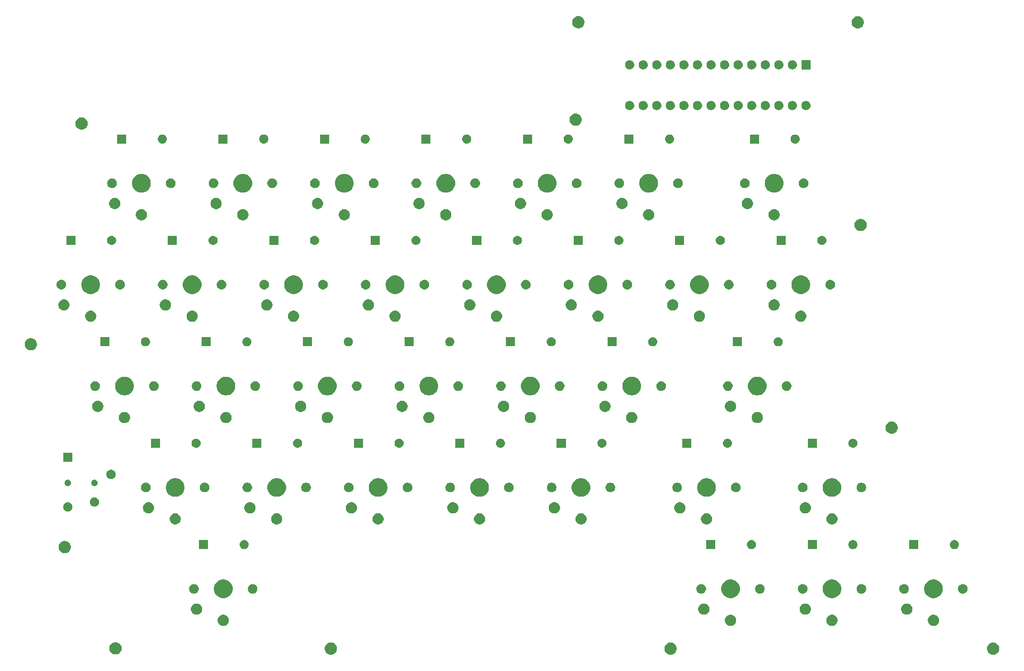
<source format=gbr>
G04 #@! TF.GenerationSoftware,KiCad,Pcbnew,(5.1.4-0-10_14)*
G04 #@! TF.CreationDate,2019-10-23T14:13:54-04:00*
G04 #@! TF.ProjectId,NomadRight,4e6f6d61-6452-4696-9768-742e6b696361,rev?*
G04 #@! TF.SameCoordinates,Original*
G04 #@! TF.FileFunction,Soldermask,Top*
G04 #@! TF.FilePolarity,Negative*
%FSLAX46Y46*%
G04 Gerber Fmt 4.6, Leading zero omitted, Abs format (unit mm)*
G04 Created by KiCad (PCBNEW (5.1.4-0-10_14)) date 2019-10-23 14:13:54*
%MOMM*%
%LPD*%
G04 APERTURE LIST*
%ADD10C,0.100000*%
G04 APERTURE END LIST*
D10*
G36*
X210204549Y-135171116D02*
G01*
X210315734Y-135193232D01*
X210404490Y-135229996D01*
X210501059Y-135269996D01*
X210525203Y-135279997D01*
X210713720Y-135405960D01*
X210874040Y-135566280D01*
X211000003Y-135754797D01*
X211082626Y-135954266D01*
X211086768Y-135964267D01*
X211121055Y-136136636D01*
X211131000Y-136186636D01*
X211131000Y-136413364D01*
X211086768Y-136635734D01*
X211000003Y-136845203D01*
X210874040Y-137033720D01*
X210713720Y-137194040D01*
X210525203Y-137320003D01*
X210315734Y-137406768D01*
X210204549Y-137428884D01*
X210093365Y-137451000D01*
X209866635Y-137451000D01*
X209755451Y-137428884D01*
X209644266Y-137406768D01*
X209434797Y-137320003D01*
X209246280Y-137194040D01*
X209085960Y-137033720D01*
X208959997Y-136845203D01*
X208873232Y-136635734D01*
X208829000Y-136413364D01*
X208829000Y-136186636D01*
X208838946Y-136136636D01*
X208873232Y-135964267D01*
X208877375Y-135954266D01*
X208959997Y-135754797D01*
X209085960Y-135566280D01*
X209246280Y-135405960D01*
X209434797Y-135279997D01*
X209458942Y-135269996D01*
X209555510Y-135229996D01*
X209644266Y-135193232D01*
X209755451Y-135171116D01*
X209866635Y-135149000D01*
X210093365Y-135149000D01*
X210204549Y-135171116D01*
X210204549Y-135171116D01*
G37*
G36*
X86123638Y-135149000D02*
G01*
X86295734Y-135183232D01*
X86505203Y-135269997D01*
X86693720Y-135395960D01*
X86854040Y-135556280D01*
X86980003Y-135744797D01*
X87066768Y-135954266D01*
X87111000Y-136176636D01*
X87111000Y-136403364D01*
X87066768Y-136625734D01*
X86980003Y-136835203D01*
X86854040Y-137023720D01*
X86693720Y-137184040D01*
X86505203Y-137310003D01*
X86505202Y-137310004D01*
X86505201Y-137310004D01*
X86443850Y-137335416D01*
X86295734Y-137396768D01*
X86245460Y-137406768D01*
X86073365Y-137441000D01*
X85846635Y-137441000D01*
X85674540Y-137406768D01*
X85624266Y-137396768D01*
X85476150Y-137335416D01*
X85414799Y-137310004D01*
X85414798Y-137310004D01*
X85414797Y-137310003D01*
X85226280Y-137184040D01*
X85065960Y-137023720D01*
X84939997Y-136835203D01*
X84853232Y-136625734D01*
X84809000Y-136403364D01*
X84809000Y-136176636D01*
X84853232Y-135954266D01*
X84939997Y-135744797D01*
X85065960Y-135556280D01*
X85226280Y-135395960D01*
X85414797Y-135269997D01*
X85624266Y-135183232D01*
X85796362Y-135149000D01*
X85846635Y-135139000D01*
X86073365Y-135139000D01*
X86123638Y-135149000D01*
X86123638Y-135149000D01*
G37*
G36*
X149743638Y-135149000D02*
G01*
X149915734Y-135183232D01*
X150125203Y-135269997D01*
X150313720Y-135395960D01*
X150474040Y-135556280D01*
X150600003Y-135744797D01*
X150686768Y-135954266D01*
X150731000Y-136176636D01*
X150731000Y-136403364D01*
X150686768Y-136625734D01*
X150600003Y-136835203D01*
X150474040Y-137023720D01*
X150313720Y-137184040D01*
X150125203Y-137310003D01*
X150125202Y-137310004D01*
X150125201Y-137310004D01*
X150063850Y-137335416D01*
X149915734Y-137396768D01*
X149865460Y-137406768D01*
X149693365Y-137441000D01*
X149466635Y-137441000D01*
X149294540Y-137406768D01*
X149244266Y-137396768D01*
X149096150Y-137335416D01*
X149034799Y-137310004D01*
X149034798Y-137310004D01*
X149034797Y-137310003D01*
X148846280Y-137184040D01*
X148685960Y-137023720D01*
X148559997Y-136835203D01*
X148473232Y-136625734D01*
X148429000Y-136403364D01*
X148429000Y-136176636D01*
X148473232Y-135954266D01*
X148559997Y-135744797D01*
X148685960Y-135556280D01*
X148846280Y-135395960D01*
X149034797Y-135269997D01*
X149244266Y-135183232D01*
X149416362Y-135149000D01*
X149466635Y-135139000D01*
X149693365Y-135139000D01*
X149743638Y-135149000D01*
X149743638Y-135149000D01*
G37*
G36*
X45844549Y-135121116D02*
G01*
X45955734Y-135143232D01*
X46165203Y-135229997D01*
X46353720Y-135355960D01*
X46514040Y-135516280D01*
X46640003Y-135704797D01*
X46726768Y-135914266D01*
X46736714Y-135964267D01*
X46771000Y-136136635D01*
X46771000Y-136363365D01*
X46761054Y-136413365D01*
X46726768Y-136585734D01*
X46640003Y-136795203D01*
X46514040Y-136983720D01*
X46353720Y-137144040D01*
X46165203Y-137270003D01*
X45955734Y-137356768D01*
X45844549Y-137378884D01*
X45733365Y-137401000D01*
X45506635Y-137401000D01*
X45395451Y-137378884D01*
X45284266Y-137356768D01*
X45074797Y-137270003D01*
X44886280Y-137144040D01*
X44725960Y-136983720D01*
X44599997Y-136795203D01*
X44513232Y-136585734D01*
X44478946Y-136413365D01*
X44469000Y-136363365D01*
X44469000Y-136136635D01*
X44503286Y-135964267D01*
X44513232Y-135914266D01*
X44599997Y-135704797D01*
X44725960Y-135516280D01*
X44886280Y-135355960D01*
X45074797Y-135229997D01*
X45284266Y-135143232D01*
X45395451Y-135121116D01*
X45506635Y-135099000D01*
X45733365Y-135099000D01*
X45844549Y-135121116D01*
X45844549Y-135121116D01*
G37*
G36*
X66109897Y-129989389D02*
G01*
X66301166Y-130068615D01*
X66301168Y-130068616D01*
X66473306Y-130183635D01*
X66619698Y-130330027D01*
X66734718Y-130502167D01*
X66813944Y-130693436D01*
X66854333Y-130896484D01*
X66854333Y-131103516D01*
X66813944Y-131306564D01*
X66734718Y-131497833D01*
X66734717Y-131497835D01*
X66619698Y-131669973D01*
X66473306Y-131816365D01*
X66301168Y-131931384D01*
X66301167Y-131931385D01*
X66301166Y-131931385D01*
X66109897Y-132010611D01*
X65906849Y-132051000D01*
X65699817Y-132051000D01*
X65496769Y-132010611D01*
X65305500Y-131931385D01*
X65305499Y-131931385D01*
X65305498Y-131931384D01*
X65133360Y-131816365D01*
X64986968Y-131669973D01*
X64871949Y-131497835D01*
X64871948Y-131497833D01*
X64792722Y-131306564D01*
X64752333Y-131103516D01*
X64752333Y-130896484D01*
X64792722Y-130693436D01*
X64871948Y-130502167D01*
X64986968Y-130330027D01*
X65133360Y-130183635D01*
X65305498Y-130068616D01*
X65305500Y-130068615D01*
X65496769Y-129989389D01*
X65699817Y-129949000D01*
X65906849Y-129949000D01*
X66109897Y-129989389D01*
X66109897Y-129989389D01*
G37*
G36*
X199109897Y-129989389D02*
G01*
X199301166Y-130068615D01*
X199301168Y-130068616D01*
X199473306Y-130183635D01*
X199619698Y-130330027D01*
X199734718Y-130502167D01*
X199813944Y-130693436D01*
X199854333Y-130896484D01*
X199854333Y-131103516D01*
X199813944Y-131306564D01*
X199734718Y-131497833D01*
X199734717Y-131497835D01*
X199619698Y-131669973D01*
X199473306Y-131816365D01*
X199301168Y-131931384D01*
X199301167Y-131931385D01*
X199301166Y-131931385D01*
X199109897Y-132010611D01*
X198906849Y-132051000D01*
X198699817Y-132051000D01*
X198496769Y-132010611D01*
X198305500Y-131931385D01*
X198305499Y-131931385D01*
X198305498Y-131931384D01*
X198133360Y-131816365D01*
X197986968Y-131669973D01*
X197871949Y-131497835D01*
X197871948Y-131497833D01*
X197792722Y-131306564D01*
X197752333Y-131103516D01*
X197752333Y-130896484D01*
X197792722Y-130693436D01*
X197871948Y-130502167D01*
X197986968Y-130330027D01*
X198133360Y-130183635D01*
X198305498Y-130068616D01*
X198305500Y-130068615D01*
X198496769Y-129989389D01*
X198699817Y-129949000D01*
X198906849Y-129949000D01*
X199109897Y-129989389D01*
X199109897Y-129989389D01*
G37*
G36*
X180109897Y-129989389D02*
G01*
X180301166Y-130068615D01*
X180301168Y-130068616D01*
X180473306Y-130183635D01*
X180619698Y-130330027D01*
X180734718Y-130502167D01*
X180813944Y-130693436D01*
X180854333Y-130896484D01*
X180854333Y-131103516D01*
X180813944Y-131306564D01*
X180734718Y-131497833D01*
X180734717Y-131497835D01*
X180619698Y-131669973D01*
X180473306Y-131816365D01*
X180301168Y-131931384D01*
X180301167Y-131931385D01*
X180301166Y-131931385D01*
X180109897Y-132010611D01*
X179906849Y-132051000D01*
X179699817Y-132051000D01*
X179496769Y-132010611D01*
X179305500Y-131931385D01*
X179305499Y-131931385D01*
X179305498Y-131931384D01*
X179133360Y-131816365D01*
X178986968Y-131669973D01*
X178871949Y-131497835D01*
X178871948Y-131497833D01*
X178792722Y-131306564D01*
X178752333Y-131103516D01*
X178752333Y-130896484D01*
X178792722Y-130693436D01*
X178871948Y-130502167D01*
X178986968Y-130330027D01*
X179133360Y-130183635D01*
X179305498Y-130068616D01*
X179305500Y-130068615D01*
X179496769Y-129989389D01*
X179699817Y-129949000D01*
X179906849Y-129949000D01*
X180109897Y-129989389D01*
X180109897Y-129989389D01*
G37*
G36*
X161109897Y-129989389D02*
G01*
X161301166Y-130068615D01*
X161301168Y-130068616D01*
X161473306Y-130183635D01*
X161619698Y-130330027D01*
X161734718Y-130502167D01*
X161813944Y-130693436D01*
X161854333Y-130896484D01*
X161854333Y-131103516D01*
X161813944Y-131306564D01*
X161734718Y-131497833D01*
X161734717Y-131497835D01*
X161619698Y-131669973D01*
X161473306Y-131816365D01*
X161301168Y-131931384D01*
X161301167Y-131931385D01*
X161301166Y-131931385D01*
X161109897Y-132010611D01*
X160906849Y-132051000D01*
X160699817Y-132051000D01*
X160496769Y-132010611D01*
X160305500Y-131931385D01*
X160305499Y-131931385D01*
X160305498Y-131931384D01*
X160133360Y-131816365D01*
X159986968Y-131669973D01*
X159871949Y-131497835D01*
X159871948Y-131497833D01*
X159792722Y-131306564D01*
X159752333Y-131103516D01*
X159752333Y-130896484D01*
X159792722Y-130693436D01*
X159871948Y-130502167D01*
X159986968Y-130330027D01*
X160133360Y-130183635D01*
X160305498Y-130068616D01*
X160305500Y-130068615D01*
X160496769Y-129989389D01*
X160699817Y-129949000D01*
X160906849Y-129949000D01*
X161109897Y-129989389D01*
X161109897Y-129989389D01*
G37*
G36*
X175109897Y-127889389D02*
G01*
X175301166Y-127968615D01*
X175301168Y-127968616D01*
X175473306Y-128083635D01*
X175619698Y-128230027D01*
X175734718Y-128402167D01*
X175813944Y-128593436D01*
X175854333Y-128796484D01*
X175854333Y-129003516D01*
X175813944Y-129206564D01*
X175734718Y-129397833D01*
X175734717Y-129397835D01*
X175619698Y-129569973D01*
X175473306Y-129716365D01*
X175301168Y-129831384D01*
X175301167Y-129831385D01*
X175301166Y-129831385D01*
X175109897Y-129910611D01*
X174906849Y-129951000D01*
X174699817Y-129951000D01*
X174496769Y-129910611D01*
X174305500Y-129831385D01*
X174305499Y-129831385D01*
X174305498Y-129831384D01*
X174133360Y-129716365D01*
X173986968Y-129569973D01*
X173871949Y-129397835D01*
X173871948Y-129397833D01*
X173792722Y-129206564D01*
X173752333Y-129003516D01*
X173752333Y-128796484D01*
X173792722Y-128593436D01*
X173871948Y-128402167D01*
X173986968Y-128230027D01*
X174133360Y-128083635D01*
X174305498Y-127968616D01*
X174305500Y-127968615D01*
X174496769Y-127889389D01*
X174699817Y-127849000D01*
X174906849Y-127849000D01*
X175109897Y-127889389D01*
X175109897Y-127889389D01*
G37*
G36*
X156109897Y-127889389D02*
G01*
X156301166Y-127968615D01*
X156301168Y-127968616D01*
X156473306Y-128083635D01*
X156619698Y-128230027D01*
X156734718Y-128402167D01*
X156813944Y-128593436D01*
X156854333Y-128796484D01*
X156854333Y-129003516D01*
X156813944Y-129206564D01*
X156734718Y-129397833D01*
X156734717Y-129397835D01*
X156619698Y-129569973D01*
X156473306Y-129716365D01*
X156301168Y-129831384D01*
X156301167Y-129831385D01*
X156301166Y-129831385D01*
X156109897Y-129910611D01*
X155906849Y-129951000D01*
X155699817Y-129951000D01*
X155496769Y-129910611D01*
X155305500Y-129831385D01*
X155305499Y-129831385D01*
X155305498Y-129831384D01*
X155133360Y-129716365D01*
X154986968Y-129569973D01*
X154871949Y-129397835D01*
X154871948Y-129397833D01*
X154792722Y-129206564D01*
X154752333Y-129003516D01*
X154752333Y-128796484D01*
X154792722Y-128593436D01*
X154871948Y-128402167D01*
X154986968Y-128230027D01*
X155133360Y-128083635D01*
X155305498Y-127968616D01*
X155305500Y-127968615D01*
X155496769Y-127889389D01*
X155699817Y-127849000D01*
X155906849Y-127849000D01*
X156109897Y-127889389D01*
X156109897Y-127889389D01*
G37*
G36*
X61109897Y-127889389D02*
G01*
X61301166Y-127968615D01*
X61301168Y-127968616D01*
X61473306Y-128083635D01*
X61619698Y-128230027D01*
X61734718Y-128402167D01*
X61813944Y-128593436D01*
X61854333Y-128796484D01*
X61854333Y-129003516D01*
X61813944Y-129206564D01*
X61734718Y-129397833D01*
X61734717Y-129397835D01*
X61619698Y-129569973D01*
X61473306Y-129716365D01*
X61301168Y-129831384D01*
X61301167Y-129831385D01*
X61301166Y-129831385D01*
X61109897Y-129910611D01*
X60906849Y-129951000D01*
X60699817Y-129951000D01*
X60496769Y-129910611D01*
X60305500Y-129831385D01*
X60305499Y-129831385D01*
X60305498Y-129831384D01*
X60133360Y-129716365D01*
X59986968Y-129569973D01*
X59871949Y-129397835D01*
X59871948Y-129397833D01*
X59792722Y-129206564D01*
X59752333Y-129003516D01*
X59752333Y-128796484D01*
X59792722Y-128593436D01*
X59871948Y-128402167D01*
X59986968Y-128230027D01*
X60133360Y-128083635D01*
X60305498Y-127968616D01*
X60305500Y-127968615D01*
X60496769Y-127889389D01*
X60699817Y-127849000D01*
X60906849Y-127849000D01*
X61109897Y-127889389D01*
X61109897Y-127889389D01*
G37*
G36*
X194109897Y-127889389D02*
G01*
X194301166Y-127968615D01*
X194301168Y-127968616D01*
X194473306Y-128083635D01*
X194619698Y-128230027D01*
X194734718Y-128402167D01*
X194813944Y-128593436D01*
X194854333Y-128796484D01*
X194854333Y-129003516D01*
X194813944Y-129206564D01*
X194734718Y-129397833D01*
X194734717Y-129397835D01*
X194619698Y-129569973D01*
X194473306Y-129716365D01*
X194301168Y-129831384D01*
X194301167Y-129831385D01*
X194301166Y-129831385D01*
X194109897Y-129910611D01*
X193906849Y-129951000D01*
X193699817Y-129951000D01*
X193496769Y-129910611D01*
X193305500Y-129831385D01*
X193305499Y-129831385D01*
X193305498Y-129831384D01*
X193133360Y-129716365D01*
X192986968Y-129569973D01*
X192871949Y-129397835D01*
X192871948Y-129397833D01*
X192792722Y-129206564D01*
X192752333Y-129003516D01*
X192752333Y-128796484D01*
X192792722Y-128593436D01*
X192871948Y-128402167D01*
X192986968Y-128230027D01*
X193133360Y-128083635D01*
X193305498Y-127968616D01*
X193305500Y-127968615D01*
X193496769Y-127889389D01*
X193699817Y-127849000D01*
X193906849Y-127849000D01*
X194109897Y-127889389D01*
X194109897Y-127889389D01*
G37*
G36*
X66201318Y-123393860D02*
G01*
X66314081Y-123416290D01*
X66446074Y-123470963D01*
X66632741Y-123548283D01*
X66919529Y-123739909D01*
X67163424Y-123983804D01*
X67355050Y-124270592D01*
X67487043Y-124589253D01*
X67554333Y-124927540D01*
X67554333Y-125272460D01*
X67487043Y-125610747D01*
X67355050Y-125929408D01*
X67163424Y-126216196D01*
X66919529Y-126460091D01*
X66632741Y-126651717D01*
X66446074Y-126729037D01*
X66314081Y-126783710D01*
X66201318Y-126806140D01*
X65975793Y-126851000D01*
X65630873Y-126851000D01*
X65405348Y-126806140D01*
X65292585Y-126783710D01*
X65160592Y-126729037D01*
X64973925Y-126651717D01*
X64687137Y-126460091D01*
X64443242Y-126216196D01*
X64251616Y-125929408D01*
X64119623Y-125610747D01*
X64052333Y-125272460D01*
X64052333Y-124927540D01*
X64119623Y-124589253D01*
X64251616Y-124270592D01*
X64443242Y-123983804D01*
X64687137Y-123739909D01*
X64973925Y-123548283D01*
X65160592Y-123470963D01*
X65292585Y-123416290D01*
X65405348Y-123393860D01*
X65630873Y-123349000D01*
X65975793Y-123349000D01*
X66201318Y-123393860D01*
X66201318Y-123393860D01*
G37*
G36*
X161201318Y-123393860D02*
G01*
X161314081Y-123416290D01*
X161446074Y-123470963D01*
X161632741Y-123548283D01*
X161919529Y-123739909D01*
X162163424Y-123983804D01*
X162355050Y-124270592D01*
X162487043Y-124589253D01*
X162554333Y-124927540D01*
X162554333Y-125272460D01*
X162487043Y-125610747D01*
X162355050Y-125929408D01*
X162163424Y-126216196D01*
X161919529Y-126460091D01*
X161632741Y-126651717D01*
X161446074Y-126729037D01*
X161314081Y-126783710D01*
X161201318Y-126806140D01*
X160975793Y-126851000D01*
X160630873Y-126851000D01*
X160405348Y-126806140D01*
X160292585Y-126783710D01*
X160160592Y-126729037D01*
X159973925Y-126651717D01*
X159687137Y-126460091D01*
X159443242Y-126216196D01*
X159251616Y-125929408D01*
X159119623Y-125610747D01*
X159052333Y-125272460D01*
X159052333Y-124927540D01*
X159119623Y-124589253D01*
X159251616Y-124270592D01*
X159443242Y-123983804D01*
X159687137Y-123739909D01*
X159973925Y-123548283D01*
X160160592Y-123470963D01*
X160292585Y-123416290D01*
X160405348Y-123393860D01*
X160630873Y-123349000D01*
X160975793Y-123349000D01*
X161201318Y-123393860D01*
X161201318Y-123393860D01*
G37*
G36*
X180201318Y-123393860D02*
G01*
X180314081Y-123416290D01*
X180446074Y-123470963D01*
X180632741Y-123548283D01*
X180919529Y-123739909D01*
X181163424Y-123983804D01*
X181355050Y-124270592D01*
X181487043Y-124589253D01*
X181554333Y-124927540D01*
X181554333Y-125272460D01*
X181487043Y-125610747D01*
X181355050Y-125929408D01*
X181163424Y-126216196D01*
X180919529Y-126460091D01*
X180632741Y-126651717D01*
X180446074Y-126729037D01*
X180314081Y-126783710D01*
X180201318Y-126806140D01*
X179975793Y-126851000D01*
X179630873Y-126851000D01*
X179405348Y-126806140D01*
X179292585Y-126783710D01*
X179160592Y-126729037D01*
X178973925Y-126651717D01*
X178687137Y-126460091D01*
X178443242Y-126216196D01*
X178251616Y-125929408D01*
X178119623Y-125610747D01*
X178052333Y-125272460D01*
X178052333Y-124927540D01*
X178119623Y-124589253D01*
X178251616Y-124270592D01*
X178443242Y-123983804D01*
X178687137Y-123739909D01*
X178973925Y-123548283D01*
X179160592Y-123470963D01*
X179292585Y-123416290D01*
X179405348Y-123393860D01*
X179630873Y-123349000D01*
X179975793Y-123349000D01*
X180201318Y-123393860D01*
X180201318Y-123393860D01*
G37*
G36*
X199201318Y-123393860D02*
G01*
X199314081Y-123416290D01*
X199446074Y-123470963D01*
X199632741Y-123548283D01*
X199919529Y-123739909D01*
X200163424Y-123983804D01*
X200355050Y-124270592D01*
X200487043Y-124589253D01*
X200554333Y-124927540D01*
X200554333Y-125272460D01*
X200487043Y-125610747D01*
X200355050Y-125929408D01*
X200163424Y-126216196D01*
X199919529Y-126460091D01*
X199632741Y-126651717D01*
X199446074Y-126729037D01*
X199314081Y-126783710D01*
X199201318Y-126806140D01*
X198975793Y-126851000D01*
X198630873Y-126851000D01*
X198405348Y-126806140D01*
X198292585Y-126783710D01*
X198160592Y-126729037D01*
X197973925Y-126651717D01*
X197687137Y-126460091D01*
X197443242Y-126216196D01*
X197251616Y-125929408D01*
X197119623Y-125610747D01*
X197052333Y-125272460D01*
X197052333Y-124927540D01*
X197119623Y-124589253D01*
X197251616Y-124270592D01*
X197443242Y-123983804D01*
X197687137Y-123739909D01*
X197973925Y-123548283D01*
X198160592Y-123470963D01*
X198292585Y-123416290D01*
X198405348Y-123393860D01*
X198630873Y-123349000D01*
X198975793Y-123349000D01*
X199201318Y-123393860D01*
X199201318Y-123393860D01*
G37*
G36*
X60416845Y-124203927D02*
G01*
X60566145Y-124233624D01*
X60730117Y-124301544D01*
X60877687Y-124400147D01*
X61003186Y-124525646D01*
X61101789Y-124673216D01*
X61169709Y-124837188D01*
X61204333Y-125011259D01*
X61204333Y-125188741D01*
X61169709Y-125362812D01*
X61101789Y-125526784D01*
X61003186Y-125674354D01*
X60877687Y-125799853D01*
X60730117Y-125898456D01*
X60566145Y-125966376D01*
X60416845Y-125996073D01*
X60392075Y-126001000D01*
X60214591Y-126001000D01*
X60189821Y-125996073D01*
X60040521Y-125966376D01*
X59876549Y-125898456D01*
X59728979Y-125799853D01*
X59603480Y-125674354D01*
X59504877Y-125526784D01*
X59436957Y-125362812D01*
X59402333Y-125188741D01*
X59402333Y-125011259D01*
X59436957Y-124837188D01*
X59504877Y-124673216D01*
X59603480Y-124525646D01*
X59728979Y-124400147D01*
X59876549Y-124301544D01*
X60040521Y-124233624D01*
X60189821Y-124203927D01*
X60214591Y-124199000D01*
X60392075Y-124199000D01*
X60416845Y-124203927D01*
X60416845Y-124203927D01*
G37*
G36*
X71416845Y-124203927D02*
G01*
X71566145Y-124233624D01*
X71730117Y-124301544D01*
X71877687Y-124400147D01*
X72003186Y-124525646D01*
X72101789Y-124673216D01*
X72169709Y-124837188D01*
X72204333Y-125011259D01*
X72204333Y-125188741D01*
X72169709Y-125362812D01*
X72101789Y-125526784D01*
X72003186Y-125674354D01*
X71877687Y-125799853D01*
X71730117Y-125898456D01*
X71566145Y-125966376D01*
X71416845Y-125996073D01*
X71392075Y-126001000D01*
X71214591Y-126001000D01*
X71189821Y-125996073D01*
X71040521Y-125966376D01*
X70876549Y-125898456D01*
X70728979Y-125799853D01*
X70603480Y-125674354D01*
X70504877Y-125526784D01*
X70436957Y-125362812D01*
X70402333Y-125188741D01*
X70402333Y-125011259D01*
X70436957Y-124837188D01*
X70504877Y-124673216D01*
X70603480Y-124525646D01*
X70728979Y-124400147D01*
X70876549Y-124301544D01*
X71040521Y-124233624D01*
X71189821Y-124203927D01*
X71214591Y-124199000D01*
X71392075Y-124199000D01*
X71416845Y-124203927D01*
X71416845Y-124203927D01*
G37*
G36*
X155416845Y-124203927D02*
G01*
X155566145Y-124233624D01*
X155730117Y-124301544D01*
X155877687Y-124400147D01*
X156003186Y-124525646D01*
X156101789Y-124673216D01*
X156169709Y-124837188D01*
X156204333Y-125011259D01*
X156204333Y-125188741D01*
X156169709Y-125362812D01*
X156101789Y-125526784D01*
X156003186Y-125674354D01*
X155877687Y-125799853D01*
X155730117Y-125898456D01*
X155566145Y-125966376D01*
X155416845Y-125996073D01*
X155392075Y-126001000D01*
X155214591Y-126001000D01*
X155189821Y-125996073D01*
X155040521Y-125966376D01*
X154876549Y-125898456D01*
X154728979Y-125799853D01*
X154603480Y-125674354D01*
X154504877Y-125526784D01*
X154436957Y-125362812D01*
X154402333Y-125188741D01*
X154402333Y-125011259D01*
X154436957Y-124837188D01*
X154504877Y-124673216D01*
X154603480Y-124525646D01*
X154728979Y-124400147D01*
X154876549Y-124301544D01*
X155040521Y-124233624D01*
X155189821Y-124203927D01*
X155214591Y-124199000D01*
X155392075Y-124199000D01*
X155416845Y-124203927D01*
X155416845Y-124203927D01*
G37*
G36*
X166416845Y-124203927D02*
G01*
X166566145Y-124233624D01*
X166730117Y-124301544D01*
X166877687Y-124400147D01*
X167003186Y-124525646D01*
X167101789Y-124673216D01*
X167169709Y-124837188D01*
X167204333Y-125011259D01*
X167204333Y-125188741D01*
X167169709Y-125362812D01*
X167101789Y-125526784D01*
X167003186Y-125674354D01*
X166877687Y-125799853D01*
X166730117Y-125898456D01*
X166566145Y-125966376D01*
X166416845Y-125996073D01*
X166392075Y-126001000D01*
X166214591Y-126001000D01*
X166189821Y-125996073D01*
X166040521Y-125966376D01*
X165876549Y-125898456D01*
X165728979Y-125799853D01*
X165603480Y-125674354D01*
X165504877Y-125526784D01*
X165436957Y-125362812D01*
X165402333Y-125188741D01*
X165402333Y-125011259D01*
X165436957Y-124837188D01*
X165504877Y-124673216D01*
X165603480Y-124525646D01*
X165728979Y-124400147D01*
X165876549Y-124301544D01*
X166040521Y-124233624D01*
X166189821Y-124203927D01*
X166214591Y-124199000D01*
X166392075Y-124199000D01*
X166416845Y-124203927D01*
X166416845Y-124203927D01*
G37*
G36*
X174416845Y-124203927D02*
G01*
X174566145Y-124233624D01*
X174730117Y-124301544D01*
X174877687Y-124400147D01*
X175003186Y-124525646D01*
X175101789Y-124673216D01*
X175169709Y-124837188D01*
X175204333Y-125011259D01*
X175204333Y-125188741D01*
X175169709Y-125362812D01*
X175101789Y-125526784D01*
X175003186Y-125674354D01*
X174877687Y-125799853D01*
X174730117Y-125898456D01*
X174566145Y-125966376D01*
X174416845Y-125996073D01*
X174392075Y-126001000D01*
X174214591Y-126001000D01*
X174189821Y-125996073D01*
X174040521Y-125966376D01*
X173876549Y-125898456D01*
X173728979Y-125799853D01*
X173603480Y-125674354D01*
X173504877Y-125526784D01*
X173436957Y-125362812D01*
X173402333Y-125188741D01*
X173402333Y-125011259D01*
X173436957Y-124837188D01*
X173504877Y-124673216D01*
X173603480Y-124525646D01*
X173728979Y-124400147D01*
X173876549Y-124301544D01*
X174040521Y-124233624D01*
X174189821Y-124203927D01*
X174214591Y-124199000D01*
X174392075Y-124199000D01*
X174416845Y-124203927D01*
X174416845Y-124203927D01*
G37*
G36*
X185416845Y-124203927D02*
G01*
X185566145Y-124233624D01*
X185730117Y-124301544D01*
X185877687Y-124400147D01*
X186003186Y-124525646D01*
X186101789Y-124673216D01*
X186169709Y-124837188D01*
X186204333Y-125011259D01*
X186204333Y-125188741D01*
X186169709Y-125362812D01*
X186101789Y-125526784D01*
X186003186Y-125674354D01*
X185877687Y-125799853D01*
X185730117Y-125898456D01*
X185566145Y-125966376D01*
X185416845Y-125996073D01*
X185392075Y-126001000D01*
X185214591Y-126001000D01*
X185189821Y-125996073D01*
X185040521Y-125966376D01*
X184876549Y-125898456D01*
X184728979Y-125799853D01*
X184603480Y-125674354D01*
X184504877Y-125526784D01*
X184436957Y-125362812D01*
X184402333Y-125188741D01*
X184402333Y-125011259D01*
X184436957Y-124837188D01*
X184504877Y-124673216D01*
X184603480Y-124525646D01*
X184728979Y-124400147D01*
X184876549Y-124301544D01*
X185040521Y-124233624D01*
X185189821Y-124203927D01*
X185214591Y-124199000D01*
X185392075Y-124199000D01*
X185416845Y-124203927D01*
X185416845Y-124203927D01*
G37*
G36*
X193416845Y-124203927D02*
G01*
X193566145Y-124233624D01*
X193730117Y-124301544D01*
X193877687Y-124400147D01*
X194003186Y-124525646D01*
X194101789Y-124673216D01*
X194169709Y-124837188D01*
X194204333Y-125011259D01*
X194204333Y-125188741D01*
X194169709Y-125362812D01*
X194101789Y-125526784D01*
X194003186Y-125674354D01*
X193877687Y-125799853D01*
X193730117Y-125898456D01*
X193566145Y-125966376D01*
X193416845Y-125996073D01*
X193392075Y-126001000D01*
X193214591Y-126001000D01*
X193189821Y-125996073D01*
X193040521Y-125966376D01*
X192876549Y-125898456D01*
X192728979Y-125799853D01*
X192603480Y-125674354D01*
X192504877Y-125526784D01*
X192436957Y-125362812D01*
X192402333Y-125188741D01*
X192402333Y-125011259D01*
X192436957Y-124837188D01*
X192504877Y-124673216D01*
X192603480Y-124525646D01*
X192728979Y-124400147D01*
X192876549Y-124301544D01*
X193040521Y-124233624D01*
X193189821Y-124203927D01*
X193214591Y-124199000D01*
X193392075Y-124199000D01*
X193416845Y-124203927D01*
X193416845Y-124203927D01*
G37*
G36*
X204416845Y-124203927D02*
G01*
X204566145Y-124233624D01*
X204730117Y-124301544D01*
X204877687Y-124400147D01*
X205003186Y-124525646D01*
X205101789Y-124673216D01*
X205169709Y-124837188D01*
X205204333Y-125011259D01*
X205204333Y-125188741D01*
X205169709Y-125362812D01*
X205101789Y-125526784D01*
X205003186Y-125674354D01*
X204877687Y-125799853D01*
X204730117Y-125898456D01*
X204566145Y-125966376D01*
X204416845Y-125996073D01*
X204392075Y-126001000D01*
X204214591Y-126001000D01*
X204189821Y-125996073D01*
X204040521Y-125966376D01*
X203876549Y-125898456D01*
X203728979Y-125799853D01*
X203603480Y-125674354D01*
X203504877Y-125526784D01*
X203436957Y-125362812D01*
X203402333Y-125188741D01*
X203402333Y-125011259D01*
X203436957Y-124837188D01*
X203504877Y-124673216D01*
X203603480Y-124525646D01*
X203728979Y-124400147D01*
X203876549Y-124301544D01*
X204040521Y-124233624D01*
X204189821Y-124203927D01*
X204214591Y-124199000D01*
X204392075Y-124199000D01*
X204416845Y-124203927D01*
X204416845Y-124203927D01*
G37*
G36*
X36334549Y-116141116D02*
G01*
X36445734Y-116163232D01*
X36655203Y-116249997D01*
X36843720Y-116375960D01*
X37004040Y-116536280D01*
X37130003Y-116724797D01*
X37216768Y-116934266D01*
X37261000Y-117156636D01*
X37261000Y-117383364D01*
X37216768Y-117605734D01*
X37130003Y-117815203D01*
X37004040Y-118003720D01*
X36843720Y-118164040D01*
X36655203Y-118290003D01*
X36445734Y-118376768D01*
X36334549Y-118398884D01*
X36223365Y-118421000D01*
X35996635Y-118421000D01*
X35885451Y-118398884D01*
X35774266Y-118376768D01*
X35564797Y-118290003D01*
X35376280Y-118164040D01*
X35215960Y-118003720D01*
X35089997Y-117815203D01*
X35003232Y-117605734D01*
X34959000Y-117383364D01*
X34959000Y-117156636D01*
X35003232Y-116934266D01*
X35089997Y-116724797D01*
X35215960Y-116536280D01*
X35376280Y-116375960D01*
X35564797Y-116249997D01*
X35774266Y-116163232D01*
X35885451Y-116141116D01*
X35996635Y-116119000D01*
X36223365Y-116119000D01*
X36334549Y-116141116D01*
X36334549Y-116141116D01*
G37*
G36*
X62954333Y-117661000D02*
G01*
X61252333Y-117661000D01*
X61252333Y-115959000D01*
X62954333Y-115959000D01*
X62954333Y-117661000D01*
X62954333Y-117661000D01*
G37*
G36*
X183890156Y-115971313D02*
G01*
X184050575Y-116019976D01*
X184183239Y-116090886D01*
X184198411Y-116098996D01*
X184327992Y-116205341D01*
X184434337Y-116334922D01*
X184434338Y-116334924D01*
X184513357Y-116482758D01*
X184562020Y-116643177D01*
X184578450Y-116810000D01*
X184562020Y-116976823D01*
X184513357Y-117137242D01*
X184442447Y-117269906D01*
X184434337Y-117285078D01*
X184327992Y-117414659D01*
X184198411Y-117521004D01*
X184198409Y-117521005D01*
X184050575Y-117600024D01*
X183890156Y-117648687D01*
X183765137Y-117661000D01*
X183681529Y-117661000D01*
X183556510Y-117648687D01*
X183396091Y-117600024D01*
X183248257Y-117521005D01*
X183248255Y-117521004D01*
X183118674Y-117414659D01*
X183012329Y-117285078D01*
X183004219Y-117269906D01*
X182933309Y-117137242D01*
X182884646Y-116976823D01*
X182868216Y-116810000D01*
X182884646Y-116643177D01*
X182933309Y-116482758D01*
X183012328Y-116334924D01*
X183012329Y-116334922D01*
X183118674Y-116205341D01*
X183248255Y-116098996D01*
X183263427Y-116090886D01*
X183396091Y-116019976D01*
X183556510Y-115971313D01*
X183681529Y-115959000D01*
X183765137Y-115959000D01*
X183890156Y-115971313D01*
X183890156Y-115971313D01*
G37*
G36*
X69890156Y-115971313D02*
G01*
X70050575Y-116019976D01*
X70183239Y-116090886D01*
X70198411Y-116098996D01*
X70327992Y-116205341D01*
X70434337Y-116334922D01*
X70434338Y-116334924D01*
X70513357Y-116482758D01*
X70562020Y-116643177D01*
X70578450Y-116810000D01*
X70562020Y-116976823D01*
X70513357Y-117137242D01*
X70442447Y-117269906D01*
X70434337Y-117285078D01*
X70327992Y-117414659D01*
X70198411Y-117521004D01*
X70198409Y-117521005D01*
X70050575Y-117600024D01*
X69890156Y-117648687D01*
X69765137Y-117661000D01*
X69681529Y-117661000D01*
X69556510Y-117648687D01*
X69396091Y-117600024D01*
X69248257Y-117521005D01*
X69248255Y-117521004D01*
X69118674Y-117414659D01*
X69012329Y-117285078D01*
X69004219Y-117269906D01*
X68933309Y-117137242D01*
X68884646Y-116976823D01*
X68868216Y-116810000D01*
X68884646Y-116643177D01*
X68933309Y-116482758D01*
X69012328Y-116334924D01*
X69012329Y-116334922D01*
X69118674Y-116205341D01*
X69248255Y-116098996D01*
X69263427Y-116090886D01*
X69396091Y-116019976D01*
X69556510Y-115971313D01*
X69681529Y-115959000D01*
X69765137Y-115959000D01*
X69890156Y-115971313D01*
X69890156Y-115971313D01*
G37*
G36*
X157954333Y-117661000D02*
G01*
X156252333Y-117661000D01*
X156252333Y-115959000D01*
X157954333Y-115959000D01*
X157954333Y-117661000D01*
X157954333Y-117661000D01*
G37*
G36*
X164890156Y-115971313D02*
G01*
X165050575Y-116019976D01*
X165183239Y-116090886D01*
X165198411Y-116098996D01*
X165327992Y-116205341D01*
X165434337Y-116334922D01*
X165434338Y-116334924D01*
X165513357Y-116482758D01*
X165562020Y-116643177D01*
X165578450Y-116810000D01*
X165562020Y-116976823D01*
X165513357Y-117137242D01*
X165442447Y-117269906D01*
X165434337Y-117285078D01*
X165327992Y-117414659D01*
X165198411Y-117521004D01*
X165198409Y-117521005D01*
X165050575Y-117600024D01*
X164890156Y-117648687D01*
X164765137Y-117661000D01*
X164681529Y-117661000D01*
X164556510Y-117648687D01*
X164396091Y-117600024D01*
X164248257Y-117521005D01*
X164248255Y-117521004D01*
X164118674Y-117414659D01*
X164012329Y-117285078D01*
X164004219Y-117269906D01*
X163933309Y-117137242D01*
X163884646Y-116976823D01*
X163868216Y-116810000D01*
X163884646Y-116643177D01*
X163933309Y-116482758D01*
X164012328Y-116334924D01*
X164012329Y-116334922D01*
X164118674Y-116205341D01*
X164248255Y-116098996D01*
X164263427Y-116090886D01*
X164396091Y-116019976D01*
X164556510Y-115971313D01*
X164681529Y-115959000D01*
X164765137Y-115959000D01*
X164890156Y-115971313D01*
X164890156Y-115971313D01*
G37*
G36*
X176954333Y-117661000D02*
G01*
X175252333Y-117661000D01*
X175252333Y-115959000D01*
X176954333Y-115959000D01*
X176954333Y-117661000D01*
X176954333Y-117661000D01*
G37*
G36*
X195954333Y-117661000D02*
G01*
X194252333Y-117661000D01*
X194252333Y-115959000D01*
X195954333Y-115959000D01*
X195954333Y-117661000D01*
X195954333Y-117661000D01*
G37*
G36*
X202890156Y-115971313D02*
G01*
X203050575Y-116019976D01*
X203183239Y-116090886D01*
X203198411Y-116098996D01*
X203327992Y-116205341D01*
X203434337Y-116334922D01*
X203434338Y-116334924D01*
X203513357Y-116482758D01*
X203562020Y-116643177D01*
X203578450Y-116810000D01*
X203562020Y-116976823D01*
X203513357Y-117137242D01*
X203442447Y-117269906D01*
X203434337Y-117285078D01*
X203327992Y-117414659D01*
X203198411Y-117521004D01*
X203198409Y-117521005D01*
X203050575Y-117600024D01*
X202890156Y-117648687D01*
X202765137Y-117661000D01*
X202681529Y-117661000D01*
X202556510Y-117648687D01*
X202396091Y-117600024D01*
X202248257Y-117521005D01*
X202248255Y-117521004D01*
X202118674Y-117414659D01*
X202012329Y-117285078D01*
X202004219Y-117269906D01*
X201933309Y-117137242D01*
X201884646Y-116976823D01*
X201868216Y-116810000D01*
X201884646Y-116643177D01*
X201933309Y-116482758D01*
X202012328Y-116334924D01*
X202012329Y-116334922D01*
X202118674Y-116205341D01*
X202248255Y-116098996D01*
X202263427Y-116090886D01*
X202396091Y-116019976D01*
X202556510Y-115971313D01*
X202681529Y-115959000D01*
X202765137Y-115959000D01*
X202890156Y-115971313D01*
X202890156Y-115971313D01*
G37*
G36*
X57109897Y-110989389D02*
G01*
X57301166Y-111068615D01*
X57301168Y-111068616D01*
X57473306Y-111183635D01*
X57619698Y-111330027D01*
X57734718Y-111502167D01*
X57813944Y-111693436D01*
X57854333Y-111896484D01*
X57854333Y-112103516D01*
X57813944Y-112306564D01*
X57734718Y-112497833D01*
X57734717Y-112497835D01*
X57619698Y-112669973D01*
X57473306Y-112816365D01*
X57301168Y-112931384D01*
X57301167Y-112931385D01*
X57301166Y-112931385D01*
X57109897Y-113010611D01*
X56906849Y-113051000D01*
X56699817Y-113051000D01*
X56496769Y-113010611D01*
X56305500Y-112931385D01*
X56305499Y-112931385D01*
X56305498Y-112931384D01*
X56133360Y-112816365D01*
X55986968Y-112669973D01*
X55871949Y-112497835D01*
X55871948Y-112497833D01*
X55792722Y-112306564D01*
X55752333Y-112103516D01*
X55752333Y-111896484D01*
X55792722Y-111693436D01*
X55871948Y-111502167D01*
X55986968Y-111330027D01*
X56133360Y-111183635D01*
X56305498Y-111068616D01*
X56305500Y-111068615D01*
X56496769Y-110989389D01*
X56699817Y-110949000D01*
X56906849Y-110949000D01*
X57109897Y-110989389D01*
X57109897Y-110989389D01*
G37*
G36*
X95109897Y-110989389D02*
G01*
X95301166Y-111068615D01*
X95301168Y-111068616D01*
X95473306Y-111183635D01*
X95619698Y-111330027D01*
X95734718Y-111502167D01*
X95813944Y-111693436D01*
X95854333Y-111896484D01*
X95854333Y-112103516D01*
X95813944Y-112306564D01*
X95734718Y-112497833D01*
X95734717Y-112497835D01*
X95619698Y-112669973D01*
X95473306Y-112816365D01*
X95301168Y-112931384D01*
X95301167Y-112931385D01*
X95301166Y-112931385D01*
X95109897Y-113010611D01*
X94906849Y-113051000D01*
X94699817Y-113051000D01*
X94496769Y-113010611D01*
X94305500Y-112931385D01*
X94305499Y-112931385D01*
X94305498Y-112931384D01*
X94133360Y-112816365D01*
X93986968Y-112669973D01*
X93871949Y-112497835D01*
X93871948Y-112497833D01*
X93792722Y-112306564D01*
X93752333Y-112103516D01*
X93752333Y-111896484D01*
X93792722Y-111693436D01*
X93871948Y-111502167D01*
X93986968Y-111330027D01*
X94133360Y-111183635D01*
X94305498Y-111068616D01*
X94305500Y-111068615D01*
X94496769Y-110989389D01*
X94699817Y-110949000D01*
X94906849Y-110949000D01*
X95109897Y-110989389D01*
X95109897Y-110989389D01*
G37*
G36*
X76109897Y-110989389D02*
G01*
X76301166Y-111068615D01*
X76301168Y-111068616D01*
X76473306Y-111183635D01*
X76619698Y-111330027D01*
X76734718Y-111502167D01*
X76813944Y-111693436D01*
X76854333Y-111896484D01*
X76854333Y-112103516D01*
X76813944Y-112306564D01*
X76734718Y-112497833D01*
X76734717Y-112497835D01*
X76619698Y-112669973D01*
X76473306Y-112816365D01*
X76301168Y-112931384D01*
X76301167Y-112931385D01*
X76301166Y-112931385D01*
X76109897Y-113010611D01*
X75906849Y-113051000D01*
X75699817Y-113051000D01*
X75496769Y-113010611D01*
X75305500Y-112931385D01*
X75305499Y-112931385D01*
X75305498Y-112931384D01*
X75133360Y-112816365D01*
X74986968Y-112669973D01*
X74871949Y-112497835D01*
X74871948Y-112497833D01*
X74792722Y-112306564D01*
X74752333Y-112103516D01*
X74752333Y-111896484D01*
X74792722Y-111693436D01*
X74871948Y-111502167D01*
X74986968Y-111330027D01*
X75133360Y-111183635D01*
X75305498Y-111068616D01*
X75305500Y-111068615D01*
X75496769Y-110989389D01*
X75699817Y-110949000D01*
X75906849Y-110949000D01*
X76109897Y-110989389D01*
X76109897Y-110989389D01*
G37*
G36*
X114109897Y-110989389D02*
G01*
X114301166Y-111068615D01*
X114301168Y-111068616D01*
X114473306Y-111183635D01*
X114619698Y-111330027D01*
X114734718Y-111502167D01*
X114813944Y-111693436D01*
X114854333Y-111896484D01*
X114854333Y-112103516D01*
X114813944Y-112306564D01*
X114734718Y-112497833D01*
X114734717Y-112497835D01*
X114619698Y-112669973D01*
X114473306Y-112816365D01*
X114301168Y-112931384D01*
X114301167Y-112931385D01*
X114301166Y-112931385D01*
X114109897Y-113010611D01*
X113906849Y-113051000D01*
X113699817Y-113051000D01*
X113496769Y-113010611D01*
X113305500Y-112931385D01*
X113305499Y-112931385D01*
X113305498Y-112931384D01*
X113133360Y-112816365D01*
X112986968Y-112669973D01*
X112871949Y-112497835D01*
X112871948Y-112497833D01*
X112792722Y-112306564D01*
X112752333Y-112103516D01*
X112752333Y-111896484D01*
X112792722Y-111693436D01*
X112871948Y-111502167D01*
X112986968Y-111330027D01*
X113133360Y-111183635D01*
X113305498Y-111068616D01*
X113305500Y-111068615D01*
X113496769Y-110989389D01*
X113699817Y-110949000D01*
X113906849Y-110949000D01*
X114109897Y-110989389D01*
X114109897Y-110989389D01*
G37*
G36*
X133109897Y-110989389D02*
G01*
X133301166Y-111068615D01*
X133301168Y-111068616D01*
X133473306Y-111183635D01*
X133619698Y-111330027D01*
X133734718Y-111502167D01*
X133813944Y-111693436D01*
X133854333Y-111896484D01*
X133854333Y-112103516D01*
X133813944Y-112306564D01*
X133734718Y-112497833D01*
X133734717Y-112497835D01*
X133619698Y-112669973D01*
X133473306Y-112816365D01*
X133301168Y-112931384D01*
X133301167Y-112931385D01*
X133301166Y-112931385D01*
X133109897Y-113010611D01*
X132906849Y-113051000D01*
X132699817Y-113051000D01*
X132496769Y-113010611D01*
X132305500Y-112931385D01*
X132305499Y-112931385D01*
X132305498Y-112931384D01*
X132133360Y-112816365D01*
X131986968Y-112669973D01*
X131871949Y-112497835D01*
X131871948Y-112497833D01*
X131792722Y-112306564D01*
X131752333Y-112103516D01*
X131752333Y-111896484D01*
X131792722Y-111693436D01*
X131871948Y-111502167D01*
X131986968Y-111330027D01*
X132133360Y-111183635D01*
X132305498Y-111068616D01*
X132305500Y-111068615D01*
X132496769Y-110989389D01*
X132699817Y-110949000D01*
X132906849Y-110949000D01*
X133109897Y-110989389D01*
X133109897Y-110989389D01*
G37*
G36*
X156609897Y-110989389D02*
G01*
X156801166Y-111068615D01*
X156801168Y-111068616D01*
X156973306Y-111183635D01*
X157119698Y-111330027D01*
X157234718Y-111502167D01*
X157313944Y-111693436D01*
X157354333Y-111896484D01*
X157354333Y-112103516D01*
X157313944Y-112306564D01*
X157234718Y-112497833D01*
X157234717Y-112497835D01*
X157119698Y-112669973D01*
X156973306Y-112816365D01*
X156801168Y-112931384D01*
X156801167Y-112931385D01*
X156801166Y-112931385D01*
X156609897Y-113010611D01*
X156406849Y-113051000D01*
X156199817Y-113051000D01*
X155996769Y-113010611D01*
X155805500Y-112931385D01*
X155805499Y-112931385D01*
X155805498Y-112931384D01*
X155633360Y-112816365D01*
X155486968Y-112669973D01*
X155371949Y-112497835D01*
X155371948Y-112497833D01*
X155292722Y-112306564D01*
X155252333Y-112103516D01*
X155252333Y-111896484D01*
X155292722Y-111693436D01*
X155371948Y-111502167D01*
X155486968Y-111330027D01*
X155633360Y-111183635D01*
X155805498Y-111068616D01*
X155805500Y-111068615D01*
X155996769Y-110989389D01*
X156199817Y-110949000D01*
X156406849Y-110949000D01*
X156609897Y-110989389D01*
X156609897Y-110989389D01*
G37*
G36*
X180109897Y-110989389D02*
G01*
X180301166Y-111068615D01*
X180301168Y-111068616D01*
X180473306Y-111183635D01*
X180619698Y-111330027D01*
X180734718Y-111502167D01*
X180813944Y-111693436D01*
X180854333Y-111896484D01*
X180854333Y-112103516D01*
X180813944Y-112306564D01*
X180734718Y-112497833D01*
X180734717Y-112497835D01*
X180619698Y-112669973D01*
X180473306Y-112816365D01*
X180301168Y-112931384D01*
X180301167Y-112931385D01*
X180301166Y-112931385D01*
X180109897Y-113010611D01*
X179906849Y-113051000D01*
X179699817Y-113051000D01*
X179496769Y-113010611D01*
X179305500Y-112931385D01*
X179305499Y-112931385D01*
X179305498Y-112931384D01*
X179133360Y-112816365D01*
X178986968Y-112669973D01*
X178871949Y-112497835D01*
X178871948Y-112497833D01*
X178792722Y-112306564D01*
X178752333Y-112103516D01*
X178752333Y-111896484D01*
X178792722Y-111693436D01*
X178871948Y-111502167D01*
X178986968Y-111330027D01*
X179133360Y-111183635D01*
X179305498Y-111068616D01*
X179305500Y-111068615D01*
X179496769Y-110989389D01*
X179699817Y-110949000D01*
X179906849Y-110949000D01*
X180109897Y-110989389D01*
X180109897Y-110989389D01*
G37*
G36*
X52109897Y-108889389D02*
G01*
X52301166Y-108968615D01*
X52301168Y-108968616D01*
X52437284Y-109059566D01*
X52473306Y-109083635D01*
X52619698Y-109230027D01*
X52734718Y-109402167D01*
X52813944Y-109593436D01*
X52854333Y-109796484D01*
X52854333Y-110003516D01*
X52813944Y-110206564D01*
X52775898Y-110298415D01*
X52734717Y-110397835D01*
X52619698Y-110569973D01*
X52473306Y-110716365D01*
X52301168Y-110831384D01*
X52301167Y-110831385D01*
X52301166Y-110831385D01*
X52109897Y-110910611D01*
X51906849Y-110951000D01*
X51699817Y-110951000D01*
X51496769Y-110910611D01*
X51305500Y-110831385D01*
X51305499Y-110831385D01*
X51305498Y-110831384D01*
X51133360Y-110716365D01*
X50986968Y-110569973D01*
X50871949Y-110397835D01*
X50830768Y-110298415D01*
X50792722Y-110206564D01*
X50752333Y-110003516D01*
X50752333Y-109796484D01*
X50792722Y-109593436D01*
X50871948Y-109402167D01*
X50986968Y-109230027D01*
X51133360Y-109083635D01*
X51169382Y-109059566D01*
X51305498Y-108968616D01*
X51305500Y-108968615D01*
X51496769Y-108889389D01*
X51699817Y-108849000D01*
X51906849Y-108849000D01*
X52109897Y-108889389D01*
X52109897Y-108889389D01*
G37*
G36*
X109109897Y-108889389D02*
G01*
X109301166Y-108968615D01*
X109301168Y-108968616D01*
X109437284Y-109059566D01*
X109473306Y-109083635D01*
X109619698Y-109230027D01*
X109734718Y-109402167D01*
X109813944Y-109593436D01*
X109854333Y-109796484D01*
X109854333Y-110003516D01*
X109813944Y-110206564D01*
X109775898Y-110298415D01*
X109734717Y-110397835D01*
X109619698Y-110569973D01*
X109473306Y-110716365D01*
X109301168Y-110831384D01*
X109301167Y-110831385D01*
X109301166Y-110831385D01*
X109109897Y-110910611D01*
X108906849Y-110951000D01*
X108699817Y-110951000D01*
X108496769Y-110910611D01*
X108305500Y-110831385D01*
X108305499Y-110831385D01*
X108305498Y-110831384D01*
X108133360Y-110716365D01*
X107986968Y-110569973D01*
X107871949Y-110397835D01*
X107830768Y-110298415D01*
X107792722Y-110206564D01*
X107752333Y-110003516D01*
X107752333Y-109796484D01*
X107792722Y-109593436D01*
X107871948Y-109402167D01*
X107986968Y-109230027D01*
X108133360Y-109083635D01*
X108169382Y-109059566D01*
X108305498Y-108968616D01*
X108305500Y-108968615D01*
X108496769Y-108889389D01*
X108699817Y-108849000D01*
X108906849Y-108849000D01*
X109109897Y-108889389D01*
X109109897Y-108889389D01*
G37*
G36*
X71109897Y-108889389D02*
G01*
X71301166Y-108968615D01*
X71301168Y-108968616D01*
X71437284Y-109059566D01*
X71473306Y-109083635D01*
X71619698Y-109230027D01*
X71734718Y-109402167D01*
X71813944Y-109593436D01*
X71854333Y-109796484D01*
X71854333Y-110003516D01*
X71813944Y-110206564D01*
X71775898Y-110298415D01*
X71734717Y-110397835D01*
X71619698Y-110569973D01*
X71473306Y-110716365D01*
X71301168Y-110831384D01*
X71301167Y-110831385D01*
X71301166Y-110831385D01*
X71109897Y-110910611D01*
X70906849Y-110951000D01*
X70699817Y-110951000D01*
X70496769Y-110910611D01*
X70305500Y-110831385D01*
X70305499Y-110831385D01*
X70305498Y-110831384D01*
X70133360Y-110716365D01*
X69986968Y-110569973D01*
X69871949Y-110397835D01*
X69830768Y-110298415D01*
X69792722Y-110206564D01*
X69752333Y-110003516D01*
X69752333Y-109796484D01*
X69792722Y-109593436D01*
X69871948Y-109402167D01*
X69986968Y-109230027D01*
X70133360Y-109083635D01*
X70169382Y-109059566D01*
X70305498Y-108968616D01*
X70305500Y-108968615D01*
X70496769Y-108889389D01*
X70699817Y-108849000D01*
X70906849Y-108849000D01*
X71109897Y-108889389D01*
X71109897Y-108889389D01*
G37*
G36*
X175109897Y-108889389D02*
G01*
X175301166Y-108968615D01*
X175301168Y-108968616D01*
X175437284Y-109059566D01*
X175473306Y-109083635D01*
X175619698Y-109230027D01*
X175734718Y-109402167D01*
X175813944Y-109593436D01*
X175854333Y-109796484D01*
X175854333Y-110003516D01*
X175813944Y-110206564D01*
X175775898Y-110298415D01*
X175734717Y-110397835D01*
X175619698Y-110569973D01*
X175473306Y-110716365D01*
X175301168Y-110831384D01*
X175301167Y-110831385D01*
X175301166Y-110831385D01*
X175109897Y-110910611D01*
X174906849Y-110951000D01*
X174699817Y-110951000D01*
X174496769Y-110910611D01*
X174305500Y-110831385D01*
X174305499Y-110831385D01*
X174305498Y-110831384D01*
X174133360Y-110716365D01*
X173986968Y-110569973D01*
X173871949Y-110397835D01*
X173830768Y-110298415D01*
X173792722Y-110206564D01*
X173752333Y-110003516D01*
X173752333Y-109796484D01*
X173792722Y-109593436D01*
X173871948Y-109402167D01*
X173986968Y-109230027D01*
X174133360Y-109083635D01*
X174169382Y-109059566D01*
X174305498Y-108968616D01*
X174305500Y-108968615D01*
X174496769Y-108889389D01*
X174699817Y-108849000D01*
X174906849Y-108849000D01*
X175109897Y-108889389D01*
X175109897Y-108889389D01*
G37*
G36*
X151609897Y-108889389D02*
G01*
X151801166Y-108968615D01*
X151801168Y-108968616D01*
X151937284Y-109059566D01*
X151973306Y-109083635D01*
X152119698Y-109230027D01*
X152234718Y-109402167D01*
X152313944Y-109593436D01*
X152354333Y-109796484D01*
X152354333Y-110003516D01*
X152313944Y-110206564D01*
X152275898Y-110298415D01*
X152234717Y-110397835D01*
X152119698Y-110569973D01*
X151973306Y-110716365D01*
X151801168Y-110831384D01*
X151801167Y-110831385D01*
X151801166Y-110831385D01*
X151609897Y-110910611D01*
X151406849Y-110951000D01*
X151199817Y-110951000D01*
X150996769Y-110910611D01*
X150805500Y-110831385D01*
X150805499Y-110831385D01*
X150805498Y-110831384D01*
X150633360Y-110716365D01*
X150486968Y-110569973D01*
X150371949Y-110397835D01*
X150330768Y-110298415D01*
X150292722Y-110206564D01*
X150252333Y-110003516D01*
X150252333Y-109796484D01*
X150292722Y-109593436D01*
X150371948Y-109402167D01*
X150486968Y-109230027D01*
X150633360Y-109083635D01*
X150669382Y-109059566D01*
X150805498Y-108968616D01*
X150805500Y-108968615D01*
X150996769Y-108889389D01*
X151199817Y-108849000D01*
X151406849Y-108849000D01*
X151609897Y-108889389D01*
X151609897Y-108889389D01*
G37*
G36*
X90109897Y-108889389D02*
G01*
X90301166Y-108968615D01*
X90301168Y-108968616D01*
X90437284Y-109059566D01*
X90473306Y-109083635D01*
X90619698Y-109230027D01*
X90734718Y-109402167D01*
X90813944Y-109593436D01*
X90854333Y-109796484D01*
X90854333Y-110003516D01*
X90813944Y-110206564D01*
X90775898Y-110298415D01*
X90734717Y-110397835D01*
X90619698Y-110569973D01*
X90473306Y-110716365D01*
X90301168Y-110831384D01*
X90301167Y-110831385D01*
X90301166Y-110831385D01*
X90109897Y-110910611D01*
X89906849Y-110951000D01*
X89699817Y-110951000D01*
X89496769Y-110910611D01*
X89305500Y-110831385D01*
X89305499Y-110831385D01*
X89305498Y-110831384D01*
X89133360Y-110716365D01*
X88986968Y-110569973D01*
X88871949Y-110397835D01*
X88830768Y-110298415D01*
X88792722Y-110206564D01*
X88752333Y-110003516D01*
X88752333Y-109796484D01*
X88792722Y-109593436D01*
X88871948Y-109402167D01*
X88986968Y-109230027D01*
X89133360Y-109083635D01*
X89169382Y-109059566D01*
X89305498Y-108968616D01*
X89305500Y-108968615D01*
X89496769Y-108889389D01*
X89699817Y-108849000D01*
X89906849Y-108849000D01*
X90109897Y-108889389D01*
X90109897Y-108889389D01*
G37*
G36*
X128109897Y-108889389D02*
G01*
X128301166Y-108968615D01*
X128301168Y-108968616D01*
X128437284Y-109059566D01*
X128473306Y-109083635D01*
X128619698Y-109230027D01*
X128734718Y-109402167D01*
X128813944Y-109593436D01*
X128854333Y-109796484D01*
X128854333Y-110003516D01*
X128813944Y-110206564D01*
X128775898Y-110298415D01*
X128734717Y-110397835D01*
X128619698Y-110569973D01*
X128473306Y-110716365D01*
X128301168Y-110831384D01*
X128301167Y-110831385D01*
X128301166Y-110831385D01*
X128109897Y-110910611D01*
X127906849Y-110951000D01*
X127699817Y-110951000D01*
X127496769Y-110910611D01*
X127305500Y-110831385D01*
X127305499Y-110831385D01*
X127305498Y-110831384D01*
X127133360Y-110716365D01*
X126986968Y-110569973D01*
X126871949Y-110397835D01*
X126830768Y-110298415D01*
X126792722Y-110206564D01*
X126752333Y-110003516D01*
X126752333Y-109796484D01*
X126792722Y-109593436D01*
X126871948Y-109402167D01*
X126986968Y-109230027D01*
X127133360Y-109083635D01*
X127169382Y-109059566D01*
X127305498Y-108968616D01*
X127305500Y-108968615D01*
X127496769Y-108889389D01*
X127699817Y-108849000D01*
X127906849Y-108849000D01*
X128109897Y-108889389D01*
X128109897Y-108889389D01*
G37*
G36*
X36850899Y-108880832D02*
G01*
X36935520Y-108897664D01*
X37094942Y-108963699D01*
X37238418Y-109059566D01*
X37360434Y-109181582D01*
X37456301Y-109325058D01*
X37522336Y-109484480D01*
X37556000Y-109653721D01*
X37556000Y-109826279D01*
X37522336Y-109995520D01*
X37456301Y-110154942D01*
X37360434Y-110298418D01*
X37238418Y-110420434D01*
X37094942Y-110516301D01*
X36935520Y-110582336D01*
X36850899Y-110599168D01*
X36766280Y-110616000D01*
X36593720Y-110616000D01*
X36509101Y-110599168D01*
X36424480Y-110582336D01*
X36265058Y-110516301D01*
X36121582Y-110420434D01*
X35999566Y-110298418D01*
X35903699Y-110154942D01*
X35837664Y-109995520D01*
X35804000Y-109826279D01*
X35804000Y-109653721D01*
X35837664Y-109484480D01*
X35903699Y-109325058D01*
X35999566Y-109181582D01*
X36121582Y-109059566D01*
X36265058Y-108963699D01*
X36424480Y-108897664D01*
X36509101Y-108880832D01*
X36593720Y-108864000D01*
X36766280Y-108864000D01*
X36850899Y-108880832D01*
X36850899Y-108880832D01*
G37*
G36*
X41935520Y-107997664D02*
G01*
X42094942Y-108063699D01*
X42238418Y-108159566D01*
X42360434Y-108281582D01*
X42456301Y-108425058D01*
X42522336Y-108584480D01*
X42556000Y-108753721D01*
X42556000Y-108926279D01*
X42522336Y-109095520D01*
X42456301Y-109254942D01*
X42360434Y-109398418D01*
X42238418Y-109520434D01*
X42094942Y-109616301D01*
X41935520Y-109682336D01*
X41850899Y-109699168D01*
X41766280Y-109716000D01*
X41593720Y-109716000D01*
X41509101Y-109699168D01*
X41424480Y-109682336D01*
X41265058Y-109616301D01*
X41121582Y-109520434D01*
X40999566Y-109398418D01*
X40903699Y-109254942D01*
X40837664Y-109095520D01*
X40804000Y-108926279D01*
X40804000Y-108753721D01*
X40837664Y-108584480D01*
X40903699Y-108425058D01*
X40999566Y-108281582D01*
X41121582Y-108159566D01*
X41265058Y-108063699D01*
X41424480Y-107997664D01*
X41593720Y-107964000D01*
X41766280Y-107964000D01*
X41935520Y-107997664D01*
X41935520Y-107997664D01*
G37*
G36*
X57201318Y-104393860D02*
G01*
X57314081Y-104416290D01*
X57446074Y-104470963D01*
X57632741Y-104548283D01*
X57919529Y-104739909D01*
X58163424Y-104983804D01*
X58355050Y-105270592D01*
X58487043Y-105589253D01*
X58554333Y-105927540D01*
X58554333Y-106272460D01*
X58487043Y-106610747D01*
X58355050Y-106929408D01*
X58163424Y-107216196D01*
X57919529Y-107460091D01*
X57632741Y-107651717D01*
X57446074Y-107729037D01*
X57314081Y-107783710D01*
X57201318Y-107806140D01*
X56975793Y-107851000D01*
X56630873Y-107851000D01*
X56405348Y-107806140D01*
X56292585Y-107783710D01*
X56160592Y-107729037D01*
X55973925Y-107651717D01*
X55687137Y-107460091D01*
X55443242Y-107216196D01*
X55251616Y-106929408D01*
X55119623Y-106610747D01*
X55052333Y-106272460D01*
X55052333Y-105927540D01*
X55119623Y-105589253D01*
X55251616Y-105270592D01*
X55443242Y-104983804D01*
X55687137Y-104739909D01*
X55973925Y-104548283D01*
X56160592Y-104470963D01*
X56292585Y-104416290D01*
X56405348Y-104393860D01*
X56630873Y-104349000D01*
X56975793Y-104349000D01*
X57201318Y-104393860D01*
X57201318Y-104393860D01*
G37*
G36*
X133201318Y-104393860D02*
G01*
X133314081Y-104416290D01*
X133446074Y-104470963D01*
X133632741Y-104548283D01*
X133919529Y-104739909D01*
X134163424Y-104983804D01*
X134355050Y-105270592D01*
X134487043Y-105589253D01*
X134554333Y-105927540D01*
X134554333Y-106272460D01*
X134487043Y-106610747D01*
X134355050Y-106929408D01*
X134163424Y-107216196D01*
X133919529Y-107460091D01*
X133632741Y-107651717D01*
X133446074Y-107729037D01*
X133314081Y-107783710D01*
X133201318Y-107806140D01*
X132975793Y-107851000D01*
X132630873Y-107851000D01*
X132405348Y-107806140D01*
X132292585Y-107783710D01*
X132160592Y-107729037D01*
X131973925Y-107651717D01*
X131687137Y-107460091D01*
X131443242Y-107216196D01*
X131251616Y-106929408D01*
X131119623Y-106610747D01*
X131052333Y-106272460D01*
X131052333Y-105927540D01*
X131119623Y-105589253D01*
X131251616Y-105270592D01*
X131443242Y-104983804D01*
X131687137Y-104739909D01*
X131973925Y-104548283D01*
X132160592Y-104470963D01*
X132292585Y-104416290D01*
X132405348Y-104393860D01*
X132630873Y-104349000D01*
X132975793Y-104349000D01*
X133201318Y-104393860D01*
X133201318Y-104393860D01*
G37*
G36*
X114201318Y-104393860D02*
G01*
X114314081Y-104416290D01*
X114446074Y-104470963D01*
X114632741Y-104548283D01*
X114919529Y-104739909D01*
X115163424Y-104983804D01*
X115355050Y-105270592D01*
X115487043Y-105589253D01*
X115554333Y-105927540D01*
X115554333Y-106272460D01*
X115487043Y-106610747D01*
X115355050Y-106929408D01*
X115163424Y-107216196D01*
X114919529Y-107460091D01*
X114632741Y-107651717D01*
X114446074Y-107729037D01*
X114314081Y-107783710D01*
X114201318Y-107806140D01*
X113975793Y-107851000D01*
X113630873Y-107851000D01*
X113405348Y-107806140D01*
X113292585Y-107783710D01*
X113160592Y-107729037D01*
X112973925Y-107651717D01*
X112687137Y-107460091D01*
X112443242Y-107216196D01*
X112251616Y-106929408D01*
X112119623Y-106610747D01*
X112052333Y-106272460D01*
X112052333Y-105927540D01*
X112119623Y-105589253D01*
X112251616Y-105270592D01*
X112443242Y-104983804D01*
X112687137Y-104739909D01*
X112973925Y-104548283D01*
X113160592Y-104470963D01*
X113292585Y-104416290D01*
X113405348Y-104393860D01*
X113630873Y-104349000D01*
X113975793Y-104349000D01*
X114201318Y-104393860D01*
X114201318Y-104393860D01*
G37*
G36*
X95201318Y-104393860D02*
G01*
X95314081Y-104416290D01*
X95446074Y-104470963D01*
X95632741Y-104548283D01*
X95919529Y-104739909D01*
X96163424Y-104983804D01*
X96355050Y-105270592D01*
X96487043Y-105589253D01*
X96554333Y-105927540D01*
X96554333Y-106272460D01*
X96487043Y-106610747D01*
X96355050Y-106929408D01*
X96163424Y-107216196D01*
X95919529Y-107460091D01*
X95632741Y-107651717D01*
X95446074Y-107729037D01*
X95314081Y-107783710D01*
X95201318Y-107806140D01*
X94975793Y-107851000D01*
X94630873Y-107851000D01*
X94405348Y-107806140D01*
X94292585Y-107783710D01*
X94160592Y-107729037D01*
X93973925Y-107651717D01*
X93687137Y-107460091D01*
X93443242Y-107216196D01*
X93251616Y-106929408D01*
X93119623Y-106610747D01*
X93052333Y-106272460D01*
X93052333Y-105927540D01*
X93119623Y-105589253D01*
X93251616Y-105270592D01*
X93443242Y-104983804D01*
X93687137Y-104739909D01*
X93973925Y-104548283D01*
X94160592Y-104470963D01*
X94292585Y-104416290D01*
X94405348Y-104393860D01*
X94630873Y-104349000D01*
X94975793Y-104349000D01*
X95201318Y-104393860D01*
X95201318Y-104393860D01*
G37*
G36*
X76201318Y-104393860D02*
G01*
X76314081Y-104416290D01*
X76446074Y-104470963D01*
X76632741Y-104548283D01*
X76919529Y-104739909D01*
X77163424Y-104983804D01*
X77355050Y-105270592D01*
X77487043Y-105589253D01*
X77554333Y-105927540D01*
X77554333Y-106272460D01*
X77487043Y-106610747D01*
X77355050Y-106929408D01*
X77163424Y-107216196D01*
X76919529Y-107460091D01*
X76632741Y-107651717D01*
X76446074Y-107729037D01*
X76314081Y-107783710D01*
X76201318Y-107806140D01*
X75975793Y-107851000D01*
X75630873Y-107851000D01*
X75405348Y-107806140D01*
X75292585Y-107783710D01*
X75160592Y-107729037D01*
X74973925Y-107651717D01*
X74687137Y-107460091D01*
X74443242Y-107216196D01*
X74251616Y-106929408D01*
X74119623Y-106610747D01*
X74052333Y-106272460D01*
X74052333Y-105927540D01*
X74119623Y-105589253D01*
X74251616Y-105270592D01*
X74443242Y-104983804D01*
X74687137Y-104739909D01*
X74973925Y-104548283D01*
X75160592Y-104470963D01*
X75292585Y-104416290D01*
X75405348Y-104393860D01*
X75630873Y-104349000D01*
X75975793Y-104349000D01*
X76201318Y-104393860D01*
X76201318Y-104393860D01*
G37*
G36*
X180201318Y-104393860D02*
G01*
X180314081Y-104416290D01*
X180446074Y-104470963D01*
X180632741Y-104548283D01*
X180919529Y-104739909D01*
X181163424Y-104983804D01*
X181355050Y-105270592D01*
X181487043Y-105589253D01*
X181554333Y-105927540D01*
X181554333Y-106272460D01*
X181487043Y-106610747D01*
X181355050Y-106929408D01*
X181163424Y-107216196D01*
X180919529Y-107460091D01*
X180632741Y-107651717D01*
X180446074Y-107729037D01*
X180314081Y-107783710D01*
X180201318Y-107806140D01*
X179975793Y-107851000D01*
X179630873Y-107851000D01*
X179405348Y-107806140D01*
X179292585Y-107783710D01*
X179160592Y-107729037D01*
X178973925Y-107651717D01*
X178687137Y-107460091D01*
X178443242Y-107216196D01*
X178251616Y-106929408D01*
X178119623Y-106610747D01*
X178052333Y-106272460D01*
X178052333Y-105927540D01*
X178119623Y-105589253D01*
X178251616Y-105270592D01*
X178443242Y-104983804D01*
X178687137Y-104739909D01*
X178973925Y-104548283D01*
X179160592Y-104470963D01*
X179292585Y-104416290D01*
X179405348Y-104393860D01*
X179630873Y-104349000D01*
X179975793Y-104349000D01*
X180201318Y-104393860D01*
X180201318Y-104393860D01*
G37*
G36*
X156701318Y-104393860D02*
G01*
X156814081Y-104416290D01*
X156946074Y-104470963D01*
X157132741Y-104548283D01*
X157419529Y-104739909D01*
X157663424Y-104983804D01*
X157855050Y-105270592D01*
X157987043Y-105589253D01*
X158054333Y-105927540D01*
X158054333Y-106272460D01*
X157987043Y-106610747D01*
X157855050Y-106929408D01*
X157663424Y-107216196D01*
X157419529Y-107460091D01*
X157132741Y-107651717D01*
X156946074Y-107729037D01*
X156814081Y-107783710D01*
X156701318Y-107806140D01*
X156475793Y-107851000D01*
X156130873Y-107851000D01*
X155905348Y-107806140D01*
X155792585Y-107783710D01*
X155660592Y-107729037D01*
X155473925Y-107651717D01*
X155187137Y-107460091D01*
X154943242Y-107216196D01*
X154751616Y-106929408D01*
X154619623Y-106610747D01*
X154552333Y-106272460D01*
X154552333Y-105927540D01*
X154619623Y-105589253D01*
X154751616Y-105270592D01*
X154943242Y-104983804D01*
X155187137Y-104739909D01*
X155473925Y-104548283D01*
X155660592Y-104470963D01*
X155792585Y-104416290D01*
X155905348Y-104393860D01*
X156130873Y-104349000D01*
X156475793Y-104349000D01*
X156701318Y-104393860D01*
X156701318Y-104393860D01*
G37*
G36*
X100416845Y-105203927D02*
G01*
X100566145Y-105233624D01*
X100730117Y-105301544D01*
X100877687Y-105400147D01*
X101003186Y-105525646D01*
X101101789Y-105673216D01*
X101169709Y-105837188D01*
X101204333Y-106011259D01*
X101204333Y-106188741D01*
X101169709Y-106362812D01*
X101101789Y-106526784D01*
X101003186Y-106674354D01*
X100877687Y-106799853D01*
X100730117Y-106898456D01*
X100566145Y-106966376D01*
X100416845Y-106996073D01*
X100392075Y-107001000D01*
X100214591Y-107001000D01*
X100189821Y-106996073D01*
X100040521Y-106966376D01*
X99876549Y-106898456D01*
X99728979Y-106799853D01*
X99603480Y-106674354D01*
X99504877Y-106526784D01*
X99436957Y-106362812D01*
X99402333Y-106188741D01*
X99402333Y-106011259D01*
X99436957Y-105837188D01*
X99504877Y-105673216D01*
X99603480Y-105525646D01*
X99728979Y-105400147D01*
X99876549Y-105301544D01*
X100040521Y-105233624D01*
X100189821Y-105203927D01*
X100214591Y-105199000D01*
X100392075Y-105199000D01*
X100416845Y-105203927D01*
X100416845Y-105203927D01*
G37*
G36*
X89416845Y-105203927D02*
G01*
X89566145Y-105233624D01*
X89730117Y-105301544D01*
X89877687Y-105400147D01*
X90003186Y-105525646D01*
X90101789Y-105673216D01*
X90169709Y-105837188D01*
X90204333Y-106011259D01*
X90204333Y-106188741D01*
X90169709Y-106362812D01*
X90101789Y-106526784D01*
X90003186Y-106674354D01*
X89877687Y-106799853D01*
X89730117Y-106898456D01*
X89566145Y-106966376D01*
X89416845Y-106996073D01*
X89392075Y-107001000D01*
X89214591Y-107001000D01*
X89189821Y-106996073D01*
X89040521Y-106966376D01*
X88876549Y-106898456D01*
X88728979Y-106799853D01*
X88603480Y-106674354D01*
X88504877Y-106526784D01*
X88436957Y-106362812D01*
X88402333Y-106188741D01*
X88402333Y-106011259D01*
X88436957Y-105837188D01*
X88504877Y-105673216D01*
X88603480Y-105525646D01*
X88728979Y-105400147D01*
X88876549Y-105301544D01*
X89040521Y-105233624D01*
X89189821Y-105203927D01*
X89214591Y-105199000D01*
X89392075Y-105199000D01*
X89416845Y-105203927D01*
X89416845Y-105203927D01*
G37*
G36*
X108416845Y-105203927D02*
G01*
X108566145Y-105233624D01*
X108730117Y-105301544D01*
X108877687Y-105400147D01*
X109003186Y-105525646D01*
X109101789Y-105673216D01*
X109169709Y-105837188D01*
X109204333Y-106011259D01*
X109204333Y-106188741D01*
X109169709Y-106362812D01*
X109101789Y-106526784D01*
X109003186Y-106674354D01*
X108877687Y-106799853D01*
X108730117Y-106898456D01*
X108566145Y-106966376D01*
X108416845Y-106996073D01*
X108392075Y-107001000D01*
X108214591Y-107001000D01*
X108189821Y-106996073D01*
X108040521Y-106966376D01*
X107876549Y-106898456D01*
X107728979Y-106799853D01*
X107603480Y-106674354D01*
X107504877Y-106526784D01*
X107436957Y-106362812D01*
X107402333Y-106188741D01*
X107402333Y-106011259D01*
X107436957Y-105837188D01*
X107504877Y-105673216D01*
X107603480Y-105525646D01*
X107728979Y-105400147D01*
X107876549Y-105301544D01*
X108040521Y-105233624D01*
X108189821Y-105203927D01*
X108214591Y-105199000D01*
X108392075Y-105199000D01*
X108416845Y-105203927D01*
X108416845Y-105203927D01*
G37*
G36*
X119416845Y-105203927D02*
G01*
X119566145Y-105233624D01*
X119730117Y-105301544D01*
X119877687Y-105400147D01*
X120003186Y-105525646D01*
X120101789Y-105673216D01*
X120169709Y-105837188D01*
X120204333Y-106011259D01*
X120204333Y-106188741D01*
X120169709Y-106362812D01*
X120101789Y-106526784D01*
X120003186Y-106674354D01*
X119877687Y-106799853D01*
X119730117Y-106898456D01*
X119566145Y-106966376D01*
X119416845Y-106996073D01*
X119392075Y-107001000D01*
X119214591Y-107001000D01*
X119189821Y-106996073D01*
X119040521Y-106966376D01*
X118876549Y-106898456D01*
X118728979Y-106799853D01*
X118603480Y-106674354D01*
X118504877Y-106526784D01*
X118436957Y-106362812D01*
X118402333Y-106188741D01*
X118402333Y-106011259D01*
X118436957Y-105837188D01*
X118504877Y-105673216D01*
X118603480Y-105525646D01*
X118728979Y-105400147D01*
X118876549Y-105301544D01*
X119040521Y-105233624D01*
X119189821Y-105203927D01*
X119214591Y-105199000D01*
X119392075Y-105199000D01*
X119416845Y-105203927D01*
X119416845Y-105203927D01*
G37*
G36*
X81416845Y-105203927D02*
G01*
X81566145Y-105233624D01*
X81730117Y-105301544D01*
X81877687Y-105400147D01*
X82003186Y-105525646D01*
X82101789Y-105673216D01*
X82169709Y-105837188D01*
X82204333Y-106011259D01*
X82204333Y-106188741D01*
X82169709Y-106362812D01*
X82101789Y-106526784D01*
X82003186Y-106674354D01*
X81877687Y-106799853D01*
X81730117Y-106898456D01*
X81566145Y-106966376D01*
X81416845Y-106996073D01*
X81392075Y-107001000D01*
X81214591Y-107001000D01*
X81189821Y-106996073D01*
X81040521Y-106966376D01*
X80876549Y-106898456D01*
X80728979Y-106799853D01*
X80603480Y-106674354D01*
X80504877Y-106526784D01*
X80436957Y-106362812D01*
X80402333Y-106188741D01*
X80402333Y-106011259D01*
X80436957Y-105837188D01*
X80504877Y-105673216D01*
X80603480Y-105525646D01*
X80728979Y-105400147D01*
X80876549Y-105301544D01*
X81040521Y-105233624D01*
X81189821Y-105203927D01*
X81214591Y-105199000D01*
X81392075Y-105199000D01*
X81416845Y-105203927D01*
X81416845Y-105203927D01*
G37*
G36*
X127416845Y-105203927D02*
G01*
X127566145Y-105233624D01*
X127730117Y-105301544D01*
X127877687Y-105400147D01*
X128003186Y-105525646D01*
X128101789Y-105673216D01*
X128169709Y-105837188D01*
X128204333Y-106011259D01*
X128204333Y-106188741D01*
X128169709Y-106362812D01*
X128101789Y-106526784D01*
X128003186Y-106674354D01*
X127877687Y-106799853D01*
X127730117Y-106898456D01*
X127566145Y-106966376D01*
X127416845Y-106996073D01*
X127392075Y-107001000D01*
X127214591Y-107001000D01*
X127189821Y-106996073D01*
X127040521Y-106966376D01*
X126876549Y-106898456D01*
X126728979Y-106799853D01*
X126603480Y-106674354D01*
X126504877Y-106526784D01*
X126436957Y-106362812D01*
X126402333Y-106188741D01*
X126402333Y-106011259D01*
X126436957Y-105837188D01*
X126504877Y-105673216D01*
X126603480Y-105525646D01*
X126728979Y-105400147D01*
X126876549Y-105301544D01*
X127040521Y-105233624D01*
X127189821Y-105203927D01*
X127214591Y-105199000D01*
X127392075Y-105199000D01*
X127416845Y-105203927D01*
X127416845Y-105203927D01*
G37*
G36*
X138416845Y-105203927D02*
G01*
X138566145Y-105233624D01*
X138730117Y-105301544D01*
X138877687Y-105400147D01*
X139003186Y-105525646D01*
X139101789Y-105673216D01*
X139169709Y-105837188D01*
X139204333Y-106011259D01*
X139204333Y-106188741D01*
X139169709Y-106362812D01*
X139101789Y-106526784D01*
X139003186Y-106674354D01*
X138877687Y-106799853D01*
X138730117Y-106898456D01*
X138566145Y-106966376D01*
X138416845Y-106996073D01*
X138392075Y-107001000D01*
X138214591Y-107001000D01*
X138189821Y-106996073D01*
X138040521Y-106966376D01*
X137876549Y-106898456D01*
X137728979Y-106799853D01*
X137603480Y-106674354D01*
X137504877Y-106526784D01*
X137436957Y-106362812D01*
X137402333Y-106188741D01*
X137402333Y-106011259D01*
X137436957Y-105837188D01*
X137504877Y-105673216D01*
X137603480Y-105525646D01*
X137728979Y-105400147D01*
X137876549Y-105301544D01*
X138040521Y-105233624D01*
X138189821Y-105203927D01*
X138214591Y-105199000D01*
X138392075Y-105199000D01*
X138416845Y-105203927D01*
X138416845Y-105203927D01*
G37*
G36*
X70416845Y-105203927D02*
G01*
X70566145Y-105233624D01*
X70730117Y-105301544D01*
X70877687Y-105400147D01*
X71003186Y-105525646D01*
X71101789Y-105673216D01*
X71169709Y-105837188D01*
X71204333Y-106011259D01*
X71204333Y-106188741D01*
X71169709Y-106362812D01*
X71101789Y-106526784D01*
X71003186Y-106674354D01*
X70877687Y-106799853D01*
X70730117Y-106898456D01*
X70566145Y-106966376D01*
X70416845Y-106996073D01*
X70392075Y-107001000D01*
X70214591Y-107001000D01*
X70189821Y-106996073D01*
X70040521Y-106966376D01*
X69876549Y-106898456D01*
X69728979Y-106799853D01*
X69603480Y-106674354D01*
X69504877Y-106526784D01*
X69436957Y-106362812D01*
X69402333Y-106188741D01*
X69402333Y-106011259D01*
X69436957Y-105837188D01*
X69504877Y-105673216D01*
X69603480Y-105525646D01*
X69728979Y-105400147D01*
X69876549Y-105301544D01*
X70040521Y-105233624D01*
X70189821Y-105203927D01*
X70214591Y-105199000D01*
X70392075Y-105199000D01*
X70416845Y-105203927D01*
X70416845Y-105203927D01*
G37*
G36*
X150916845Y-105203927D02*
G01*
X151066145Y-105233624D01*
X151230117Y-105301544D01*
X151377687Y-105400147D01*
X151503186Y-105525646D01*
X151601789Y-105673216D01*
X151669709Y-105837188D01*
X151704333Y-106011259D01*
X151704333Y-106188741D01*
X151669709Y-106362812D01*
X151601789Y-106526784D01*
X151503186Y-106674354D01*
X151377687Y-106799853D01*
X151230117Y-106898456D01*
X151066145Y-106966376D01*
X150916845Y-106996073D01*
X150892075Y-107001000D01*
X150714591Y-107001000D01*
X150689821Y-106996073D01*
X150540521Y-106966376D01*
X150376549Y-106898456D01*
X150228979Y-106799853D01*
X150103480Y-106674354D01*
X150004877Y-106526784D01*
X149936957Y-106362812D01*
X149902333Y-106188741D01*
X149902333Y-106011259D01*
X149936957Y-105837188D01*
X150004877Y-105673216D01*
X150103480Y-105525646D01*
X150228979Y-105400147D01*
X150376549Y-105301544D01*
X150540521Y-105233624D01*
X150689821Y-105203927D01*
X150714591Y-105199000D01*
X150892075Y-105199000D01*
X150916845Y-105203927D01*
X150916845Y-105203927D01*
G37*
G36*
X161916845Y-105203927D02*
G01*
X162066145Y-105233624D01*
X162230117Y-105301544D01*
X162377687Y-105400147D01*
X162503186Y-105525646D01*
X162601789Y-105673216D01*
X162669709Y-105837188D01*
X162704333Y-106011259D01*
X162704333Y-106188741D01*
X162669709Y-106362812D01*
X162601789Y-106526784D01*
X162503186Y-106674354D01*
X162377687Y-106799853D01*
X162230117Y-106898456D01*
X162066145Y-106966376D01*
X161916845Y-106996073D01*
X161892075Y-107001000D01*
X161714591Y-107001000D01*
X161689821Y-106996073D01*
X161540521Y-106966376D01*
X161376549Y-106898456D01*
X161228979Y-106799853D01*
X161103480Y-106674354D01*
X161004877Y-106526784D01*
X160936957Y-106362812D01*
X160902333Y-106188741D01*
X160902333Y-106011259D01*
X160936957Y-105837188D01*
X161004877Y-105673216D01*
X161103480Y-105525646D01*
X161228979Y-105400147D01*
X161376549Y-105301544D01*
X161540521Y-105233624D01*
X161689821Y-105203927D01*
X161714591Y-105199000D01*
X161892075Y-105199000D01*
X161916845Y-105203927D01*
X161916845Y-105203927D01*
G37*
G36*
X174416845Y-105203927D02*
G01*
X174566145Y-105233624D01*
X174730117Y-105301544D01*
X174877687Y-105400147D01*
X175003186Y-105525646D01*
X175101789Y-105673216D01*
X175169709Y-105837188D01*
X175204333Y-106011259D01*
X175204333Y-106188741D01*
X175169709Y-106362812D01*
X175101789Y-106526784D01*
X175003186Y-106674354D01*
X174877687Y-106799853D01*
X174730117Y-106898456D01*
X174566145Y-106966376D01*
X174416845Y-106996073D01*
X174392075Y-107001000D01*
X174214591Y-107001000D01*
X174189821Y-106996073D01*
X174040521Y-106966376D01*
X173876549Y-106898456D01*
X173728979Y-106799853D01*
X173603480Y-106674354D01*
X173504877Y-106526784D01*
X173436957Y-106362812D01*
X173402333Y-106188741D01*
X173402333Y-106011259D01*
X173436957Y-105837188D01*
X173504877Y-105673216D01*
X173603480Y-105525646D01*
X173728979Y-105400147D01*
X173876549Y-105301544D01*
X174040521Y-105233624D01*
X174189821Y-105203927D01*
X174214591Y-105199000D01*
X174392075Y-105199000D01*
X174416845Y-105203927D01*
X174416845Y-105203927D01*
G37*
G36*
X185416845Y-105203927D02*
G01*
X185566145Y-105233624D01*
X185730117Y-105301544D01*
X185877687Y-105400147D01*
X186003186Y-105525646D01*
X186101789Y-105673216D01*
X186169709Y-105837188D01*
X186204333Y-106011259D01*
X186204333Y-106188741D01*
X186169709Y-106362812D01*
X186101789Y-106526784D01*
X186003186Y-106674354D01*
X185877687Y-106799853D01*
X185730117Y-106898456D01*
X185566145Y-106966376D01*
X185416845Y-106996073D01*
X185392075Y-107001000D01*
X185214591Y-107001000D01*
X185189821Y-106996073D01*
X185040521Y-106966376D01*
X184876549Y-106898456D01*
X184728979Y-106799853D01*
X184603480Y-106674354D01*
X184504877Y-106526784D01*
X184436957Y-106362812D01*
X184402333Y-106188741D01*
X184402333Y-106011259D01*
X184436957Y-105837188D01*
X184504877Y-105673216D01*
X184603480Y-105525646D01*
X184728979Y-105400147D01*
X184876549Y-105301544D01*
X185040521Y-105233624D01*
X185189821Y-105203927D01*
X185214591Y-105199000D01*
X185392075Y-105199000D01*
X185416845Y-105203927D01*
X185416845Y-105203927D01*
G37*
G36*
X62416845Y-105203927D02*
G01*
X62566145Y-105233624D01*
X62730117Y-105301544D01*
X62877687Y-105400147D01*
X63003186Y-105525646D01*
X63101789Y-105673216D01*
X63169709Y-105837188D01*
X63204333Y-106011259D01*
X63204333Y-106188741D01*
X63169709Y-106362812D01*
X63101789Y-106526784D01*
X63003186Y-106674354D01*
X62877687Y-106799853D01*
X62730117Y-106898456D01*
X62566145Y-106966376D01*
X62416845Y-106996073D01*
X62392075Y-107001000D01*
X62214591Y-107001000D01*
X62189821Y-106996073D01*
X62040521Y-106966376D01*
X61876549Y-106898456D01*
X61728979Y-106799853D01*
X61603480Y-106674354D01*
X61504877Y-106526784D01*
X61436957Y-106362812D01*
X61402333Y-106188741D01*
X61402333Y-106011259D01*
X61436957Y-105837188D01*
X61504877Y-105673216D01*
X61603480Y-105525646D01*
X61728979Y-105400147D01*
X61876549Y-105301544D01*
X62040521Y-105233624D01*
X62189821Y-105203927D01*
X62214591Y-105199000D01*
X62392075Y-105199000D01*
X62416845Y-105203927D01*
X62416845Y-105203927D01*
G37*
G36*
X51416845Y-105203927D02*
G01*
X51566145Y-105233624D01*
X51730117Y-105301544D01*
X51877687Y-105400147D01*
X52003186Y-105525646D01*
X52101789Y-105673216D01*
X52169709Y-105837188D01*
X52204333Y-106011259D01*
X52204333Y-106188741D01*
X52169709Y-106362812D01*
X52101789Y-106526784D01*
X52003186Y-106674354D01*
X51877687Y-106799853D01*
X51730117Y-106898456D01*
X51566145Y-106966376D01*
X51416845Y-106996073D01*
X51392075Y-107001000D01*
X51214591Y-107001000D01*
X51189821Y-106996073D01*
X51040521Y-106966376D01*
X50876549Y-106898456D01*
X50728979Y-106799853D01*
X50603480Y-106674354D01*
X50504877Y-106526784D01*
X50436957Y-106362812D01*
X50402333Y-106188741D01*
X50402333Y-106011259D01*
X50436957Y-105837188D01*
X50504877Y-105673216D01*
X50603480Y-105525646D01*
X50728979Y-105400147D01*
X50876549Y-105301544D01*
X51040521Y-105233624D01*
X51189821Y-105203927D01*
X51214591Y-105199000D01*
X51392075Y-105199000D01*
X51416845Y-105203927D01*
X51416845Y-105203927D01*
G37*
G36*
X41816601Y-104654397D02*
G01*
X41855305Y-104662096D01*
X41887340Y-104675365D01*
X41964680Y-104707400D01*
X42063115Y-104773173D01*
X42146827Y-104856885D01*
X42212600Y-104955320D01*
X42257904Y-105064696D01*
X42281000Y-105180805D01*
X42281000Y-105299195D01*
X42257904Y-105415304D01*
X42212600Y-105524680D01*
X42146827Y-105623115D01*
X42063115Y-105706827D01*
X41964680Y-105772600D01*
X41887340Y-105804635D01*
X41855305Y-105817904D01*
X41816601Y-105825603D01*
X41739195Y-105841000D01*
X41620805Y-105841000D01*
X41543399Y-105825603D01*
X41504695Y-105817904D01*
X41472660Y-105804635D01*
X41395320Y-105772600D01*
X41296885Y-105706827D01*
X41213173Y-105623115D01*
X41147400Y-105524680D01*
X41102096Y-105415304D01*
X41079000Y-105299195D01*
X41079000Y-105180805D01*
X41102096Y-105064696D01*
X41147400Y-104955320D01*
X41213173Y-104856885D01*
X41296885Y-104773173D01*
X41395320Y-104707400D01*
X41472660Y-104675365D01*
X41504695Y-104662096D01*
X41543399Y-104654397D01*
X41620805Y-104639000D01*
X41739195Y-104639000D01*
X41816601Y-104654397D01*
X41816601Y-104654397D01*
G37*
G36*
X36816601Y-104654397D02*
G01*
X36855305Y-104662096D01*
X36887340Y-104675365D01*
X36964680Y-104707400D01*
X37063115Y-104773173D01*
X37146827Y-104856885D01*
X37212600Y-104955320D01*
X37257904Y-105064696D01*
X37281000Y-105180805D01*
X37281000Y-105299195D01*
X37257904Y-105415304D01*
X37212600Y-105524680D01*
X37146827Y-105623115D01*
X37063115Y-105706827D01*
X36964680Y-105772600D01*
X36887340Y-105804635D01*
X36855305Y-105817904D01*
X36816601Y-105825603D01*
X36739195Y-105841000D01*
X36620805Y-105841000D01*
X36543399Y-105825603D01*
X36504695Y-105817904D01*
X36472660Y-105804635D01*
X36395320Y-105772600D01*
X36296885Y-105706827D01*
X36213173Y-105623115D01*
X36147400Y-105524680D01*
X36102096Y-105415304D01*
X36079000Y-105299195D01*
X36079000Y-105180805D01*
X36102096Y-105064696D01*
X36147400Y-104955320D01*
X36213173Y-104856885D01*
X36296885Y-104773173D01*
X36395320Y-104707400D01*
X36472660Y-104675365D01*
X36504695Y-104662096D01*
X36543399Y-104654397D01*
X36620805Y-104639000D01*
X36739195Y-104639000D01*
X36816601Y-104654397D01*
X36816601Y-104654397D01*
G37*
G36*
X44950899Y-102780832D02*
G01*
X45035520Y-102797664D01*
X45194942Y-102863699D01*
X45338418Y-102959566D01*
X45460434Y-103081582D01*
X45556301Y-103225058D01*
X45622336Y-103384480D01*
X45656000Y-103553721D01*
X45656000Y-103726279D01*
X45622336Y-103895520D01*
X45556301Y-104054942D01*
X45460434Y-104198418D01*
X45338418Y-104320434D01*
X45194942Y-104416301D01*
X45035520Y-104482336D01*
X44866280Y-104516000D01*
X44693720Y-104516000D01*
X44524480Y-104482336D01*
X44365058Y-104416301D01*
X44221582Y-104320434D01*
X44099566Y-104198418D01*
X44003699Y-104054942D01*
X43937664Y-103895520D01*
X43904000Y-103726279D01*
X43904000Y-103553721D01*
X43937664Y-103384480D01*
X44003699Y-103225058D01*
X44099566Y-103081582D01*
X44221582Y-102959566D01*
X44365058Y-102863699D01*
X44524480Y-102797664D01*
X44609101Y-102780832D01*
X44693720Y-102764000D01*
X44866280Y-102764000D01*
X44950899Y-102780832D01*
X44950899Y-102780832D01*
G37*
G36*
X37556000Y-101316000D02*
G01*
X35804000Y-101316000D01*
X35804000Y-99564000D01*
X37556000Y-99564000D01*
X37556000Y-101316000D01*
X37556000Y-101316000D01*
G37*
G36*
X72954333Y-98661000D02*
G01*
X71252333Y-98661000D01*
X71252333Y-96959000D01*
X72954333Y-96959000D01*
X72954333Y-98661000D01*
X72954333Y-98661000D01*
G37*
G36*
X60890156Y-96971313D02*
G01*
X61050575Y-97019976D01*
X61183239Y-97090886D01*
X61198411Y-97098996D01*
X61327992Y-97205341D01*
X61434337Y-97334922D01*
X61434338Y-97334924D01*
X61513357Y-97482758D01*
X61562020Y-97643177D01*
X61578450Y-97810000D01*
X61562020Y-97976823D01*
X61513357Y-98137242D01*
X61442447Y-98269906D01*
X61434337Y-98285078D01*
X61327992Y-98414659D01*
X61198411Y-98521004D01*
X61198409Y-98521005D01*
X61050575Y-98600024D01*
X60890156Y-98648687D01*
X60765137Y-98661000D01*
X60681529Y-98661000D01*
X60556510Y-98648687D01*
X60396091Y-98600024D01*
X60248257Y-98521005D01*
X60248255Y-98521004D01*
X60118674Y-98414659D01*
X60012329Y-98285078D01*
X60004219Y-98269906D01*
X59933309Y-98137242D01*
X59884646Y-97976823D01*
X59868216Y-97810000D01*
X59884646Y-97643177D01*
X59933309Y-97482758D01*
X60012328Y-97334924D01*
X60012329Y-97334922D01*
X60118674Y-97205341D01*
X60248255Y-97098996D01*
X60263427Y-97090886D01*
X60396091Y-97019976D01*
X60556510Y-96971313D01*
X60681529Y-96959000D01*
X60765137Y-96959000D01*
X60890156Y-96971313D01*
X60890156Y-96971313D01*
G37*
G36*
X53954333Y-98661000D02*
G01*
X52252333Y-98661000D01*
X52252333Y-96959000D01*
X53954333Y-96959000D01*
X53954333Y-98661000D01*
X53954333Y-98661000D01*
G37*
G36*
X160390156Y-96971313D02*
G01*
X160550575Y-97019976D01*
X160683239Y-97090886D01*
X160698411Y-97098996D01*
X160827992Y-97205341D01*
X160934337Y-97334922D01*
X160934338Y-97334924D01*
X161013357Y-97482758D01*
X161062020Y-97643177D01*
X161078450Y-97810000D01*
X161062020Y-97976823D01*
X161013357Y-98137242D01*
X160942447Y-98269906D01*
X160934337Y-98285078D01*
X160827992Y-98414659D01*
X160698411Y-98521004D01*
X160698409Y-98521005D01*
X160550575Y-98600024D01*
X160390156Y-98648687D01*
X160265137Y-98661000D01*
X160181529Y-98661000D01*
X160056510Y-98648687D01*
X159896091Y-98600024D01*
X159748257Y-98521005D01*
X159748255Y-98521004D01*
X159618674Y-98414659D01*
X159512329Y-98285078D01*
X159504219Y-98269906D01*
X159433309Y-98137242D01*
X159384646Y-97976823D01*
X159368216Y-97810000D01*
X159384646Y-97643177D01*
X159433309Y-97482758D01*
X159512328Y-97334924D01*
X159512329Y-97334922D01*
X159618674Y-97205341D01*
X159748255Y-97098996D01*
X159763427Y-97090886D01*
X159896091Y-97019976D01*
X160056510Y-96971313D01*
X160181529Y-96959000D01*
X160265137Y-96959000D01*
X160390156Y-96971313D01*
X160390156Y-96971313D01*
G37*
G36*
X176954333Y-98661000D02*
G01*
X175252333Y-98661000D01*
X175252333Y-96959000D01*
X176954333Y-96959000D01*
X176954333Y-98661000D01*
X176954333Y-98661000D01*
G37*
G36*
X183890156Y-96971313D02*
G01*
X184050575Y-97019976D01*
X184183239Y-97090886D01*
X184198411Y-97098996D01*
X184327992Y-97205341D01*
X184434337Y-97334922D01*
X184434338Y-97334924D01*
X184513357Y-97482758D01*
X184562020Y-97643177D01*
X184578450Y-97810000D01*
X184562020Y-97976823D01*
X184513357Y-98137242D01*
X184442447Y-98269906D01*
X184434337Y-98285078D01*
X184327992Y-98414659D01*
X184198411Y-98521004D01*
X184198409Y-98521005D01*
X184050575Y-98600024D01*
X183890156Y-98648687D01*
X183765137Y-98661000D01*
X183681529Y-98661000D01*
X183556510Y-98648687D01*
X183396091Y-98600024D01*
X183248257Y-98521005D01*
X183248255Y-98521004D01*
X183118674Y-98414659D01*
X183012329Y-98285078D01*
X183004219Y-98269906D01*
X182933309Y-98137242D01*
X182884646Y-97976823D01*
X182868216Y-97810000D01*
X182884646Y-97643177D01*
X182933309Y-97482758D01*
X183012328Y-97334924D01*
X183012329Y-97334922D01*
X183118674Y-97205341D01*
X183248255Y-97098996D01*
X183263427Y-97090886D01*
X183396091Y-97019976D01*
X183556510Y-96971313D01*
X183681529Y-96959000D01*
X183765137Y-96959000D01*
X183890156Y-96971313D01*
X183890156Y-96971313D01*
G37*
G36*
X79890156Y-96971313D02*
G01*
X80050575Y-97019976D01*
X80183239Y-97090886D01*
X80198411Y-97098996D01*
X80327992Y-97205341D01*
X80434337Y-97334922D01*
X80434338Y-97334924D01*
X80513357Y-97482758D01*
X80562020Y-97643177D01*
X80578450Y-97810000D01*
X80562020Y-97976823D01*
X80513357Y-98137242D01*
X80442447Y-98269906D01*
X80434337Y-98285078D01*
X80327992Y-98414659D01*
X80198411Y-98521004D01*
X80198409Y-98521005D01*
X80050575Y-98600024D01*
X79890156Y-98648687D01*
X79765137Y-98661000D01*
X79681529Y-98661000D01*
X79556510Y-98648687D01*
X79396091Y-98600024D01*
X79248257Y-98521005D01*
X79248255Y-98521004D01*
X79118674Y-98414659D01*
X79012329Y-98285078D01*
X79004219Y-98269906D01*
X78933309Y-98137242D01*
X78884646Y-97976823D01*
X78868216Y-97810000D01*
X78884646Y-97643177D01*
X78933309Y-97482758D01*
X79012328Y-97334924D01*
X79012329Y-97334922D01*
X79118674Y-97205341D01*
X79248255Y-97098996D01*
X79263427Y-97090886D01*
X79396091Y-97019976D01*
X79556510Y-96971313D01*
X79681529Y-96959000D01*
X79765137Y-96959000D01*
X79890156Y-96971313D01*
X79890156Y-96971313D01*
G37*
G36*
X91954333Y-98661000D02*
G01*
X90252333Y-98661000D01*
X90252333Y-96959000D01*
X91954333Y-96959000D01*
X91954333Y-98661000D01*
X91954333Y-98661000D01*
G37*
G36*
X98890156Y-96971313D02*
G01*
X99050575Y-97019976D01*
X99183239Y-97090886D01*
X99198411Y-97098996D01*
X99327992Y-97205341D01*
X99434337Y-97334922D01*
X99434338Y-97334924D01*
X99513357Y-97482758D01*
X99562020Y-97643177D01*
X99578450Y-97810000D01*
X99562020Y-97976823D01*
X99513357Y-98137242D01*
X99442447Y-98269906D01*
X99434337Y-98285078D01*
X99327992Y-98414659D01*
X99198411Y-98521004D01*
X99198409Y-98521005D01*
X99050575Y-98600024D01*
X98890156Y-98648687D01*
X98765137Y-98661000D01*
X98681529Y-98661000D01*
X98556510Y-98648687D01*
X98396091Y-98600024D01*
X98248257Y-98521005D01*
X98248255Y-98521004D01*
X98118674Y-98414659D01*
X98012329Y-98285078D01*
X98004219Y-98269906D01*
X97933309Y-98137242D01*
X97884646Y-97976823D01*
X97868216Y-97810000D01*
X97884646Y-97643177D01*
X97933309Y-97482758D01*
X98012328Y-97334924D01*
X98012329Y-97334922D01*
X98118674Y-97205341D01*
X98248255Y-97098996D01*
X98263427Y-97090886D01*
X98396091Y-97019976D01*
X98556510Y-96971313D01*
X98681529Y-96959000D01*
X98765137Y-96959000D01*
X98890156Y-96971313D01*
X98890156Y-96971313D01*
G37*
G36*
X110954333Y-98661000D02*
G01*
X109252333Y-98661000D01*
X109252333Y-96959000D01*
X110954333Y-96959000D01*
X110954333Y-98661000D01*
X110954333Y-98661000D01*
G37*
G36*
X117890156Y-96971313D02*
G01*
X118050575Y-97019976D01*
X118183239Y-97090886D01*
X118198411Y-97098996D01*
X118327992Y-97205341D01*
X118434337Y-97334922D01*
X118434338Y-97334924D01*
X118513357Y-97482758D01*
X118562020Y-97643177D01*
X118578450Y-97810000D01*
X118562020Y-97976823D01*
X118513357Y-98137242D01*
X118442447Y-98269906D01*
X118434337Y-98285078D01*
X118327992Y-98414659D01*
X118198411Y-98521004D01*
X118198409Y-98521005D01*
X118050575Y-98600024D01*
X117890156Y-98648687D01*
X117765137Y-98661000D01*
X117681529Y-98661000D01*
X117556510Y-98648687D01*
X117396091Y-98600024D01*
X117248257Y-98521005D01*
X117248255Y-98521004D01*
X117118674Y-98414659D01*
X117012329Y-98285078D01*
X117004219Y-98269906D01*
X116933309Y-98137242D01*
X116884646Y-97976823D01*
X116868216Y-97810000D01*
X116884646Y-97643177D01*
X116933309Y-97482758D01*
X117012328Y-97334924D01*
X117012329Y-97334922D01*
X117118674Y-97205341D01*
X117248255Y-97098996D01*
X117263427Y-97090886D01*
X117396091Y-97019976D01*
X117556510Y-96971313D01*
X117681529Y-96959000D01*
X117765137Y-96959000D01*
X117890156Y-96971313D01*
X117890156Y-96971313D01*
G37*
G36*
X129954333Y-98661000D02*
G01*
X128252333Y-98661000D01*
X128252333Y-96959000D01*
X129954333Y-96959000D01*
X129954333Y-98661000D01*
X129954333Y-98661000D01*
G37*
G36*
X136890156Y-96971313D02*
G01*
X137050575Y-97019976D01*
X137183239Y-97090886D01*
X137198411Y-97098996D01*
X137327992Y-97205341D01*
X137434337Y-97334922D01*
X137434338Y-97334924D01*
X137513357Y-97482758D01*
X137562020Y-97643177D01*
X137578450Y-97810000D01*
X137562020Y-97976823D01*
X137513357Y-98137242D01*
X137442447Y-98269906D01*
X137434337Y-98285078D01*
X137327992Y-98414659D01*
X137198411Y-98521004D01*
X137198409Y-98521005D01*
X137050575Y-98600024D01*
X136890156Y-98648687D01*
X136765137Y-98661000D01*
X136681529Y-98661000D01*
X136556510Y-98648687D01*
X136396091Y-98600024D01*
X136248257Y-98521005D01*
X136248255Y-98521004D01*
X136118674Y-98414659D01*
X136012329Y-98285078D01*
X136004219Y-98269906D01*
X135933309Y-98137242D01*
X135884646Y-97976823D01*
X135868216Y-97810000D01*
X135884646Y-97643177D01*
X135933309Y-97482758D01*
X136012328Y-97334924D01*
X136012329Y-97334922D01*
X136118674Y-97205341D01*
X136248255Y-97098996D01*
X136263427Y-97090886D01*
X136396091Y-97019976D01*
X136556510Y-96971313D01*
X136681529Y-96959000D01*
X136765137Y-96959000D01*
X136890156Y-96971313D01*
X136890156Y-96971313D01*
G37*
G36*
X153454333Y-98661000D02*
G01*
X151752333Y-98661000D01*
X151752333Y-96959000D01*
X153454333Y-96959000D01*
X153454333Y-98661000D01*
X153454333Y-98661000D01*
G37*
G36*
X191194549Y-93761116D02*
G01*
X191305734Y-93783232D01*
X191515203Y-93869997D01*
X191703720Y-93995960D01*
X191864040Y-94156280D01*
X191990003Y-94344797D01*
X192076768Y-94554266D01*
X192121000Y-94776636D01*
X192121000Y-95003364D01*
X192076768Y-95225734D01*
X191990003Y-95435203D01*
X191864040Y-95623720D01*
X191703720Y-95784040D01*
X191515203Y-95910003D01*
X191305734Y-95996768D01*
X191194549Y-96018884D01*
X191083365Y-96041000D01*
X190856635Y-96041000D01*
X190745451Y-96018884D01*
X190634266Y-95996768D01*
X190424797Y-95910003D01*
X190236280Y-95784040D01*
X190075960Y-95623720D01*
X189949997Y-95435203D01*
X189863232Y-95225734D01*
X189819000Y-95003364D01*
X189819000Y-94776636D01*
X189863232Y-94554266D01*
X189949997Y-94344797D01*
X190075960Y-94156280D01*
X190236280Y-93995960D01*
X190424797Y-93869997D01*
X190634266Y-93783232D01*
X190745451Y-93761116D01*
X190856635Y-93739000D01*
X191083365Y-93739000D01*
X191194549Y-93761116D01*
X191194549Y-93761116D01*
G37*
G36*
X47609897Y-91989389D02*
G01*
X47801166Y-92068615D01*
X47801168Y-92068616D01*
X47973306Y-92183635D01*
X48119698Y-92330027D01*
X48234718Y-92502167D01*
X48313944Y-92693436D01*
X48354333Y-92896484D01*
X48354333Y-93103516D01*
X48313944Y-93306564D01*
X48234718Y-93497833D01*
X48234717Y-93497835D01*
X48119698Y-93669973D01*
X47973306Y-93816365D01*
X47801168Y-93931384D01*
X47801167Y-93931385D01*
X47801166Y-93931385D01*
X47609897Y-94010611D01*
X47406849Y-94051000D01*
X47199817Y-94051000D01*
X46996769Y-94010611D01*
X46805500Y-93931385D01*
X46805499Y-93931385D01*
X46805498Y-93931384D01*
X46633360Y-93816365D01*
X46486968Y-93669973D01*
X46371949Y-93497835D01*
X46371948Y-93497833D01*
X46292722Y-93306564D01*
X46252333Y-93103516D01*
X46252333Y-92896484D01*
X46292722Y-92693436D01*
X46371948Y-92502167D01*
X46486968Y-92330027D01*
X46633360Y-92183635D01*
X46805498Y-92068616D01*
X46805500Y-92068615D01*
X46996769Y-91989389D01*
X47199817Y-91949000D01*
X47406849Y-91949000D01*
X47609897Y-91989389D01*
X47609897Y-91989389D01*
G37*
G36*
X66609897Y-91989389D02*
G01*
X66801166Y-92068615D01*
X66801168Y-92068616D01*
X66973306Y-92183635D01*
X67119698Y-92330027D01*
X67234718Y-92502167D01*
X67313944Y-92693436D01*
X67354333Y-92896484D01*
X67354333Y-93103516D01*
X67313944Y-93306564D01*
X67234718Y-93497833D01*
X67234717Y-93497835D01*
X67119698Y-93669973D01*
X66973306Y-93816365D01*
X66801168Y-93931384D01*
X66801167Y-93931385D01*
X66801166Y-93931385D01*
X66609897Y-94010611D01*
X66406849Y-94051000D01*
X66199817Y-94051000D01*
X65996769Y-94010611D01*
X65805500Y-93931385D01*
X65805499Y-93931385D01*
X65805498Y-93931384D01*
X65633360Y-93816365D01*
X65486968Y-93669973D01*
X65371949Y-93497835D01*
X65371948Y-93497833D01*
X65292722Y-93306564D01*
X65252333Y-93103516D01*
X65252333Y-92896484D01*
X65292722Y-92693436D01*
X65371948Y-92502167D01*
X65486968Y-92330027D01*
X65633360Y-92183635D01*
X65805498Y-92068616D01*
X65805500Y-92068615D01*
X65996769Y-91989389D01*
X66199817Y-91949000D01*
X66406849Y-91949000D01*
X66609897Y-91989389D01*
X66609897Y-91989389D01*
G37*
G36*
X142609897Y-91989389D02*
G01*
X142801166Y-92068615D01*
X142801168Y-92068616D01*
X142973306Y-92183635D01*
X143119698Y-92330027D01*
X143234718Y-92502167D01*
X143313944Y-92693436D01*
X143354333Y-92896484D01*
X143354333Y-93103516D01*
X143313944Y-93306564D01*
X143234718Y-93497833D01*
X143234717Y-93497835D01*
X143119698Y-93669973D01*
X142973306Y-93816365D01*
X142801168Y-93931384D01*
X142801167Y-93931385D01*
X142801166Y-93931385D01*
X142609897Y-94010611D01*
X142406849Y-94051000D01*
X142199817Y-94051000D01*
X141996769Y-94010611D01*
X141805500Y-93931385D01*
X141805499Y-93931385D01*
X141805498Y-93931384D01*
X141633360Y-93816365D01*
X141486968Y-93669973D01*
X141371949Y-93497835D01*
X141371948Y-93497833D01*
X141292722Y-93306564D01*
X141252333Y-93103516D01*
X141252333Y-92896484D01*
X141292722Y-92693436D01*
X141371948Y-92502167D01*
X141486968Y-92330027D01*
X141633360Y-92183635D01*
X141805498Y-92068616D01*
X141805500Y-92068615D01*
X141996769Y-91989389D01*
X142199817Y-91949000D01*
X142406849Y-91949000D01*
X142609897Y-91989389D01*
X142609897Y-91989389D01*
G37*
G36*
X166109897Y-91989389D02*
G01*
X166301166Y-92068615D01*
X166301168Y-92068616D01*
X166473306Y-92183635D01*
X166619698Y-92330027D01*
X166734718Y-92502167D01*
X166813944Y-92693436D01*
X166854333Y-92896484D01*
X166854333Y-93103516D01*
X166813944Y-93306564D01*
X166734718Y-93497833D01*
X166734717Y-93497835D01*
X166619698Y-93669973D01*
X166473306Y-93816365D01*
X166301168Y-93931384D01*
X166301167Y-93931385D01*
X166301166Y-93931385D01*
X166109897Y-94010611D01*
X165906849Y-94051000D01*
X165699817Y-94051000D01*
X165496769Y-94010611D01*
X165305500Y-93931385D01*
X165305499Y-93931385D01*
X165305498Y-93931384D01*
X165133360Y-93816365D01*
X164986968Y-93669973D01*
X164871949Y-93497835D01*
X164871948Y-93497833D01*
X164792722Y-93306564D01*
X164752333Y-93103516D01*
X164752333Y-92896484D01*
X164792722Y-92693436D01*
X164871948Y-92502167D01*
X164986968Y-92330027D01*
X165133360Y-92183635D01*
X165305498Y-92068616D01*
X165305500Y-92068615D01*
X165496769Y-91989389D01*
X165699817Y-91949000D01*
X165906849Y-91949000D01*
X166109897Y-91989389D01*
X166109897Y-91989389D01*
G37*
G36*
X123609897Y-91989389D02*
G01*
X123801166Y-92068615D01*
X123801168Y-92068616D01*
X123973306Y-92183635D01*
X124119698Y-92330027D01*
X124234718Y-92502167D01*
X124313944Y-92693436D01*
X124354333Y-92896484D01*
X124354333Y-93103516D01*
X124313944Y-93306564D01*
X124234718Y-93497833D01*
X124234717Y-93497835D01*
X124119698Y-93669973D01*
X123973306Y-93816365D01*
X123801168Y-93931384D01*
X123801167Y-93931385D01*
X123801166Y-93931385D01*
X123609897Y-94010611D01*
X123406849Y-94051000D01*
X123199817Y-94051000D01*
X122996769Y-94010611D01*
X122805500Y-93931385D01*
X122805499Y-93931385D01*
X122805498Y-93931384D01*
X122633360Y-93816365D01*
X122486968Y-93669973D01*
X122371949Y-93497835D01*
X122371948Y-93497833D01*
X122292722Y-93306564D01*
X122252333Y-93103516D01*
X122252333Y-92896484D01*
X122292722Y-92693436D01*
X122371948Y-92502167D01*
X122486968Y-92330027D01*
X122633360Y-92183635D01*
X122805498Y-92068616D01*
X122805500Y-92068615D01*
X122996769Y-91989389D01*
X123199817Y-91949000D01*
X123406849Y-91949000D01*
X123609897Y-91989389D01*
X123609897Y-91989389D01*
G37*
G36*
X104609897Y-91989389D02*
G01*
X104801166Y-92068615D01*
X104801168Y-92068616D01*
X104973306Y-92183635D01*
X105119698Y-92330027D01*
X105234718Y-92502167D01*
X105313944Y-92693436D01*
X105354333Y-92896484D01*
X105354333Y-93103516D01*
X105313944Y-93306564D01*
X105234718Y-93497833D01*
X105234717Y-93497835D01*
X105119698Y-93669973D01*
X104973306Y-93816365D01*
X104801168Y-93931384D01*
X104801167Y-93931385D01*
X104801166Y-93931385D01*
X104609897Y-94010611D01*
X104406849Y-94051000D01*
X104199817Y-94051000D01*
X103996769Y-94010611D01*
X103805500Y-93931385D01*
X103805499Y-93931385D01*
X103805498Y-93931384D01*
X103633360Y-93816365D01*
X103486968Y-93669973D01*
X103371949Y-93497835D01*
X103371948Y-93497833D01*
X103292722Y-93306564D01*
X103252333Y-93103516D01*
X103252333Y-92896484D01*
X103292722Y-92693436D01*
X103371948Y-92502167D01*
X103486968Y-92330027D01*
X103633360Y-92183635D01*
X103805498Y-92068616D01*
X103805500Y-92068615D01*
X103996769Y-91989389D01*
X104199817Y-91949000D01*
X104406849Y-91949000D01*
X104609897Y-91989389D01*
X104609897Y-91989389D01*
G37*
G36*
X85609897Y-91989389D02*
G01*
X85801166Y-92068615D01*
X85801168Y-92068616D01*
X85973306Y-92183635D01*
X86119698Y-92330027D01*
X86234718Y-92502167D01*
X86313944Y-92693436D01*
X86354333Y-92896484D01*
X86354333Y-93103516D01*
X86313944Y-93306564D01*
X86234718Y-93497833D01*
X86234717Y-93497835D01*
X86119698Y-93669973D01*
X85973306Y-93816365D01*
X85801168Y-93931384D01*
X85801167Y-93931385D01*
X85801166Y-93931385D01*
X85609897Y-94010611D01*
X85406849Y-94051000D01*
X85199817Y-94051000D01*
X84996769Y-94010611D01*
X84805500Y-93931385D01*
X84805499Y-93931385D01*
X84805498Y-93931384D01*
X84633360Y-93816365D01*
X84486968Y-93669973D01*
X84371949Y-93497835D01*
X84371948Y-93497833D01*
X84292722Y-93306564D01*
X84252333Y-93103516D01*
X84252333Y-92896484D01*
X84292722Y-92693436D01*
X84371948Y-92502167D01*
X84486968Y-92330027D01*
X84633360Y-92183635D01*
X84805498Y-92068616D01*
X84805500Y-92068615D01*
X84996769Y-91989389D01*
X85199817Y-91949000D01*
X85406849Y-91949000D01*
X85609897Y-91989389D01*
X85609897Y-91989389D01*
G37*
G36*
X61609897Y-89889389D02*
G01*
X61801166Y-89968615D01*
X61801168Y-89968616D01*
X61973306Y-90083635D01*
X62119698Y-90230027D01*
X62234718Y-90402167D01*
X62313944Y-90593436D01*
X62354333Y-90796484D01*
X62354333Y-91003516D01*
X62313944Y-91206564D01*
X62234718Y-91397833D01*
X62234717Y-91397835D01*
X62119698Y-91569973D01*
X61973306Y-91716365D01*
X61801168Y-91831384D01*
X61801167Y-91831385D01*
X61801166Y-91831385D01*
X61609897Y-91910611D01*
X61406849Y-91951000D01*
X61199817Y-91951000D01*
X60996769Y-91910611D01*
X60805500Y-91831385D01*
X60805499Y-91831385D01*
X60805498Y-91831384D01*
X60633360Y-91716365D01*
X60486968Y-91569973D01*
X60371949Y-91397835D01*
X60371948Y-91397833D01*
X60292722Y-91206564D01*
X60252333Y-91003516D01*
X60252333Y-90796484D01*
X60292722Y-90593436D01*
X60371948Y-90402167D01*
X60486968Y-90230027D01*
X60633360Y-90083635D01*
X60805498Y-89968616D01*
X60805500Y-89968615D01*
X60996769Y-89889389D01*
X61199817Y-89849000D01*
X61406849Y-89849000D01*
X61609897Y-89889389D01*
X61609897Y-89889389D01*
G37*
G36*
X42609897Y-89889389D02*
G01*
X42801166Y-89968615D01*
X42801168Y-89968616D01*
X42973306Y-90083635D01*
X43119698Y-90230027D01*
X43234718Y-90402167D01*
X43313944Y-90593436D01*
X43354333Y-90796484D01*
X43354333Y-91003516D01*
X43313944Y-91206564D01*
X43234718Y-91397833D01*
X43234717Y-91397835D01*
X43119698Y-91569973D01*
X42973306Y-91716365D01*
X42801168Y-91831384D01*
X42801167Y-91831385D01*
X42801166Y-91831385D01*
X42609897Y-91910611D01*
X42406849Y-91951000D01*
X42199817Y-91951000D01*
X41996769Y-91910611D01*
X41805500Y-91831385D01*
X41805499Y-91831385D01*
X41805498Y-91831384D01*
X41633360Y-91716365D01*
X41486968Y-91569973D01*
X41371949Y-91397835D01*
X41371948Y-91397833D01*
X41292722Y-91206564D01*
X41252333Y-91003516D01*
X41252333Y-90796484D01*
X41292722Y-90593436D01*
X41371948Y-90402167D01*
X41486968Y-90230027D01*
X41633360Y-90083635D01*
X41805498Y-89968616D01*
X41805500Y-89968615D01*
X41996769Y-89889389D01*
X42199817Y-89849000D01*
X42406849Y-89849000D01*
X42609897Y-89889389D01*
X42609897Y-89889389D01*
G37*
G36*
X80609897Y-89889389D02*
G01*
X80801166Y-89968615D01*
X80801168Y-89968616D01*
X80973306Y-90083635D01*
X81119698Y-90230027D01*
X81234718Y-90402167D01*
X81313944Y-90593436D01*
X81354333Y-90796484D01*
X81354333Y-91003516D01*
X81313944Y-91206564D01*
X81234718Y-91397833D01*
X81234717Y-91397835D01*
X81119698Y-91569973D01*
X80973306Y-91716365D01*
X80801168Y-91831384D01*
X80801167Y-91831385D01*
X80801166Y-91831385D01*
X80609897Y-91910611D01*
X80406849Y-91951000D01*
X80199817Y-91951000D01*
X79996769Y-91910611D01*
X79805500Y-91831385D01*
X79805499Y-91831385D01*
X79805498Y-91831384D01*
X79633360Y-91716365D01*
X79486968Y-91569973D01*
X79371949Y-91397835D01*
X79371948Y-91397833D01*
X79292722Y-91206564D01*
X79252333Y-91003516D01*
X79252333Y-90796484D01*
X79292722Y-90593436D01*
X79371948Y-90402167D01*
X79486968Y-90230027D01*
X79633360Y-90083635D01*
X79805498Y-89968616D01*
X79805500Y-89968615D01*
X79996769Y-89889389D01*
X80199817Y-89849000D01*
X80406849Y-89849000D01*
X80609897Y-89889389D01*
X80609897Y-89889389D01*
G37*
G36*
X99609897Y-89889389D02*
G01*
X99801166Y-89968615D01*
X99801168Y-89968616D01*
X99973306Y-90083635D01*
X100119698Y-90230027D01*
X100234718Y-90402167D01*
X100313944Y-90593436D01*
X100354333Y-90796484D01*
X100354333Y-91003516D01*
X100313944Y-91206564D01*
X100234718Y-91397833D01*
X100234717Y-91397835D01*
X100119698Y-91569973D01*
X99973306Y-91716365D01*
X99801168Y-91831384D01*
X99801167Y-91831385D01*
X99801166Y-91831385D01*
X99609897Y-91910611D01*
X99406849Y-91951000D01*
X99199817Y-91951000D01*
X98996769Y-91910611D01*
X98805500Y-91831385D01*
X98805499Y-91831385D01*
X98805498Y-91831384D01*
X98633360Y-91716365D01*
X98486968Y-91569973D01*
X98371949Y-91397835D01*
X98371948Y-91397833D01*
X98292722Y-91206564D01*
X98252333Y-91003516D01*
X98252333Y-90796484D01*
X98292722Y-90593436D01*
X98371948Y-90402167D01*
X98486968Y-90230027D01*
X98633360Y-90083635D01*
X98805498Y-89968616D01*
X98805500Y-89968615D01*
X98996769Y-89889389D01*
X99199817Y-89849000D01*
X99406849Y-89849000D01*
X99609897Y-89889389D01*
X99609897Y-89889389D01*
G37*
G36*
X118609897Y-89889389D02*
G01*
X118801166Y-89968615D01*
X118801168Y-89968616D01*
X118973306Y-90083635D01*
X119119698Y-90230027D01*
X119234718Y-90402167D01*
X119313944Y-90593436D01*
X119354333Y-90796484D01*
X119354333Y-91003516D01*
X119313944Y-91206564D01*
X119234718Y-91397833D01*
X119234717Y-91397835D01*
X119119698Y-91569973D01*
X118973306Y-91716365D01*
X118801168Y-91831384D01*
X118801167Y-91831385D01*
X118801166Y-91831385D01*
X118609897Y-91910611D01*
X118406849Y-91951000D01*
X118199817Y-91951000D01*
X117996769Y-91910611D01*
X117805500Y-91831385D01*
X117805499Y-91831385D01*
X117805498Y-91831384D01*
X117633360Y-91716365D01*
X117486968Y-91569973D01*
X117371949Y-91397835D01*
X117371948Y-91397833D01*
X117292722Y-91206564D01*
X117252333Y-91003516D01*
X117252333Y-90796484D01*
X117292722Y-90593436D01*
X117371948Y-90402167D01*
X117486968Y-90230027D01*
X117633360Y-90083635D01*
X117805498Y-89968616D01*
X117805500Y-89968615D01*
X117996769Y-89889389D01*
X118199817Y-89849000D01*
X118406849Y-89849000D01*
X118609897Y-89889389D01*
X118609897Y-89889389D01*
G37*
G36*
X137609897Y-89889389D02*
G01*
X137801166Y-89968615D01*
X137801168Y-89968616D01*
X137973306Y-90083635D01*
X138119698Y-90230027D01*
X138234718Y-90402167D01*
X138313944Y-90593436D01*
X138354333Y-90796484D01*
X138354333Y-91003516D01*
X138313944Y-91206564D01*
X138234718Y-91397833D01*
X138234717Y-91397835D01*
X138119698Y-91569973D01*
X137973306Y-91716365D01*
X137801168Y-91831384D01*
X137801167Y-91831385D01*
X137801166Y-91831385D01*
X137609897Y-91910611D01*
X137406849Y-91951000D01*
X137199817Y-91951000D01*
X136996769Y-91910611D01*
X136805500Y-91831385D01*
X136805499Y-91831385D01*
X136805498Y-91831384D01*
X136633360Y-91716365D01*
X136486968Y-91569973D01*
X136371949Y-91397835D01*
X136371948Y-91397833D01*
X136292722Y-91206564D01*
X136252333Y-91003516D01*
X136252333Y-90796484D01*
X136292722Y-90593436D01*
X136371948Y-90402167D01*
X136486968Y-90230027D01*
X136633360Y-90083635D01*
X136805498Y-89968616D01*
X136805500Y-89968615D01*
X136996769Y-89889389D01*
X137199817Y-89849000D01*
X137406849Y-89849000D01*
X137609897Y-89889389D01*
X137609897Y-89889389D01*
G37*
G36*
X161109897Y-89889389D02*
G01*
X161301166Y-89968615D01*
X161301168Y-89968616D01*
X161473306Y-90083635D01*
X161619698Y-90230027D01*
X161734718Y-90402167D01*
X161813944Y-90593436D01*
X161854333Y-90796484D01*
X161854333Y-91003516D01*
X161813944Y-91206564D01*
X161734718Y-91397833D01*
X161734717Y-91397835D01*
X161619698Y-91569973D01*
X161473306Y-91716365D01*
X161301168Y-91831384D01*
X161301167Y-91831385D01*
X161301166Y-91831385D01*
X161109897Y-91910611D01*
X160906849Y-91951000D01*
X160699817Y-91951000D01*
X160496769Y-91910611D01*
X160305500Y-91831385D01*
X160305499Y-91831385D01*
X160305498Y-91831384D01*
X160133360Y-91716365D01*
X159986968Y-91569973D01*
X159871949Y-91397835D01*
X159871948Y-91397833D01*
X159792722Y-91206564D01*
X159752333Y-91003516D01*
X159752333Y-90796484D01*
X159792722Y-90593436D01*
X159871948Y-90402167D01*
X159986968Y-90230027D01*
X160133360Y-90083635D01*
X160305498Y-89968616D01*
X160305500Y-89968615D01*
X160496769Y-89889389D01*
X160699817Y-89849000D01*
X160906849Y-89849000D01*
X161109897Y-89889389D01*
X161109897Y-89889389D01*
G37*
G36*
X166201318Y-85393860D02*
G01*
X166314081Y-85416290D01*
X166446074Y-85470963D01*
X166632741Y-85548283D01*
X166919529Y-85739909D01*
X167163424Y-85983804D01*
X167355050Y-86270592D01*
X167487043Y-86589253D01*
X167554333Y-86927540D01*
X167554333Y-87272460D01*
X167487043Y-87610747D01*
X167355050Y-87929408D01*
X167163424Y-88216196D01*
X166919529Y-88460091D01*
X166632741Y-88651717D01*
X166446074Y-88729037D01*
X166314081Y-88783710D01*
X166201318Y-88806140D01*
X165975793Y-88851000D01*
X165630873Y-88851000D01*
X165405348Y-88806140D01*
X165292585Y-88783710D01*
X165160592Y-88729037D01*
X164973925Y-88651717D01*
X164687137Y-88460091D01*
X164443242Y-88216196D01*
X164251616Y-87929408D01*
X164119623Y-87610747D01*
X164052333Y-87272460D01*
X164052333Y-86927540D01*
X164119623Y-86589253D01*
X164251616Y-86270592D01*
X164443242Y-85983804D01*
X164687137Y-85739909D01*
X164973925Y-85548283D01*
X165160592Y-85470963D01*
X165292585Y-85416290D01*
X165405348Y-85393860D01*
X165630873Y-85349000D01*
X165975793Y-85349000D01*
X166201318Y-85393860D01*
X166201318Y-85393860D01*
G37*
G36*
X142701318Y-85393860D02*
G01*
X142814081Y-85416290D01*
X142946074Y-85470963D01*
X143132741Y-85548283D01*
X143419529Y-85739909D01*
X143663424Y-85983804D01*
X143855050Y-86270592D01*
X143987043Y-86589253D01*
X144054333Y-86927540D01*
X144054333Y-87272460D01*
X143987043Y-87610747D01*
X143855050Y-87929408D01*
X143663424Y-88216196D01*
X143419529Y-88460091D01*
X143132741Y-88651717D01*
X142946074Y-88729037D01*
X142814081Y-88783710D01*
X142701318Y-88806140D01*
X142475793Y-88851000D01*
X142130873Y-88851000D01*
X141905348Y-88806140D01*
X141792585Y-88783710D01*
X141660592Y-88729037D01*
X141473925Y-88651717D01*
X141187137Y-88460091D01*
X140943242Y-88216196D01*
X140751616Y-87929408D01*
X140619623Y-87610747D01*
X140552333Y-87272460D01*
X140552333Y-86927540D01*
X140619623Y-86589253D01*
X140751616Y-86270592D01*
X140943242Y-85983804D01*
X141187137Y-85739909D01*
X141473925Y-85548283D01*
X141660592Y-85470963D01*
X141792585Y-85416290D01*
X141905348Y-85393860D01*
X142130873Y-85349000D01*
X142475793Y-85349000D01*
X142701318Y-85393860D01*
X142701318Y-85393860D01*
G37*
G36*
X123701318Y-85393860D02*
G01*
X123814081Y-85416290D01*
X123946074Y-85470963D01*
X124132741Y-85548283D01*
X124419529Y-85739909D01*
X124663424Y-85983804D01*
X124855050Y-86270592D01*
X124987043Y-86589253D01*
X125054333Y-86927540D01*
X125054333Y-87272460D01*
X124987043Y-87610747D01*
X124855050Y-87929408D01*
X124663424Y-88216196D01*
X124419529Y-88460091D01*
X124132741Y-88651717D01*
X123946074Y-88729037D01*
X123814081Y-88783710D01*
X123701318Y-88806140D01*
X123475793Y-88851000D01*
X123130873Y-88851000D01*
X122905348Y-88806140D01*
X122792585Y-88783710D01*
X122660592Y-88729037D01*
X122473925Y-88651717D01*
X122187137Y-88460091D01*
X121943242Y-88216196D01*
X121751616Y-87929408D01*
X121619623Y-87610747D01*
X121552333Y-87272460D01*
X121552333Y-86927540D01*
X121619623Y-86589253D01*
X121751616Y-86270592D01*
X121943242Y-85983804D01*
X122187137Y-85739909D01*
X122473925Y-85548283D01*
X122660592Y-85470963D01*
X122792585Y-85416290D01*
X122905348Y-85393860D01*
X123130873Y-85349000D01*
X123475793Y-85349000D01*
X123701318Y-85393860D01*
X123701318Y-85393860D01*
G37*
G36*
X104701318Y-85393860D02*
G01*
X104814081Y-85416290D01*
X104946074Y-85470963D01*
X105132741Y-85548283D01*
X105419529Y-85739909D01*
X105663424Y-85983804D01*
X105855050Y-86270592D01*
X105987043Y-86589253D01*
X106054333Y-86927540D01*
X106054333Y-87272460D01*
X105987043Y-87610747D01*
X105855050Y-87929408D01*
X105663424Y-88216196D01*
X105419529Y-88460091D01*
X105132741Y-88651717D01*
X104946074Y-88729037D01*
X104814081Y-88783710D01*
X104701318Y-88806140D01*
X104475793Y-88851000D01*
X104130873Y-88851000D01*
X103905348Y-88806140D01*
X103792585Y-88783710D01*
X103660592Y-88729037D01*
X103473925Y-88651717D01*
X103187137Y-88460091D01*
X102943242Y-88216196D01*
X102751616Y-87929408D01*
X102619623Y-87610747D01*
X102552333Y-87272460D01*
X102552333Y-86927540D01*
X102619623Y-86589253D01*
X102751616Y-86270592D01*
X102943242Y-85983804D01*
X103187137Y-85739909D01*
X103473925Y-85548283D01*
X103660592Y-85470963D01*
X103792585Y-85416290D01*
X103905348Y-85393860D01*
X104130873Y-85349000D01*
X104475793Y-85349000D01*
X104701318Y-85393860D01*
X104701318Y-85393860D01*
G37*
G36*
X85701318Y-85393860D02*
G01*
X85814081Y-85416290D01*
X85946074Y-85470963D01*
X86132741Y-85548283D01*
X86419529Y-85739909D01*
X86663424Y-85983804D01*
X86855050Y-86270592D01*
X86987043Y-86589253D01*
X87054333Y-86927540D01*
X87054333Y-87272460D01*
X86987043Y-87610747D01*
X86855050Y-87929408D01*
X86663424Y-88216196D01*
X86419529Y-88460091D01*
X86132741Y-88651717D01*
X85946074Y-88729037D01*
X85814081Y-88783710D01*
X85701318Y-88806140D01*
X85475793Y-88851000D01*
X85130873Y-88851000D01*
X84905348Y-88806140D01*
X84792585Y-88783710D01*
X84660592Y-88729037D01*
X84473925Y-88651717D01*
X84187137Y-88460091D01*
X83943242Y-88216196D01*
X83751616Y-87929408D01*
X83619623Y-87610747D01*
X83552333Y-87272460D01*
X83552333Y-86927540D01*
X83619623Y-86589253D01*
X83751616Y-86270592D01*
X83943242Y-85983804D01*
X84187137Y-85739909D01*
X84473925Y-85548283D01*
X84660592Y-85470963D01*
X84792585Y-85416290D01*
X84905348Y-85393860D01*
X85130873Y-85349000D01*
X85475793Y-85349000D01*
X85701318Y-85393860D01*
X85701318Y-85393860D01*
G37*
G36*
X47701318Y-85393860D02*
G01*
X47814081Y-85416290D01*
X47946074Y-85470963D01*
X48132741Y-85548283D01*
X48419529Y-85739909D01*
X48663424Y-85983804D01*
X48855050Y-86270592D01*
X48987043Y-86589253D01*
X49054333Y-86927540D01*
X49054333Y-87272460D01*
X48987043Y-87610747D01*
X48855050Y-87929408D01*
X48663424Y-88216196D01*
X48419529Y-88460091D01*
X48132741Y-88651717D01*
X47946074Y-88729037D01*
X47814081Y-88783710D01*
X47701318Y-88806140D01*
X47475793Y-88851000D01*
X47130873Y-88851000D01*
X46905348Y-88806140D01*
X46792585Y-88783710D01*
X46660592Y-88729037D01*
X46473925Y-88651717D01*
X46187137Y-88460091D01*
X45943242Y-88216196D01*
X45751616Y-87929408D01*
X45619623Y-87610747D01*
X45552333Y-87272460D01*
X45552333Y-86927540D01*
X45619623Y-86589253D01*
X45751616Y-86270592D01*
X45943242Y-85983804D01*
X46187137Y-85739909D01*
X46473925Y-85548283D01*
X46660592Y-85470963D01*
X46792585Y-85416290D01*
X46905348Y-85393860D01*
X47130873Y-85349000D01*
X47475793Y-85349000D01*
X47701318Y-85393860D01*
X47701318Y-85393860D01*
G37*
G36*
X66701318Y-85393860D02*
G01*
X66814081Y-85416290D01*
X66946074Y-85470963D01*
X67132741Y-85548283D01*
X67419529Y-85739909D01*
X67663424Y-85983804D01*
X67855050Y-86270592D01*
X67987043Y-86589253D01*
X68054333Y-86927540D01*
X68054333Y-87272460D01*
X67987043Y-87610747D01*
X67855050Y-87929408D01*
X67663424Y-88216196D01*
X67419529Y-88460091D01*
X67132741Y-88651717D01*
X66946074Y-88729037D01*
X66814081Y-88783710D01*
X66701318Y-88806140D01*
X66475793Y-88851000D01*
X66130873Y-88851000D01*
X65905348Y-88806140D01*
X65792585Y-88783710D01*
X65660592Y-88729037D01*
X65473925Y-88651717D01*
X65187137Y-88460091D01*
X64943242Y-88216196D01*
X64751616Y-87929408D01*
X64619623Y-87610747D01*
X64552333Y-87272460D01*
X64552333Y-86927540D01*
X64619623Y-86589253D01*
X64751616Y-86270592D01*
X64943242Y-85983804D01*
X65187137Y-85739909D01*
X65473925Y-85548283D01*
X65660592Y-85470963D01*
X65792585Y-85416290D01*
X65905348Y-85393860D01*
X66130873Y-85349000D01*
X66475793Y-85349000D01*
X66701318Y-85393860D01*
X66701318Y-85393860D01*
G37*
G36*
X79916845Y-86203927D02*
G01*
X80066145Y-86233624D01*
X80230117Y-86301544D01*
X80377687Y-86400147D01*
X80503186Y-86525646D01*
X80601789Y-86673216D01*
X80669709Y-86837188D01*
X80704333Y-87011259D01*
X80704333Y-87188741D01*
X80669709Y-87362812D01*
X80601789Y-87526784D01*
X80503186Y-87674354D01*
X80377687Y-87799853D01*
X80230117Y-87898456D01*
X80066145Y-87966376D01*
X79916845Y-87996073D01*
X79892075Y-88001000D01*
X79714591Y-88001000D01*
X79689821Y-87996073D01*
X79540521Y-87966376D01*
X79376549Y-87898456D01*
X79228979Y-87799853D01*
X79103480Y-87674354D01*
X79004877Y-87526784D01*
X78936957Y-87362812D01*
X78902333Y-87188741D01*
X78902333Y-87011259D01*
X78936957Y-86837188D01*
X79004877Y-86673216D01*
X79103480Y-86525646D01*
X79228979Y-86400147D01*
X79376549Y-86301544D01*
X79540521Y-86233624D01*
X79689821Y-86203927D01*
X79714591Y-86199000D01*
X79892075Y-86199000D01*
X79916845Y-86203927D01*
X79916845Y-86203927D01*
G37*
G36*
X128916845Y-86203927D02*
G01*
X129066145Y-86233624D01*
X129230117Y-86301544D01*
X129377687Y-86400147D01*
X129503186Y-86525646D01*
X129601789Y-86673216D01*
X129669709Y-86837188D01*
X129704333Y-87011259D01*
X129704333Y-87188741D01*
X129669709Y-87362812D01*
X129601789Y-87526784D01*
X129503186Y-87674354D01*
X129377687Y-87799853D01*
X129230117Y-87898456D01*
X129066145Y-87966376D01*
X128916845Y-87996073D01*
X128892075Y-88001000D01*
X128714591Y-88001000D01*
X128689821Y-87996073D01*
X128540521Y-87966376D01*
X128376549Y-87898456D01*
X128228979Y-87799853D01*
X128103480Y-87674354D01*
X128004877Y-87526784D01*
X127936957Y-87362812D01*
X127902333Y-87188741D01*
X127902333Y-87011259D01*
X127936957Y-86837188D01*
X128004877Y-86673216D01*
X128103480Y-86525646D01*
X128228979Y-86400147D01*
X128376549Y-86301544D01*
X128540521Y-86233624D01*
X128689821Y-86203927D01*
X128714591Y-86199000D01*
X128892075Y-86199000D01*
X128916845Y-86203927D01*
X128916845Y-86203927D01*
G37*
G36*
X90916845Y-86203927D02*
G01*
X91066145Y-86233624D01*
X91230117Y-86301544D01*
X91377687Y-86400147D01*
X91503186Y-86525646D01*
X91601789Y-86673216D01*
X91669709Y-86837188D01*
X91704333Y-87011259D01*
X91704333Y-87188741D01*
X91669709Y-87362812D01*
X91601789Y-87526784D01*
X91503186Y-87674354D01*
X91377687Y-87799853D01*
X91230117Y-87898456D01*
X91066145Y-87966376D01*
X90916845Y-87996073D01*
X90892075Y-88001000D01*
X90714591Y-88001000D01*
X90689821Y-87996073D01*
X90540521Y-87966376D01*
X90376549Y-87898456D01*
X90228979Y-87799853D01*
X90103480Y-87674354D01*
X90004877Y-87526784D01*
X89936957Y-87362812D01*
X89902333Y-87188741D01*
X89902333Y-87011259D01*
X89936957Y-86837188D01*
X90004877Y-86673216D01*
X90103480Y-86525646D01*
X90228979Y-86400147D01*
X90376549Y-86301544D01*
X90540521Y-86233624D01*
X90689821Y-86203927D01*
X90714591Y-86199000D01*
X90892075Y-86199000D01*
X90916845Y-86203927D01*
X90916845Y-86203927D01*
G37*
G36*
X71916845Y-86203927D02*
G01*
X72066145Y-86233624D01*
X72230117Y-86301544D01*
X72377687Y-86400147D01*
X72503186Y-86525646D01*
X72601789Y-86673216D01*
X72669709Y-86837188D01*
X72704333Y-87011259D01*
X72704333Y-87188741D01*
X72669709Y-87362812D01*
X72601789Y-87526784D01*
X72503186Y-87674354D01*
X72377687Y-87799853D01*
X72230117Y-87898456D01*
X72066145Y-87966376D01*
X71916845Y-87996073D01*
X71892075Y-88001000D01*
X71714591Y-88001000D01*
X71689821Y-87996073D01*
X71540521Y-87966376D01*
X71376549Y-87898456D01*
X71228979Y-87799853D01*
X71103480Y-87674354D01*
X71004877Y-87526784D01*
X70936957Y-87362812D01*
X70902333Y-87188741D01*
X70902333Y-87011259D01*
X70936957Y-86837188D01*
X71004877Y-86673216D01*
X71103480Y-86525646D01*
X71228979Y-86400147D01*
X71376549Y-86301544D01*
X71540521Y-86233624D01*
X71689821Y-86203927D01*
X71714591Y-86199000D01*
X71892075Y-86199000D01*
X71916845Y-86203927D01*
X71916845Y-86203927D01*
G37*
G36*
X60916845Y-86203927D02*
G01*
X61066145Y-86233624D01*
X61230117Y-86301544D01*
X61377687Y-86400147D01*
X61503186Y-86525646D01*
X61601789Y-86673216D01*
X61669709Y-86837188D01*
X61704333Y-87011259D01*
X61704333Y-87188741D01*
X61669709Y-87362812D01*
X61601789Y-87526784D01*
X61503186Y-87674354D01*
X61377687Y-87799853D01*
X61230117Y-87898456D01*
X61066145Y-87966376D01*
X60916845Y-87996073D01*
X60892075Y-88001000D01*
X60714591Y-88001000D01*
X60689821Y-87996073D01*
X60540521Y-87966376D01*
X60376549Y-87898456D01*
X60228979Y-87799853D01*
X60103480Y-87674354D01*
X60004877Y-87526784D01*
X59936957Y-87362812D01*
X59902333Y-87188741D01*
X59902333Y-87011259D01*
X59936957Y-86837188D01*
X60004877Y-86673216D01*
X60103480Y-86525646D01*
X60228979Y-86400147D01*
X60376549Y-86301544D01*
X60540521Y-86233624D01*
X60689821Y-86203927D01*
X60714591Y-86199000D01*
X60892075Y-86199000D01*
X60916845Y-86203927D01*
X60916845Y-86203927D01*
G37*
G36*
X52916845Y-86203927D02*
G01*
X53066145Y-86233624D01*
X53230117Y-86301544D01*
X53377687Y-86400147D01*
X53503186Y-86525646D01*
X53601789Y-86673216D01*
X53669709Y-86837188D01*
X53704333Y-87011259D01*
X53704333Y-87188741D01*
X53669709Y-87362812D01*
X53601789Y-87526784D01*
X53503186Y-87674354D01*
X53377687Y-87799853D01*
X53230117Y-87898456D01*
X53066145Y-87966376D01*
X52916845Y-87996073D01*
X52892075Y-88001000D01*
X52714591Y-88001000D01*
X52689821Y-87996073D01*
X52540521Y-87966376D01*
X52376549Y-87898456D01*
X52228979Y-87799853D01*
X52103480Y-87674354D01*
X52004877Y-87526784D01*
X51936957Y-87362812D01*
X51902333Y-87188741D01*
X51902333Y-87011259D01*
X51936957Y-86837188D01*
X52004877Y-86673216D01*
X52103480Y-86525646D01*
X52228979Y-86400147D01*
X52376549Y-86301544D01*
X52540521Y-86233624D01*
X52689821Y-86203927D01*
X52714591Y-86199000D01*
X52892075Y-86199000D01*
X52916845Y-86203927D01*
X52916845Y-86203927D01*
G37*
G36*
X98916845Y-86203927D02*
G01*
X99066145Y-86233624D01*
X99230117Y-86301544D01*
X99377687Y-86400147D01*
X99503186Y-86525646D01*
X99601789Y-86673216D01*
X99669709Y-86837188D01*
X99704333Y-87011259D01*
X99704333Y-87188741D01*
X99669709Y-87362812D01*
X99601789Y-87526784D01*
X99503186Y-87674354D01*
X99377687Y-87799853D01*
X99230117Y-87898456D01*
X99066145Y-87966376D01*
X98916845Y-87996073D01*
X98892075Y-88001000D01*
X98714591Y-88001000D01*
X98689821Y-87996073D01*
X98540521Y-87966376D01*
X98376549Y-87898456D01*
X98228979Y-87799853D01*
X98103480Y-87674354D01*
X98004877Y-87526784D01*
X97936957Y-87362812D01*
X97902333Y-87188741D01*
X97902333Y-87011259D01*
X97936957Y-86837188D01*
X98004877Y-86673216D01*
X98103480Y-86525646D01*
X98228979Y-86400147D01*
X98376549Y-86301544D01*
X98540521Y-86233624D01*
X98689821Y-86203927D01*
X98714591Y-86199000D01*
X98892075Y-86199000D01*
X98916845Y-86203927D01*
X98916845Y-86203927D01*
G37*
G36*
X109916845Y-86203927D02*
G01*
X110066145Y-86233624D01*
X110230117Y-86301544D01*
X110377687Y-86400147D01*
X110503186Y-86525646D01*
X110601789Y-86673216D01*
X110669709Y-86837188D01*
X110704333Y-87011259D01*
X110704333Y-87188741D01*
X110669709Y-87362812D01*
X110601789Y-87526784D01*
X110503186Y-87674354D01*
X110377687Y-87799853D01*
X110230117Y-87898456D01*
X110066145Y-87966376D01*
X109916845Y-87996073D01*
X109892075Y-88001000D01*
X109714591Y-88001000D01*
X109689821Y-87996073D01*
X109540521Y-87966376D01*
X109376549Y-87898456D01*
X109228979Y-87799853D01*
X109103480Y-87674354D01*
X109004877Y-87526784D01*
X108936957Y-87362812D01*
X108902333Y-87188741D01*
X108902333Y-87011259D01*
X108936957Y-86837188D01*
X109004877Y-86673216D01*
X109103480Y-86525646D01*
X109228979Y-86400147D01*
X109376549Y-86301544D01*
X109540521Y-86233624D01*
X109689821Y-86203927D01*
X109714591Y-86199000D01*
X109892075Y-86199000D01*
X109916845Y-86203927D01*
X109916845Y-86203927D01*
G37*
G36*
X41916845Y-86203927D02*
G01*
X42066145Y-86233624D01*
X42230117Y-86301544D01*
X42377687Y-86400147D01*
X42503186Y-86525646D01*
X42601789Y-86673216D01*
X42669709Y-86837188D01*
X42704333Y-87011259D01*
X42704333Y-87188741D01*
X42669709Y-87362812D01*
X42601789Y-87526784D01*
X42503186Y-87674354D01*
X42377687Y-87799853D01*
X42230117Y-87898456D01*
X42066145Y-87966376D01*
X41916845Y-87996073D01*
X41892075Y-88001000D01*
X41714591Y-88001000D01*
X41689821Y-87996073D01*
X41540521Y-87966376D01*
X41376549Y-87898456D01*
X41228979Y-87799853D01*
X41103480Y-87674354D01*
X41004877Y-87526784D01*
X40936957Y-87362812D01*
X40902333Y-87188741D01*
X40902333Y-87011259D01*
X40936957Y-86837188D01*
X41004877Y-86673216D01*
X41103480Y-86525646D01*
X41228979Y-86400147D01*
X41376549Y-86301544D01*
X41540521Y-86233624D01*
X41689821Y-86203927D01*
X41714591Y-86199000D01*
X41892075Y-86199000D01*
X41916845Y-86203927D01*
X41916845Y-86203927D01*
G37*
G36*
X171416845Y-86203927D02*
G01*
X171566145Y-86233624D01*
X171730117Y-86301544D01*
X171877687Y-86400147D01*
X172003186Y-86525646D01*
X172101789Y-86673216D01*
X172169709Y-86837188D01*
X172204333Y-87011259D01*
X172204333Y-87188741D01*
X172169709Y-87362812D01*
X172101789Y-87526784D01*
X172003186Y-87674354D01*
X171877687Y-87799853D01*
X171730117Y-87898456D01*
X171566145Y-87966376D01*
X171416845Y-87996073D01*
X171392075Y-88001000D01*
X171214591Y-88001000D01*
X171189821Y-87996073D01*
X171040521Y-87966376D01*
X170876549Y-87898456D01*
X170728979Y-87799853D01*
X170603480Y-87674354D01*
X170504877Y-87526784D01*
X170436957Y-87362812D01*
X170402333Y-87188741D01*
X170402333Y-87011259D01*
X170436957Y-86837188D01*
X170504877Y-86673216D01*
X170603480Y-86525646D01*
X170728979Y-86400147D01*
X170876549Y-86301544D01*
X171040521Y-86233624D01*
X171189821Y-86203927D01*
X171214591Y-86199000D01*
X171392075Y-86199000D01*
X171416845Y-86203927D01*
X171416845Y-86203927D01*
G37*
G36*
X160416845Y-86203927D02*
G01*
X160566145Y-86233624D01*
X160730117Y-86301544D01*
X160877687Y-86400147D01*
X161003186Y-86525646D01*
X161101789Y-86673216D01*
X161169709Y-86837188D01*
X161204333Y-87011259D01*
X161204333Y-87188741D01*
X161169709Y-87362812D01*
X161101789Y-87526784D01*
X161003186Y-87674354D01*
X160877687Y-87799853D01*
X160730117Y-87898456D01*
X160566145Y-87966376D01*
X160416845Y-87996073D01*
X160392075Y-88001000D01*
X160214591Y-88001000D01*
X160189821Y-87996073D01*
X160040521Y-87966376D01*
X159876549Y-87898456D01*
X159728979Y-87799853D01*
X159603480Y-87674354D01*
X159504877Y-87526784D01*
X159436957Y-87362812D01*
X159402333Y-87188741D01*
X159402333Y-87011259D01*
X159436957Y-86837188D01*
X159504877Y-86673216D01*
X159603480Y-86525646D01*
X159728979Y-86400147D01*
X159876549Y-86301544D01*
X160040521Y-86233624D01*
X160189821Y-86203927D01*
X160214591Y-86199000D01*
X160392075Y-86199000D01*
X160416845Y-86203927D01*
X160416845Y-86203927D01*
G37*
G36*
X147916845Y-86203927D02*
G01*
X148066145Y-86233624D01*
X148230117Y-86301544D01*
X148377687Y-86400147D01*
X148503186Y-86525646D01*
X148601789Y-86673216D01*
X148669709Y-86837188D01*
X148704333Y-87011259D01*
X148704333Y-87188741D01*
X148669709Y-87362812D01*
X148601789Y-87526784D01*
X148503186Y-87674354D01*
X148377687Y-87799853D01*
X148230117Y-87898456D01*
X148066145Y-87966376D01*
X147916845Y-87996073D01*
X147892075Y-88001000D01*
X147714591Y-88001000D01*
X147689821Y-87996073D01*
X147540521Y-87966376D01*
X147376549Y-87898456D01*
X147228979Y-87799853D01*
X147103480Y-87674354D01*
X147004877Y-87526784D01*
X146936957Y-87362812D01*
X146902333Y-87188741D01*
X146902333Y-87011259D01*
X146936957Y-86837188D01*
X147004877Y-86673216D01*
X147103480Y-86525646D01*
X147228979Y-86400147D01*
X147376549Y-86301544D01*
X147540521Y-86233624D01*
X147689821Y-86203927D01*
X147714591Y-86199000D01*
X147892075Y-86199000D01*
X147916845Y-86203927D01*
X147916845Y-86203927D01*
G37*
G36*
X136916845Y-86203927D02*
G01*
X137066145Y-86233624D01*
X137230117Y-86301544D01*
X137377687Y-86400147D01*
X137503186Y-86525646D01*
X137601789Y-86673216D01*
X137669709Y-86837188D01*
X137704333Y-87011259D01*
X137704333Y-87188741D01*
X137669709Y-87362812D01*
X137601789Y-87526784D01*
X137503186Y-87674354D01*
X137377687Y-87799853D01*
X137230117Y-87898456D01*
X137066145Y-87966376D01*
X136916845Y-87996073D01*
X136892075Y-88001000D01*
X136714591Y-88001000D01*
X136689821Y-87996073D01*
X136540521Y-87966376D01*
X136376549Y-87898456D01*
X136228979Y-87799853D01*
X136103480Y-87674354D01*
X136004877Y-87526784D01*
X135936957Y-87362812D01*
X135902333Y-87188741D01*
X135902333Y-87011259D01*
X135936957Y-86837188D01*
X136004877Y-86673216D01*
X136103480Y-86525646D01*
X136228979Y-86400147D01*
X136376549Y-86301544D01*
X136540521Y-86233624D01*
X136689821Y-86203927D01*
X136714591Y-86199000D01*
X136892075Y-86199000D01*
X136916845Y-86203927D01*
X136916845Y-86203927D01*
G37*
G36*
X117916845Y-86203927D02*
G01*
X118066145Y-86233624D01*
X118230117Y-86301544D01*
X118377687Y-86400147D01*
X118503186Y-86525646D01*
X118601789Y-86673216D01*
X118669709Y-86837188D01*
X118704333Y-87011259D01*
X118704333Y-87188741D01*
X118669709Y-87362812D01*
X118601789Y-87526784D01*
X118503186Y-87674354D01*
X118377687Y-87799853D01*
X118230117Y-87898456D01*
X118066145Y-87966376D01*
X117916845Y-87996073D01*
X117892075Y-88001000D01*
X117714591Y-88001000D01*
X117689821Y-87996073D01*
X117540521Y-87966376D01*
X117376549Y-87898456D01*
X117228979Y-87799853D01*
X117103480Y-87674354D01*
X117004877Y-87526784D01*
X116936957Y-87362812D01*
X116902333Y-87188741D01*
X116902333Y-87011259D01*
X116936957Y-86837188D01*
X117004877Y-86673216D01*
X117103480Y-86525646D01*
X117228979Y-86400147D01*
X117376549Y-86301544D01*
X117540521Y-86233624D01*
X117689821Y-86203927D01*
X117714591Y-86199000D01*
X117892075Y-86199000D01*
X117916845Y-86203927D01*
X117916845Y-86203927D01*
G37*
G36*
X29984549Y-78141116D02*
G01*
X30095734Y-78163232D01*
X30305203Y-78249997D01*
X30493720Y-78375960D01*
X30654040Y-78536280D01*
X30780003Y-78724797D01*
X30866768Y-78934266D01*
X30911000Y-79156636D01*
X30911000Y-79383364D01*
X30866768Y-79605734D01*
X30780003Y-79815203D01*
X30654040Y-80003720D01*
X30493720Y-80164040D01*
X30305203Y-80290003D01*
X30095734Y-80376768D01*
X29984549Y-80398884D01*
X29873365Y-80421000D01*
X29646635Y-80421000D01*
X29535451Y-80398884D01*
X29424266Y-80376768D01*
X29214797Y-80290003D01*
X29026280Y-80164040D01*
X28865960Y-80003720D01*
X28739997Y-79815203D01*
X28653232Y-79605734D01*
X28609000Y-79383364D01*
X28609000Y-79156636D01*
X28653232Y-78934266D01*
X28739997Y-78724797D01*
X28865960Y-78536280D01*
X29026280Y-78375960D01*
X29214797Y-78249997D01*
X29424266Y-78163232D01*
X29535451Y-78141116D01*
X29646635Y-78119000D01*
X29873365Y-78119000D01*
X29984549Y-78141116D01*
X29984549Y-78141116D01*
G37*
G36*
X101454333Y-79661000D02*
G01*
X99752333Y-79661000D01*
X99752333Y-77959000D01*
X101454333Y-77959000D01*
X101454333Y-79661000D01*
X101454333Y-79661000D01*
G37*
G36*
X89390156Y-77971313D02*
G01*
X89550575Y-78019976D01*
X89683239Y-78090886D01*
X89698411Y-78098996D01*
X89827992Y-78205341D01*
X89934337Y-78334922D01*
X89934338Y-78334924D01*
X90013357Y-78482758D01*
X90062020Y-78643177D01*
X90078450Y-78810000D01*
X90062020Y-78976823D01*
X90013357Y-79137242D01*
X89942447Y-79269906D01*
X89934337Y-79285078D01*
X89827992Y-79414659D01*
X89698411Y-79521004D01*
X89698409Y-79521005D01*
X89550575Y-79600024D01*
X89390156Y-79648687D01*
X89265137Y-79661000D01*
X89181529Y-79661000D01*
X89056510Y-79648687D01*
X88896091Y-79600024D01*
X88748257Y-79521005D01*
X88748255Y-79521004D01*
X88618674Y-79414659D01*
X88512329Y-79285078D01*
X88504219Y-79269906D01*
X88433309Y-79137242D01*
X88384646Y-78976823D01*
X88368216Y-78810000D01*
X88384646Y-78643177D01*
X88433309Y-78482758D01*
X88512328Y-78334924D01*
X88512329Y-78334922D01*
X88618674Y-78205341D01*
X88748255Y-78098996D01*
X88763427Y-78090886D01*
X88896091Y-78019976D01*
X89056510Y-77971313D01*
X89181529Y-77959000D01*
X89265137Y-77959000D01*
X89390156Y-77971313D01*
X89390156Y-77971313D01*
G37*
G36*
X162954333Y-79661000D02*
G01*
X161252333Y-79661000D01*
X161252333Y-77959000D01*
X162954333Y-77959000D01*
X162954333Y-79661000D01*
X162954333Y-79661000D01*
G37*
G36*
X146390156Y-77971313D02*
G01*
X146550575Y-78019976D01*
X146683239Y-78090886D01*
X146698411Y-78098996D01*
X146827992Y-78205341D01*
X146934337Y-78334922D01*
X146934338Y-78334924D01*
X147013357Y-78482758D01*
X147062020Y-78643177D01*
X147078450Y-78810000D01*
X147062020Y-78976823D01*
X147013357Y-79137242D01*
X146942447Y-79269906D01*
X146934337Y-79285078D01*
X146827992Y-79414659D01*
X146698411Y-79521004D01*
X146698409Y-79521005D01*
X146550575Y-79600024D01*
X146390156Y-79648687D01*
X146265137Y-79661000D01*
X146181529Y-79661000D01*
X146056510Y-79648687D01*
X145896091Y-79600024D01*
X145748257Y-79521005D01*
X145748255Y-79521004D01*
X145618674Y-79414659D01*
X145512329Y-79285078D01*
X145504219Y-79269906D01*
X145433309Y-79137242D01*
X145384646Y-78976823D01*
X145368216Y-78810000D01*
X145384646Y-78643177D01*
X145433309Y-78482758D01*
X145512328Y-78334924D01*
X145512329Y-78334922D01*
X145618674Y-78205341D01*
X145748255Y-78098996D01*
X145763427Y-78090886D01*
X145896091Y-78019976D01*
X146056510Y-77971313D01*
X146181529Y-77959000D01*
X146265137Y-77959000D01*
X146390156Y-77971313D01*
X146390156Y-77971313D01*
G37*
G36*
X169890156Y-77971313D02*
G01*
X170050575Y-78019976D01*
X170183239Y-78090886D01*
X170198411Y-78098996D01*
X170327992Y-78205341D01*
X170434337Y-78334922D01*
X170434338Y-78334924D01*
X170513357Y-78482758D01*
X170562020Y-78643177D01*
X170578450Y-78810000D01*
X170562020Y-78976823D01*
X170513357Y-79137242D01*
X170442447Y-79269906D01*
X170434337Y-79285078D01*
X170327992Y-79414659D01*
X170198411Y-79521004D01*
X170198409Y-79521005D01*
X170050575Y-79600024D01*
X169890156Y-79648687D01*
X169765137Y-79661000D01*
X169681529Y-79661000D01*
X169556510Y-79648687D01*
X169396091Y-79600024D01*
X169248257Y-79521005D01*
X169248255Y-79521004D01*
X169118674Y-79414659D01*
X169012329Y-79285078D01*
X169004219Y-79269906D01*
X168933309Y-79137242D01*
X168884646Y-78976823D01*
X168868216Y-78810000D01*
X168884646Y-78643177D01*
X168933309Y-78482758D01*
X169012328Y-78334924D01*
X169012329Y-78334922D01*
X169118674Y-78205341D01*
X169248255Y-78098996D01*
X169263427Y-78090886D01*
X169396091Y-78019976D01*
X169556510Y-77971313D01*
X169681529Y-77959000D01*
X169765137Y-77959000D01*
X169890156Y-77971313D01*
X169890156Y-77971313D01*
G37*
G36*
X139454333Y-79661000D02*
G01*
X137752333Y-79661000D01*
X137752333Y-77959000D01*
X139454333Y-77959000D01*
X139454333Y-79661000D01*
X139454333Y-79661000D01*
G37*
G36*
X82454333Y-79661000D02*
G01*
X80752333Y-79661000D01*
X80752333Y-77959000D01*
X82454333Y-77959000D01*
X82454333Y-79661000D01*
X82454333Y-79661000D01*
G37*
G36*
X70390156Y-77971313D02*
G01*
X70550575Y-78019976D01*
X70683239Y-78090886D01*
X70698411Y-78098996D01*
X70827992Y-78205341D01*
X70934337Y-78334922D01*
X70934338Y-78334924D01*
X71013357Y-78482758D01*
X71062020Y-78643177D01*
X71078450Y-78810000D01*
X71062020Y-78976823D01*
X71013357Y-79137242D01*
X70942447Y-79269906D01*
X70934337Y-79285078D01*
X70827992Y-79414659D01*
X70698411Y-79521004D01*
X70698409Y-79521005D01*
X70550575Y-79600024D01*
X70390156Y-79648687D01*
X70265137Y-79661000D01*
X70181529Y-79661000D01*
X70056510Y-79648687D01*
X69896091Y-79600024D01*
X69748257Y-79521005D01*
X69748255Y-79521004D01*
X69618674Y-79414659D01*
X69512329Y-79285078D01*
X69504219Y-79269906D01*
X69433309Y-79137242D01*
X69384646Y-78976823D01*
X69368216Y-78810000D01*
X69384646Y-78643177D01*
X69433309Y-78482758D01*
X69512328Y-78334924D01*
X69512329Y-78334922D01*
X69618674Y-78205341D01*
X69748255Y-78098996D01*
X69763427Y-78090886D01*
X69896091Y-78019976D01*
X70056510Y-77971313D01*
X70181529Y-77959000D01*
X70265137Y-77959000D01*
X70390156Y-77971313D01*
X70390156Y-77971313D01*
G37*
G36*
X63454333Y-79661000D02*
G01*
X61752333Y-79661000D01*
X61752333Y-77959000D01*
X63454333Y-77959000D01*
X63454333Y-79661000D01*
X63454333Y-79661000D01*
G37*
G36*
X127390156Y-77971313D02*
G01*
X127550575Y-78019976D01*
X127683239Y-78090886D01*
X127698411Y-78098996D01*
X127827992Y-78205341D01*
X127934337Y-78334922D01*
X127934338Y-78334924D01*
X128013357Y-78482758D01*
X128062020Y-78643177D01*
X128078450Y-78810000D01*
X128062020Y-78976823D01*
X128013357Y-79137242D01*
X127942447Y-79269906D01*
X127934337Y-79285078D01*
X127827992Y-79414659D01*
X127698411Y-79521004D01*
X127698409Y-79521005D01*
X127550575Y-79600024D01*
X127390156Y-79648687D01*
X127265137Y-79661000D01*
X127181529Y-79661000D01*
X127056510Y-79648687D01*
X126896091Y-79600024D01*
X126748257Y-79521005D01*
X126748255Y-79521004D01*
X126618674Y-79414659D01*
X126512329Y-79285078D01*
X126504219Y-79269906D01*
X126433309Y-79137242D01*
X126384646Y-78976823D01*
X126368216Y-78810000D01*
X126384646Y-78643177D01*
X126433309Y-78482758D01*
X126512328Y-78334924D01*
X126512329Y-78334922D01*
X126618674Y-78205341D01*
X126748255Y-78098996D01*
X126763427Y-78090886D01*
X126896091Y-78019976D01*
X127056510Y-77971313D01*
X127181529Y-77959000D01*
X127265137Y-77959000D01*
X127390156Y-77971313D01*
X127390156Y-77971313D01*
G37*
G36*
X120454333Y-79661000D02*
G01*
X118752333Y-79661000D01*
X118752333Y-77959000D01*
X120454333Y-77959000D01*
X120454333Y-79661000D01*
X120454333Y-79661000D01*
G37*
G36*
X108390156Y-77971313D02*
G01*
X108550575Y-78019976D01*
X108683239Y-78090886D01*
X108698411Y-78098996D01*
X108827992Y-78205341D01*
X108934337Y-78334922D01*
X108934338Y-78334924D01*
X109013357Y-78482758D01*
X109062020Y-78643177D01*
X109078450Y-78810000D01*
X109062020Y-78976823D01*
X109013357Y-79137242D01*
X108942447Y-79269906D01*
X108934337Y-79285078D01*
X108827992Y-79414659D01*
X108698411Y-79521004D01*
X108698409Y-79521005D01*
X108550575Y-79600024D01*
X108390156Y-79648687D01*
X108265137Y-79661000D01*
X108181529Y-79661000D01*
X108056510Y-79648687D01*
X107896091Y-79600024D01*
X107748257Y-79521005D01*
X107748255Y-79521004D01*
X107618674Y-79414659D01*
X107512329Y-79285078D01*
X107504219Y-79269906D01*
X107433309Y-79137242D01*
X107384646Y-78976823D01*
X107368216Y-78810000D01*
X107384646Y-78643177D01*
X107433309Y-78482758D01*
X107512328Y-78334924D01*
X107512329Y-78334922D01*
X107618674Y-78205341D01*
X107748255Y-78098996D01*
X107763427Y-78090886D01*
X107896091Y-78019976D01*
X108056510Y-77971313D01*
X108181529Y-77959000D01*
X108265137Y-77959000D01*
X108390156Y-77971313D01*
X108390156Y-77971313D01*
G37*
G36*
X51390156Y-77971313D02*
G01*
X51550575Y-78019976D01*
X51683239Y-78090886D01*
X51698411Y-78098996D01*
X51827992Y-78205341D01*
X51934337Y-78334922D01*
X51934338Y-78334924D01*
X52013357Y-78482758D01*
X52062020Y-78643177D01*
X52078450Y-78810000D01*
X52062020Y-78976823D01*
X52013357Y-79137242D01*
X51942447Y-79269906D01*
X51934337Y-79285078D01*
X51827992Y-79414659D01*
X51698411Y-79521004D01*
X51698409Y-79521005D01*
X51550575Y-79600024D01*
X51390156Y-79648687D01*
X51265137Y-79661000D01*
X51181529Y-79661000D01*
X51056510Y-79648687D01*
X50896091Y-79600024D01*
X50748257Y-79521005D01*
X50748255Y-79521004D01*
X50618674Y-79414659D01*
X50512329Y-79285078D01*
X50504219Y-79269906D01*
X50433309Y-79137242D01*
X50384646Y-78976823D01*
X50368216Y-78810000D01*
X50384646Y-78643177D01*
X50433309Y-78482758D01*
X50512328Y-78334924D01*
X50512329Y-78334922D01*
X50618674Y-78205341D01*
X50748255Y-78098996D01*
X50763427Y-78090886D01*
X50896091Y-78019976D01*
X51056510Y-77971313D01*
X51181529Y-77959000D01*
X51265137Y-77959000D01*
X51390156Y-77971313D01*
X51390156Y-77971313D01*
G37*
G36*
X44454333Y-79661000D02*
G01*
X42752333Y-79661000D01*
X42752333Y-77959000D01*
X44454333Y-77959000D01*
X44454333Y-79661000D01*
X44454333Y-79661000D01*
G37*
G36*
X136276564Y-72989389D02*
G01*
X136467833Y-73068615D01*
X136467835Y-73068616D01*
X136639973Y-73183635D01*
X136786365Y-73330027D01*
X136901385Y-73502167D01*
X136980611Y-73693436D01*
X137021000Y-73896484D01*
X137021000Y-74103516D01*
X136980611Y-74306564D01*
X136901385Y-74497833D01*
X136901384Y-74497835D01*
X136786365Y-74669973D01*
X136639973Y-74816365D01*
X136467835Y-74931384D01*
X136467834Y-74931385D01*
X136467833Y-74931385D01*
X136276564Y-75010611D01*
X136073516Y-75051000D01*
X135866484Y-75051000D01*
X135663436Y-75010611D01*
X135472167Y-74931385D01*
X135472166Y-74931385D01*
X135472165Y-74931384D01*
X135300027Y-74816365D01*
X135153635Y-74669973D01*
X135038616Y-74497835D01*
X135038615Y-74497833D01*
X134959389Y-74306564D01*
X134919000Y-74103516D01*
X134919000Y-73896484D01*
X134959389Y-73693436D01*
X135038615Y-73502167D01*
X135153635Y-73330027D01*
X135300027Y-73183635D01*
X135472165Y-73068616D01*
X135472167Y-73068615D01*
X135663436Y-72989389D01*
X135866484Y-72949000D01*
X136073516Y-72949000D01*
X136276564Y-72989389D01*
X136276564Y-72989389D01*
G37*
G36*
X174276564Y-72989389D02*
G01*
X174467833Y-73068615D01*
X174467835Y-73068616D01*
X174639973Y-73183635D01*
X174786365Y-73330027D01*
X174901385Y-73502167D01*
X174980611Y-73693436D01*
X175021000Y-73896484D01*
X175021000Y-74103516D01*
X174980611Y-74306564D01*
X174901385Y-74497833D01*
X174901384Y-74497835D01*
X174786365Y-74669973D01*
X174639973Y-74816365D01*
X174467835Y-74931384D01*
X174467834Y-74931385D01*
X174467833Y-74931385D01*
X174276564Y-75010611D01*
X174073516Y-75051000D01*
X173866484Y-75051000D01*
X173663436Y-75010611D01*
X173472167Y-74931385D01*
X173472166Y-74931385D01*
X173472165Y-74931384D01*
X173300027Y-74816365D01*
X173153635Y-74669973D01*
X173038616Y-74497835D01*
X173038615Y-74497833D01*
X172959389Y-74306564D01*
X172919000Y-74103516D01*
X172919000Y-73896484D01*
X172959389Y-73693436D01*
X173038615Y-73502167D01*
X173153635Y-73330027D01*
X173300027Y-73183635D01*
X173472165Y-73068616D01*
X173472167Y-73068615D01*
X173663436Y-72989389D01*
X173866484Y-72949000D01*
X174073516Y-72949000D01*
X174276564Y-72989389D01*
X174276564Y-72989389D01*
G37*
G36*
X41276564Y-72989389D02*
G01*
X41467833Y-73068615D01*
X41467835Y-73068616D01*
X41639973Y-73183635D01*
X41786365Y-73330027D01*
X41901385Y-73502167D01*
X41980611Y-73693436D01*
X42021000Y-73896484D01*
X42021000Y-74103516D01*
X41980611Y-74306564D01*
X41901385Y-74497833D01*
X41901384Y-74497835D01*
X41786365Y-74669973D01*
X41639973Y-74816365D01*
X41467835Y-74931384D01*
X41467834Y-74931385D01*
X41467833Y-74931385D01*
X41276564Y-75010611D01*
X41073516Y-75051000D01*
X40866484Y-75051000D01*
X40663436Y-75010611D01*
X40472167Y-74931385D01*
X40472166Y-74931385D01*
X40472165Y-74931384D01*
X40300027Y-74816365D01*
X40153635Y-74669973D01*
X40038616Y-74497835D01*
X40038615Y-74497833D01*
X39959389Y-74306564D01*
X39919000Y-74103516D01*
X39919000Y-73896484D01*
X39959389Y-73693436D01*
X40038615Y-73502167D01*
X40153635Y-73330027D01*
X40300027Y-73183635D01*
X40472165Y-73068616D01*
X40472167Y-73068615D01*
X40663436Y-72989389D01*
X40866484Y-72949000D01*
X41073516Y-72949000D01*
X41276564Y-72989389D01*
X41276564Y-72989389D01*
G37*
G36*
X79276564Y-72989389D02*
G01*
X79467833Y-73068615D01*
X79467835Y-73068616D01*
X79639973Y-73183635D01*
X79786365Y-73330027D01*
X79901385Y-73502167D01*
X79980611Y-73693436D01*
X80021000Y-73896484D01*
X80021000Y-74103516D01*
X79980611Y-74306564D01*
X79901385Y-74497833D01*
X79901384Y-74497835D01*
X79786365Y-74669973D01*
X79639973Y-74816365D01*
X79467835Y-74931384D01*
X79467834Y-74931385D01*
X79467833Y-74931385D01*
X79276564Y-75010611D01*
X79073516Y-75051000D01*
X78866484Y-75051000D01*
X78663436Y-75010611D01*
X78472167Y-74931385D01*
X78472166Y-74931385D01*
X78472165Y-74931384D01*
X78300027Y-74816365D01*
X78153635Y-74669973D01*
X78038616Y-74497835D01*
X78038615Y-74497833D01*
X77959389Y-74306564D01*
X77919000Y-74103516D01*
X77919000Y-73896484D01*
X77959389Y-73693436D01*
X78038615Y-73502167D01*
X78153635Y-73330027D01*
X78300027Y-73183635D01*
X78472165Y-73068616D01*
X78472167Y-73068615D01*
X78663436Y-72989389D01*
X78866484Y-72949000D01*
X79073516Y-72949000D01*
X79276564Y-72989389D01*
X79276564Y-72989389D01*
G37*
G36*
X60276564Y-72989389D02*
G01*
X60467833Y-73068615D01*
X60467835Y-73068616D01*
X60639973Y-73183635D01*
X60786365Y-73330027D01*
X60901385Y-73502167D01*
X60980611Y-73693436D01*
X61021000Y-73896484D01*
X61021000Y-74103516D01*
X60980611Y-74306564D01*
X60901385Y-74497833D01*
X60901384Y-74497835D01*
X60786365Y-74669973D01*
X60639973Y-74816365D01*
X60467835Y-74931384D01*
X60467834Y-74931385D01*
X60467833Y-74931385D01*
X60276564Y-75010611D01*
X60073516Y-75051000D01*
X59866484Y-75051000D01*
X59663436Y-75010611D01*
X59472167Y-74931385D01*
X59472166Y-74931385D01*
X59472165Y-74931384D01*
X59300027Y-74816365D01*
X59153635Y-74669973D01*
X59038616Y-74497835D01*
X59038615Y-74497833D01*
X58959389Y-74306564D01*
X58919000Y-74103516D01*
X58919000Y-73896484D01*
X58959389Y-73693436D01*
X59038615Y-73502167D01*
X59153635Y-73330027D01*
X59300027Y-73183635D01*
X59472165Y-73068616D01*
X59472167Y-73068615D01*
X59663436Y-72989389D01*
X59866484Y-72949000D01*
X60073516Y-72949000D01*
X60276564Y-72989389D01*
X60276564Y-72989389D01*
G37*
G36*
X98276564Y-72989389D02*
G01*
X98467833Y-73068615D01*
X98467835Y-73068616D01*
X98639973Y-73183635D01*
X98786365Y-73330027D01*
X98901385Y-73502167D01*
X98980611Y-73693436D01*
X99021000Y-73896484D01*
X99021000Y-74103516D01*
X98980611Y-74306564D01*
X98901385Y-74497833D01*
X98901384Y-74497835D01*
X98786365Y-74669973D01*
X98639973Y-74816365D01*
X98467835Y-74931384D01*
X98467834Y-74931385D01*
X98467833Y-74931385D01*
X98276564Y-75010611D01*
X98073516Y-75051000D01*
X97866484Y-75051000D01*
X97663436Y-75010611D01*
X97472167Y-74931385D01*
X97472166Y-74931385D01*
X97472165Y-74931384D01*
X97300027Y-74816365D01*
X97153635Y-74669973D01*
X97038616Y-74497835D01*
X97038615Y-74497833D01*
X96959389Y-74306564D01*
X96919000Y-74103516D01*
X96919000Y-73896484D01*
X96959389Y-73693436D01*
X97038615Y-73502167D01*
X97153635Y-73330027D01*
X97300027Y-73183635D01*
X97472165Y-73068616D01*
X97472167Y-73068615D01*
X97663436Y-72989389D01*
X97866484Y-72949000D01*
X98073516Y-72949000D01*
X98276564Y-72989389D01*
X98276564Y-72989389D01*
G37*
G36*
X117276564Y-72989389D02*
G01*
X117467833Y-73068615D01*
X117467835Y-73068616D01*
X117639973Y-73183635D01*
X117786365Y-73330027D01*
X117901385Y-73502167D01*
X117980611Y-73693436D01*
X118021000Y-73896484D01*
X118021000Y-74103516D01*
X117980611Y-74306564D01*
X117901385Y-74497833D01*
X117901384Y-74497835D01*
X117786365Y-74669973D01*
X117639973Y-74816365D01*
X117467835Y-74931384D01*
X117467834Y-74931385D01*
X117467833Y-74931385D01*
X117276564Y-75010611D01*
X117073516Y-75051000D01*
X116866484Y-75051000D01*
X116663436Y-75010611D01*
X116472167Y-74931385D01*
X116472166Y-74931385D01*
X116472165Y-74931384D01*
X116300027Y-74816365D01*
X116153635Y-74669973D01*
X116038616Y-74497835D01*
X116038615Y-74497833D01*
X115959389Y-74306564D01*
X115919000Y-74103516D01*
X115919000Y-73896484D01*
X115959389Y-73693436D01*
X116038615Y-73502167D01*
X116153635Y-73330027D01*
X116300027Y-73183635D01*
X116472165Y-73068616D01*
X116472167Y-73068615D01*
X116663436Y-72989389D01*
X116866484Y-72949000D01*
X117073516Y-72949000D01*
X117276564Y-72989389D01*
X117276564Y-72989389D01*
G37*
G36*
X155276564Y-72989389D02*
G01*
X155467833Y-73068615D01*
X155467835Y-73068616D01*
X155639973Y-73183635D01*
X155786365Y-73330027D01*
X155901385Y-73502167D01*
X155980611Y-73693436D01*
X156021000Y-73896484D01*
X156021000Y-74103516D01*
X155980611Y-74306564D01*
X155901385Y-74497833D01*
X155901384Y-74497835D01*
X155786365Y-74669973D01*
X155639973Y-74816365D01*
X155467835Y-74931384D01*
X155467834Y-74931385D01*
X155467833Y-74931385D01*
X155276564Y-75010611D01*
X155073516Y-75051000D01*
X154866484Y-75051000D01*
X154663436Y-75010611D01*
X154472167Y-74931385D01*
X154472166Y-74931385D01*
X154472165Y-74931384D01*
X154300027Y-74816365D01*
X154153635Y-74669973D01*
X154038616Y-74497835D01*
X154038615Y-74497833D01*
X153959389Y-74306564D01*
X153919000Y-74103516D01*
X153919000Y-73896484D01*
X153959389Y-73693436D01*
X154038615Y-73502167D01*
X154153635Y-73330027D01*
X154300027Y-73183635D01*
X154472165Y-73068616D01*
X154472167Y-73068615D01*
X154663436Y-72989389D01*
X154866484Y-72949000D01*
X155073516Y-72949000D01*
X155276564Y-72989389D01*
X155276564Y-72989389D01*
G37*
G36*
X36276564Y-70889389D02*
G01*
X36467833Y-70968615D01*
X36467835Y-70968616D01*
X36639973Y-71083635D01*
X36786365Y-71230027D01*
X36901385Y-71402167D01*
X36980611Y-71593436D01*
X37021000Y-71796484D01*
X37021000Y-72003516D01*
X36980611Y-72206564D01*
X36901385Y-72397833D01*
X36901384Y-72397835D01*
X36786365Y-72569973D01*
X36639973Y-72716365D01*
X36467835Y-72831384D01*
X36467834Y-72831385D01*
X36467833Y-72831385D01*
X36276564Y-72910611D01*
X36073516Y-72951000D01*
X35866484Y-72951000D01*
X35663436Y-72910611D01*
X35472167Y-72831385D01*
X35472166Y-72831385D01*
X35472165Y-72831384D01*
X35300027Y-72716365D01*
X35153635Y-72569973D01*
X35038616Y-72397835D01*
X35038615Y-72397833D01*
X34959389Y-72206564D01*
X34919000Y-72003516D01*
X34919000Y-71796484D01*
X34959389Y-71593436D01*
X35038615Y-71402167D01*
X35153635Y-71230027D01*
X35300027Y-71083635D01*
X35472165Y-70968616D01*
X35472167Y-70968615D01*
X35663436Y-70889389D01*
X35866484Y-70849000D01*
X36073516Y-70849000D01*
X36276564Y-70889389D01*
X36276564Y-70889389D01*
G37*
G36*
X150276564Y-70889389D02*
G01*
X150467833Y-70968615D01*
X150467835Y-70968616D01*
X150639973Y-71083635D01*
X150786365Y-71230027D01*
X150901385Y-71402167D01*
X150980611Y-71593436D01*
X151021000Y-71796484D01*
X151021000Y-72003516D01*
X150980611Y-72206564D01*
X150901385Y-72397833D01*
X150901384Y-72397835D01*
X150786365Y-72569973D01*
X150639973Y-72716365D01*
X150467835Y-72831384D01*
X150467834Y-72831385D01*
X150467833Y-72831385D01*
X150276564Y-72910611D01*
X150073516Y-72951000D01*
X149866484Y-72951000D01*
X149663436Y-72910611D01*
X149472167Y-72831385D01*
X149472166Y-72831385D01*
X149472165Y-72831384D01*
X149300027Y-72716365D01*
X149153635Y-72569973D01*
X149038616Y-72397835D01*
X149038615Y-72397833D01*
X148959389Y-72206564D01*
X148919000Y-72003516D01*
X148919000Y-71796484D01*
X148959389Y-71593436D01*
X149038615Y-71402167D01*
X149153635Y-71230027D01*
X149300027Y-71083635D01*
X149472165Y-70968616D01*
X149472167Y-70968615D01*
X149663436Y-70889389D01*
X149866484Y-70849000D01*
X150073516Y-70849000D01*
X150276564Y-70889389D01*
X150276564Y-70889389D01*
G37*
G36*
X55276564Y-70889389D02*
G01*
X55467833Y-70968615D01*
X55467835Y-70968616D01*
X55639973Y-71083635D01*
X55786365Y-71230027D01*
X55901385Y-71402167D01*
X55980611Y-71593436D01*
X56021000Y-71796484D01*
X56021000Y-72003516D01*
X55980611Y-72206564D01*
X55901385Y-72397833D01*
X55901384Y-72397835D01*
X55786365Y-72569973D01*
X55639973Y-72716365D01*
X55467835Y-72831384D01*
X55467834Y-72831385D01*
X55467833Y-72831385D01*
X55276564Y-72910611D01*
X55073516Y-72951000D01*
X54866484Y-72951000D01*
X54663436Y-72910611D01*
X54472167Y-72831385D01*
X54472166Y-72831385D01*
X54472165Y-72831384D01*
X54300027Y-72716365D01*
X54153635Y-72569973D01*
X54038616Y-72397835D01*
X54038615Y-72397833D01*
X53959389Y-72206564D01*
X53919000Y-72003516D01*
X53919000Y-71796484D01*
X53959389Y-71593436D01*
X54038615Y-71402167D01*
X54153635Y-71230027D01*
X54300027Y-71083635D01*
X54472165Y-70968616D01*
X54472167Y-70968615D01*
X54663436Y-70889389D01*
X54866484Y-70849000D01*
X55073516Y-70849000D01*
X55276564Y-70889389D01*
X55276564Y-70889389D01*
G37*
G36*
X131276564Y-70889389D02*
G01*
X131467833Y-70968615D01*
X131467835Y-70968616D01*
X131639973Y-71083635D01*
X131786365Y-71230027D01*
X131901385Y-71402167D01*
X131980611Y-71593436D01*
X132021000Y-71796484D01*
X132021000Y-72003516D01*
X131980611Y-72206564D01*
X131901385Y-72397833D01*
X131901384Y-72397835D01*
X131786365Y-72569973D01*
X131639973Y-72716365D01*
X131467835Y-72831384D01*
X131467834Y-72831385D01*
X131467833Y-72831385D01*
X131276564Y-72910611D01*
X131073516Y-72951000D01*
X130866484Y-72951000D01*
X130663436Y-72910611D01*
X130472167Y-72831385D01*
X130472166Y-72831385D01*
X130472165Y-72831384D01*
X130300027Y-72716365D01*
X130153635Y-72569973D01*
X130038616Y-72397835D01*
X130038615Y-72397833D01*
X129959389Y-72206564D01*
X129919000Y-72003516D01*
X129919000Y-71796484D01*
X129959389Y-71593436D01*
X130038615Y-71402167D01*
X130153635Y-71230027D01*
X130300027Y-71083635D01*
X130472165Y-70968616D01*
X130472167Y-70968615D01*
X130663436Y-70889389D01*
X130866484Y-70849000D01*
X131073516Y-70849000D01*
X131276564Y-70889389D01*
X131276564Y-70889389D01*
G37*
G36*
X169276564Y-70889389D02*
G01*
X169467833Y-70968615D01*
X169467835Y-70968616D01*
X169639973Y-71083635D01*
X169786365Y-71230027D01*
X169901385Y-71402167D01*
X169980611Y-71593436D01*
X170021000Y-71796484D01*
X170021000Y-72003516D01*
X169980611Y-72206564D01*
X169901385Y-72397833D01*
X169901384Y-72397835D01*
X169786365Y-72569973D01*
X169639973Y-72716365D01*
X169467835Y-72831384D01*
X169467834Y-72831385D01*
X169467833Y-72831385D01*
X169276564Y-72910611D01*
X169073516Y-72951000D01*
X168866484Y-72951000D01*
X168663436Y-72910611D01*
X168472167Y-72831385D01*
X168472166Y-72831385D01*
X168472165Y-72831384D01*
X168300027Y-72716365D01*
X168153635Y-72569973D01*
X168038616Y-72397835D01*
X168038615Y-72397833D01*
X167959389Y-72206564D01*
X167919000Y-72003516D01*
X167919000Y-71796484D01*
X167959389Y-71593436D01*
X168038615Y-71402167D01*
X168153635Y-71230027D01*
X168300027Y-71083635D01*
X168472165Y-70968616D01*
X168472167Y-70968615D01*
X168663436Y-70889389D01*
X168866484Y-70849000D01*
X169073516Y-70849000D01*
X169276564Y-70889389D01*
X169276564Y-70889389D01*
G37*
G36*
X112276564Y-70889389D02*
G01*
X112467833Y-70968615D01*
X112467835Y-70968616D01*
X112639973Y-71083635D01*
X112786365Y-71230027D01*
X112901385Y-71402167D01*
X112980611Y-71593436D01*
X113021000Y-71796484D01*
X113021000Y-72003516D01*
X112980611Y-72206564D01*
X112901385Y-72397833D01*
X112901384Y-72397835D01*
X112786365Y-72569973D01*
X112639973Y-72716365D01*
X112467835Y-72831384D01*
X112467834Y-72831385D01*
X112467833Y-72831385D01*
X112276564Y-72910611D01*
X112073516Y-72951000D01*
X111866484Y-72951000D01*
X111663436Y-72910611D01*
X111472167Y-72831385D01*
X111472166Y-72831385D01*
X111472165Y-72831384D01*
X111300027Y-72716365D01*
X111153635Y-72569973D01*
X111038616Y-72397835D01*
X111038615Y-72397833D01*
X110959389Y-72206564D01*
X110919000Y-72003516D01*
X110919000Y-71796484D01*
X110959389Y-71593436D01*
X111038615Y-71402167D01*
X111153635Y-71230027D01*
X111300027Y-71083635D01*
X111472165Y-70968616D01*
X111472167Y-70968615D01*
X111663436Y-70889389D01*
X111866484Y-70849000D01*
X112073516Y-70849000D01*
X112276564Y-70889389D01*
X112276564Y-70889389D01*
G37*
G36*
X93276564Y-70889389D02*
G01*
X93467833Y-70968615D01*
X93467835Y-70968616D01*
X93639973Y-71083635D01*
X93786365Y-71230027D01*
X93901385Y-71402167D01*
X93980611Y-71593436D01*
X94021000Y-71796484D01*
X94021000Y-72003516D01*
X93980611Y-72206564D01*
X93901385Y-72397833D01*
X93901384Y-72397835D01*
X93786365Y-72569973D01*
X93639973Y-72716365D01*
X93467835Y-72831384D01*
X93467834Y-72831385D01*
X93467833Y-72831385D01*
X93276564Y-72910611D01*
X93073516Y-72951000D01*
X92866484Y-72951000D01*
X92663436Y-72910611D01*
X92472167Y-72831385D01*
X92472166Y-72831385D01*
X92472165Y-72831384D01*
X92300027Y-72716365D01*
X92153635Y-72569973D01*
X92038616Y-72397835D01*
X92038615Y-72397833D01*
X91959389Y-72206564D01*
X91919000Y-72003516D01*
X91919000Y-71796484D01*
X91959389Y-71593436D01*
X92038615Y-71402167D01*
X92153635Y-71230027D01*
X92300027Y-71083635D01*
X92472165Y-70968616D01*
X92472167Y-70968615D01*
X92663436Y-70889389D01*
X92866484Y-70849000D01*
X93073516Y-70849000D01*
X93276564Y-70889389D01*
X93276564Y-70889389D01*
G37*
G36*
X74276564Y-70889389D02*
G01*
X74467833Y-70968615D01*
X74467835Y-70968616D01*
X74639973Y-71083635D01*
X74786365Y-71230027D01*
X74901385Y-71402167D01*
X74980611Y-71593436D01*
X75021000Y-71796484D01*
X75021000Y-72003516D01*
X74980611Y-72206564D01*
X74901385Y-72397833D01*
X74901384Y-72397835D01*
X74786365Y-72569973D01*
X74639973Y-72716365D01*
X74467835Y-72831384D01*
X74467834Y-72831385D01*
X74467833Y-72831385D01*
X74276564Y-72910611D01*
X74073516Y-72951000D01*
X73866484Y-72951000D01*
X73663436Y-72910611D01*
X73472167Y-72831385D01*
X73472166Y-72831385D01*
X73472165Y-72831384D01*
X73300027Y-72716365D01*
X73153635Y-72569973D01*
X73038616Y-72397835D01*
X73038615Y-72397833D01*
X72959389Y-72206564D01*
X72919000Y-72003516D01*
X72919000Y-71796484D01*
X72959389Y-71593436D01*
X73038615Y-71402167D01*
X73153635Y-71230027D01*
X73300027Y-71083635D01*
X73472165Y-70968616D01*
X73472167Y-70968615D01*
X73663436Y-70889389D01*
X73866484Y-70849000D01*
X74073516Y-70849000D01*
X74276564Y-70889389D01*
X74276564Y-70889389D01*
G37*
G36*
X117367985Y-66393860D02*
G01*
X117480748Y-66416290D01*
X117612741Y-66470963D01*
X117799408Y-66548283D01*
X118086196Y-66739909D01*
X118330091Y-66983804D01*
X118521717Y-67270592D01*
X118653710Y-67589253D01*
X118721000Y-67927540D01*
X118721000Y-68272460D01*
X118653710Y-68610747D01*
X118521717Y-68929408D01*
X118330091Y-69216196D01*
X118086196Y-69460091D01*
X117799408Y-69651717D01*
X117612741Y-69729037D01*
X117480748Y-69783710D01*
X117367985Y-69806140D01*
X117142460Y-69851000D01*
X116797540Y-69851000D01*
X116572015Y-69806140D01*
X116459252Y-69783710D01*
X116327259Y-69729037D01*
X116140592Y-69651717D01*
X115853804Y-69460091D01*
X115609909Y-69216196D01*
X115418283Y-68929408D01*
X115286290Y-68610747D01*
X115219000Y-68272460D01*
X115219000Y-67927540D01*
X115286290Y-67589253D01*
X115418283Y-67270592D01*
X115609909Y-66983804D01*
X115853804Y-66739909D01*
X116140592Y-66548283D01*
X116327259Y-66470963D01*
X116459252Y-66416290D01*
X116572015Y-66393860D01*
X116797540Y-66349000D01*
X117142460Y-66349000D01*
X117367985Y-66393860D01*
X117367985Y-66393860D01*
G37*
G36*
X98367985Y-66393860D02*
G01*
X98480748Y-66416290D01*
X98612741Y-66470963D01*
X98799408Y-66548283D01*
X99086196Y-66739909D01*
X99330091Y-66983804D01*
X99521717Y-67270592D01*
X99653710Y-67589253D01*
X99721000Y-67927540D01*
X99721000Y-68272460D01*
X99653710Y-68610747D01*
X99521717Y-68929408D01*
X99330091Y-69216196D01*
X99086196Y-69460091D01*
X98799408Y-69651717D01*
X98612741Y-69729037D01*
X98480748Y-69783710D01*
X98367985Y-69806140D01*
X98142460Y-69851000D01*
X97797540Y-69851000D01*
X97572015Y-69806140D01*
X97459252Y-69783710D01*
X97327259Y-69729037D01*
X97140592Y-69651717D01*
X96853804Y-69460091D01*
X96609909Y-69216196D01*
X96418283Y-68929408D01*
X96286290Y-68610747D01*
X96219000Y-68272460D01*
X96219000Y-67927540D01*
X96286290Y-67589253D01*
X96418283Y-67270592D01*
X96609909Y-66983804D01*
X96853804Y-66739909D01*
X97140592Y-66548283D01*
X97327259Y-66470963D01*
X97459252Y-66416290D01*
X97572015Y-66393860D01*
X97797540Y-66349000D01*
X98142460Y-66349000D01*
X98367985Y-66393860D01*
X98367985Y-66393860D01*
G37*
G36*
X136367985Y-66393860D02*
G01*
X136480748Y-66416290D01*
X136612741Y-66470963D01*
X136799408Y-66548283D01*
X137086196Y-66739909D01*
X137330091Y-66983804D01*
X137521717Y-67270592D01*
X137653710Y-67589253D01*
X137721000Y-67927540D01*
X137721000Y-68272460D01*
X137653710Y-68610747D01*
X137521717Y-68929408D01*
X137330091Y-69216196D01*
X137086196Y-69460091D01*
X136799408Y-69651717D01*
X136612741Y-69729037D01*
X136480748Y-69783710D01*
X136367985Y-69806140D01*
X136142460Y-69851000D01*
X135797540Y-69851000D01*
X135572015Y-69806140D01*
X135459252Y-69783710D01*
X135327259Y-69729037D01*
X135140592Y-69651717D01*
X134853804Y-69460091D01*
X134609909Y-69216196D01*
X134418283Y-68929408D01*
X134286290Y-68610747D01*
X134219000Y-68272460D01*
X134219000Y-67927540D01*
X134286290Y-67589253D01*
X134418283Y-67270592D01*
X134609909Y-66983804D01*
X134853804Y-66739909D01*
X135140592Y-66548283D01*
X135327259Y-66470963D01*
X135459252Y-66416290D01*
X135572015Y-66393860D01*
X135797540Y-66349000D01*
X136142460Y-66349000D01*
X136367985Y-66393860D01*
X136367985Y-66393860D01*
G37*
G36*
X60367985Y-66393860D02*
G01*
X60480748Y-66416290D01*
X60612741Y-66470963D01*
X60799408Y-66548283D01*
X61086196Y-66739909D01*
X61330091Y-66983804D01*
X61521717Y-67270592D01*
X61653710Y-67589253D01*
X61721000Y-67927540D01*
X61721000Y-68272460D01*
X61653710Y-68610747D01*
X61521717Y-68929408D01*
X61330091Y-69216196D01*
X61086196Y-69460091D01*
X60799408Y-69651717D01*
X60612741Y-69729037D01*
X60480748Y-69783710D01*
X60367985Y-69806140D01*
X60142460Y-69851000D01*
X59797540Y-69851000D01*
X59572015Y-69806140D01*
X59459252Y-69783710D01*
X59327259Y-69729037D01*
X59140592Y-69651717D01*
X58853804Y-69460091D01*
X58609909Y-69216196D01*
X58418283Y-68929408D01*
X58286290Y-68610747D01*
X58219000Y-68272460D01*
X58219000Y-67927540D01*
X58286290Y-67589253D01*
X58418283Y-67270592D01*
X58609909Y-66983804D01*
X58853804Y-66739909D01*
X59140592Y-66548283D01*
X59327259Y-66470963D01*
X59459252Y-66416290D01*
X59572015Y-66393860D01*
X59797540Y-66349000D01*
X60142460Y-66349000D01*
X60367985Y-66393860D01*
X60367985Y-66393860D01*
G37*
G36*
X79367985Y-66393860D02*
G01*
X79480748Y-66416290D01*
X79612741Y-66470963D01*
X79799408Y-66548283D01*
X80086196Y-66739909D01*
X80330091Y-66983804D01*
X80521717Y-67270592D01*
X80653710Y-67589253D01*
X80721000Y-67927540D01*
X80721000Y-68272460D01*
X80653710Y-68610747D01*
X80521717Y-68929408D01*
X80330091Y-69216196D01*
X80086196Y-69460091D01*
X79799408Y-69651717D01*
X79612741Y-69729037D01*
X79480748Y-69783710D01*
X79367985Y-69806140D01*
X79142460Y-69851000D01*
X78797540Y-69851000D01*
X78572015Y-69806140D01*
X78459252Y-69783710D01*
X78327259Y-69729037D01*
X78140592Y-69651717D01*
X77853804Y-69460091D01*
X77609909Y-69216196D01*
X77418283Y-68929408D01*
X77286290Y-68610747D01*
X77219000Y-68272460D01*
X77219000Y-67927540D01*
X77286290Y-67589253D01*
X77418283Y-67270592D01*
X77609909Y-66983804D01*
X77853804Y-66739909D01*
X78140592Y-66548283D01*
X78327259Y-66470963D01*
X78459252Y-66416290D01*
X78572015Y-66393860D01*
X78797540Y-66349000D01*
X79142460Y-66349000D01*
X79367985Y-66393860D01*
X79367985Y-66393860D01*
G37*
G36*
X41367985Y-66393860D02*
G01*
X41480748Y-66416290D01*
X41612741Y-66470963D01*
X41799408Y-66548283D01*
X42086196Y-66739909D01*
X42330091Y-66983804D01*
X42521717Y-67270592D01*
X42653710Y-67589253D01*
X42721000Y-67927540D01*
X42721000Y-68272460D01*
X42653710Y-68610747D01*
X42521717Y-68929408D01*
X42330091Y-69216196D01*
X42086196Y-69460091D01*
X41799408Y-69651717D01*
X41612741Y-69729037D01*
X41480748Y-69783710D01*
X41367985Y-69806140D01*
X41142460Y-69851000D01*
X40797540Y-69851000D01*
X40572015Y-69806140D01*
X40459252Y-69783710D01*
X40327259Y-69729037D01*
X40140592Y-69651717D01*
X39853804Y-69460091D01*
X39609909Y-69216196D01*
X39418283Y-68929408D01*
X39286290Y-68610747D01*
X39219000Y-68272460D01*
X39219000Y-67927540D01*
X39286290Y-67589253D01*
X39418283Y-67270592D01*
X39609909Y-66983804D01*
X39853804Y-66739909D01*
X40140592Y-66548283D01*
X40327259Y-66470963D01*
X40459252Y-66416290D01*
X40572015Y-66393860D01*
X40797540Y-66349000D01*
X41142460Y-66349000D01*
X41367985Y-66393860D01*
X41367985Y-66393860D01*
G37*
G36*
X155367985Y-66393860D02*
G01*
X155480748Y-66416290D01*
X155612741Y-66470963D01*
X155799408Y-66548283D01*
X156086196Y-66739909D01*
X156330091Y-66983804D01*
X156521717Y-67270592D01*
X156653710Y-67589253D01*
X156721000Y-67927540D01*
X156721000Y-68272460D01*
X156653710Y-68610747D01*
X156521717Y-68929408D01*
X156330091Y-69216196D01*
X156086196Y-69460091D01*
X155799408Y-69651717D01*
X155612741Y-69729037D01*
X155480748Y-69783710D01*
X155367985Y-69806140D01*
X155142460Y-69851000D01*
X154797540Y-69851000D01*
X154572015Y-69806140D01*
X154459252Y-69783710D01*
X154327259Y-69729037D01*
X154140592Y-69651717D01*
X153853804Y-69460091D01*
X153609909Y-69216196D01*
X153418283Y-68929408D01*
X153286290Y-68610747D01*
X153219000Y-68272460D01*
X153219000Y-67927540D01*
X153286290Y-67589253D01*
X153418283Y-67270592D01*
X153609909Y-66983804D01*
X153853804Y-66739909D01*
X154140592Y-66548283D01*
X154327259Y-66470963D01*
X154459252Y-66416290D01*
X154572015Y-66393860D01*
X154797540Y-66349000D01*
X155142460Y-66349000D01*
X155367985Y-66393860D01*
X155367985Y-66393860D01*
G37*
G36*
X174367985Y-66393860D02*
G01*
X174480748Y-66416290D01*
X174612741Y-66470963D01*
X174799408Y-66548283D01*
X175086196Y-66739909D01*
X175330091Y-66983804D01*
X175521717Y-67270592D01*
X175653710Y-67589253D01*
X175721000Y-67927540D01*
X175721000Y-68272460D01*
X175653710Y-68610747D01*
X175521717Y-68929408D01*
X175330091Y-69216196D01*
X175086196Y-69460091D01*
X174799408Y-69651717D01*
X174612741Y-69729037D01*
X174480748Y-69783710D01*
X174367985Y-69806140D01*
X174142460Y-69851000D01*
X173797540Y-69851000D01*
X173572015Y-69806140D01*
X173459252Y-69783710D01*
X173327259Y-69729037D01*
X173140592Y-69651717D01*
X172853804Y-69460091D01*
X172609909Y-69216196D01*
X172418283Y-68929408D01*
X172286290Y-68610747D01*
X172219000Y-68272460D01*
X172219000Y-67927540D01*
X172286290Y-67589253D01*
X172418283Y-67270592D01*
X172609909Y-66983804D01*
X172853804Y-66739909D01*
X173140592Y-66548283D01*
X173327259Y-66470963D01*
X173459252Y-66416290D01*
X173572015Y-66393860D01*
X173797540Y-66349000D01*
X174142460Y-66349000D01*
X174367985Y-66393860D01*
X174367985Y-66393860D01*
G37*
G36*
X54583512Y-67203927D02*
G01*
X54732812Y-67233624D01*
X54896784Y-67301544D01*
X55044354Y-67400147D01*
X55169853Y-67525646D01*
X55268456Y-67673216D01*
X55336376Y-67837188D01*
X55371000Y-68011259D01*
X55371000Y-68188741D01*
X55336376Y-68362812D01*
X55268456Y-68526784D01*
X55169853Y-68674354D01*
X55044354Y-68799853D01*
X54896784Y-68898456D01*
X54732812Y-68966376D01*
X54583512Y-68996073D01*
X54558742Y-69001000D01*
X54381258Y-69001000D01*
X54356488Y-68996073D01*
X54207188Y-68966376D01*
X54043216Y-68898456D01*
X53895646Y-68799853D01*
X53770147Y-68674354D01*
X53671544Y-68526784D01*
X53603624Y-68362812D01*
X53569000Y-68188741D01*
X53569000Y-68011259D01*
X53603624Y-67837188D01*
X53671544Y-67673216D01*
X53770147Y-67525646D01*
X53895646Y-67400147D01*
X54043216Y-67301544D01*
X54207188Y-67233624D01*
X54356488Y-67203927D01*
X54381258Y-67199000D01*
X54558742Y-67199000D01*
X54583512Y-67203927D01*
X54583512Y-67203927D01*
G37*
G36*
X179583512Y-67203927D02*
G01*
X179732812Y-67233624D01*
X179896784Y-67301544D01*
X180044354Y-67400147D01*
X180169853Y-67525646D01*
X180268456Y-67673216D01*
X180336376Y-67837188D01*
X180371000Y-68011259D01*
X180371000Y-68188741D01*
X180336376Y-68362812D01*
X180268456Y-68526784D01*
X180169853Y-68674354D01*
X180044354Y-68799853D01*
X179896784Y-68898456D01*
X179732812Y-68966376D01*
X179583512Y-68996073D01*
X179558742Y-69001000D01*
X179381258Y-69001000D01*
X179356488Y-68996073D01*
X179207188Y-68966376D01*
X179043216Y-68898456D01*
X178895646Y-68799853D01*
X178770147Y-68674354D01*
X178671544Y-68526784D01*
X178603624Y-68362812D01*
X178569000Y-68188741D01*
X178569000Y-68011259D01*
X178603624Y-67837188D01*
X178671544Y-67673216D01*
X178770147Y-67525646D01*
X178895646Y-67400147D01*
X179043216Y-67301544D01*
X179207188Y-67233624D01*
X179356488Y-67203927D01*
X179381258Y-67199000D01*
X179558742Y-67199000D01*
X179583512Y-67203927D01*
X179583512Y-67203927D01*
G37*
G36*
X65583512Y-67203927D02*
G01*
X65732812Y-67233624D01*
X65896784Y-67301544D01*
X66044354Y-67400147D01*
X66169853Y-67525646D01*
X66268456Y-67673216D01*
X66336376Y-67837188D01*
X66371000Y-68011259D01*
X66371000Y-68188741D01*
X66336376Y-68362812D01*
X66268456Y-68526784D01*
X66169853Y-68674354D01*
X66044354Y-68799853D01*
X65896784Y-68898456D01*
X65732812Y-68966376D01*
X65583512Y-68996073D01*
X65558742Y-69001000D01*
X65381258Y-69001000D01*
X65356488Y-68996073D01*
X65207188Y-68966376D01*
X65043216Y-68898456D01*
X64895646Y-68799853D01*
X64770147Y-68674354D01*
X64671544Y-68526784D01*
X64603624Y-68362812D01*
X64569000Y-68188741D01*
X64569000Y-68011259D01*
X64603624Y-67837188D01*
X64671544Y-67673216D01*
X64770147Y-67525646D01*
X64895646Y-67400147D01*
X65043216Y-67301544D01*
X65207188Y-67233624D01*
X65356488Y-67203927D01*
X65381258Y-67199000D01*
X65558742Y-67199000D01*
X65583512Y-67203927D01*
X65583512Y-67203927D01*
G37*
G36*
X73583512Y-67203927D02*
G01*
X73732812Y-67233624D01*
X73896784Y-67301544D01*
X74044354Y-67400147D01*
X74169853Y-67525646D01*
X74268456Y-67673216D01*
X74336376Y-67837188D01*
X74371000Y-68011259D01*
X74371000Y-68188741D01*
X74336376Y-68362812D01*
X74268456Y-68526784D01*
X74169853Y-68674354D01*
X74044354Y-68799853D01*
X73896784Y-68898456D01*
X73732812Y-68966376D01*
X73583512Y-68996073D01*
X73558742Y-69001000D01*
X73381258Y-69001000D01*
X73356488Y-68996073D01*
X73207188Y-68966376D01*
X73043216Y-68898456D01*
X72895646Y-68799853D01*
X72770147Y-68674354D01*
X72671544Y-68526784D01*
X72603624Y-68362812D01*
X72569000Y-68188741D01*
X72569000Y-68011259D01*
X72603624Y-67837188D01*
X72671544Y-67673216D01*
X72770147Y-67525646D01*
X72895646Y-67400147D01*
X73043216Y-67301544D01*
X73207188Y-67233624D01*
X73356488Y-67203927D01*
X73381258Y-67199000D01*
X73558742Y-67199000D01*
X73583512Y-67203927D01*
X73583512Y-67203927D01*
G37*
G36*
X84583512Y-67203927D02*
G01*
X84732812Y-67233624D01*
X84896784Y-67301544D01*
X85044354Y-67400147D01*
X85169853Y-67525646D01*
X85268456Y-67673216D01*
X85336376Y-67837188D01*
X85371000Y-68011259D01*
X85371000Y-68188741D01*
X85336376Y-68362812D01*
X85268456Y-68526784D01*
X85169853Y-68674354D01*
X85044354Y-68799853D01*
X84896784Y-68898456D01*
X84732812Y-68966376D01*
X84583512Y-68996073D01*
X84558742Y-69001000D01*
X84381258Y-69001000D01*
X84356488Y-68996073D01*
X84207188Y-68966376D01*
X84043216Y-68898456D01*
X83895646Y-68799853D01*
X83770147Y-68674354D01*
X83671544Y-68526784D01*
X83603624Y-68362812D01*
X83569000Y-68188741D01*
X83569000Y-68011259D01*
X83603624Y-67837188D01*
X83671544Y-67673216D01*
X83770147Y-67525646D01*
X83895646Y-67400147D01*
X84043216Y-67301544D01*
X84207188Y-67233624D01*
X84356488Y-67203927D01*
X84381258Y-67199000D01*
X84558742Y-67199000D01*
X84583512Y-67203927D01*
X84583512Y-67203927D01*
G37*
G36*
X35583512Y-67203927D02*
G01*
X35732812Y-67233624D01*
X35896784Y-67301544D01*
X36044354Y-67400147D01*
X36169853Y-67525646D01*
X36268456Y-67673216D01*
X36336376Y-67837188D01*
X36371000Y-68011259D01*
X36371000Y-68188741D01*
X36336376Y-68362812D01*
X36268456Y-68526784D01*
X36169853Y-68674354D01*
X36044354Y-68799853D01*
X35896784Y-68898456D01*
X35732812Y-68966376D01*
X35583512Y-68996073D01*
X35558742Y-69001000D01*
X35381258Y-69001000D01*
X35356488Y-68996073D01*
X35207188Y-68966376D01*
X35043216Y-68898456D01*
X34895646Y-68799853D01*
X34770147Y-68674354D01*
X34671544Y-68526784D01*
X34603624Y-68362812D01*
X34569000Y-68188741D01*
X34569000Y-68011259D01*
X34603624Y-67837188D01*
X34671544Y-67673216D01*
X34770147Y-67525646D01*
X34895646Y-67400147D01*
X35043216Y-67301544D01*
X35207188Y-67233624D01*
X35356488Y-67203927D01*
X35381258Y-67199000D01*
X35558742Y-67199000D01*
X35583512Y-67203927D01*
X35583512Y-67203927D01*
G37*
G36*
X46583512Y-67203927D02*
G01*
X46732812Y-67233624D01*
X46896784Y-67301544D01*
X47044354Y-67400147D01*
X47169853Y-67525646D01*
X47268456Y-67673216D01*
X47336376Y-67837188D01*
X47371000Y-68011259D01*
X47371000Y-68188741D01*
X47336376Y-68362812D01*
X47268456Y-68526784D01*
X47169853Y-68674354D01*
X47044354Y-68799853D01*
X46896784Y-68898456D01*
X46732812Y-68966376D01*
X46583512Y-68996073D01*
X46558742Y-69001000D01*
X46381258Y-69001000D01*
X46356488Y-68996073D01*
X46207188Y-68966376D01*
X46043216Y-68898456D01*
X45895646Y-68799853D01*
X45770147Y-68674354D01*
X45671544Y-68526784D01*
X45603624Y-68362812D01*
X45569000Y-68188741D01*
X45569000Y-68011259D01*
X45603624Y-67837188D01*
X45671544Y-67673216D01*
X45770147Y-67525646D01*
X45895646Y-67400147D01*
X46043216Y-67301544D01*
X46207188Y-67233624D01*
X46356488Y-67203927D01*
X46381258Y-67199000D01*
X46558742Y-67199000D01*
X46583512Y-67203927D01*
X46583512Y-67203927D01*
G37*
G36*
X92583512Y-67203927D02*
G01*
X92732812Y-67233624D01*
X92896784Y-67301544D01*
X93044354Y-67400147D01*
X93169853Y-67525646D01*
X93268456Y-67673216D01*
X93336376Y-67837188D01*
X93371000Y-68011259D01*
X93371000Y-68188741D01*
X93336376Y-68362812D01*
X93268456Y-68526784D01*
X93169853Y-68674354D01*
X93044354Y-68799853D01*
X92896784Y-68898456D01*
X92732812Y-68966376D01*
X92583512Y-68996073D01*
X92558742Y-69001000D01*
X92381258Y-69001000D01*
X92356488Y-68996073D01*
X92207188Y-68966376D01*
X92043216Y-68898456D01*
X91895646Y-68799853D01*
X91770147Y-68674354D01*
X91671544Y-68526784D01*
X91603624Y-68362812D01*
X91569000Y-68188741D01*
X91569000Y-68011259D01*
X91603624Y-67837188D01*
X91671544Y-67673216D01*
X91770147Y-67525646D01*
X91895646Y-67400147D01*
X92043216Y-67301544D01*
X92207188Y-67233624D01*
X92356488Y-67203927D01*
X92381258Y-67199000D01*
X92558742Y-67199000D01*
X92583512Y-67203927D01*
X92583512Y-67203927D01*
G37*
G36*
X103583512Y-67203927D02*
G01*
X103732812Y-67233624D01*
X103896784Y-67301544D01*
X104044354Y-67400147D01*
X104169853Y-67525646D01*
X104268456Y-67673216D01*
X104336376Y-67837188D01*
X104371000Y-68011259D01*
X104371000Y-68188741D01*
X104336376Y-68362812D01*
X104268456Y-68526784D01*
X104169853Y-68674354D01*
X104044354Y-68799853D01*
X103896784Y-68898456D01*
X103732812Y-68966376D01*
X103583512Y-68996073D01*
X103558742Y-69001000D01*
X103381258Y-69001000D01*
X103356488Y-68996073D01*
X103207188Y-68966376D01*
X103043216Y-68898456D01*
X102895646Y-68799853D01*
X102770147Y-68674354D01*
X102671544Y-68526784D01*
X102603624Y-68362812D01*
X102569000Y-68188741D01*
X102569000Y-68011259D01*
X102603624Y-67837188D01*
X102671544Y-67673216D01*
X102770147Y-67525646D01*
X102895646Y-67400147D01*
X103043216Y-67301544D01*
X103207188Y-67233624D01*
X103356488Y-67203927D01*
X103381258Y-67199000D01*
X103558742Y-67199000D01*
X103583512Y-67203927D01*
X103583512Y-67203927D01*
G37*
G36*
X111583512Y-67203927D02*
G01*
X111732812Y-67233624D01*
X111896784Y-67301544D01*
X112044354Y-67400147D01*
X112169853Y-67525646D01*
X112268456Y-67673216D01*
X112336376Y-67837188D01*
X112371000Y-68011259D01*
X112371000Y-68188741D01*
X112336376Y-68362812D01*
X112268456Y-68526784D01*
X112169853Y-68674354D01*
X112044354Y-68799853D01*
X111896784Y-68898456D01*
X111732812Y-68966376D01*
X111583512Y-68996073D01*
X111558742Y-69001000D01*
X111381258Y-69001000D01*
X111356488Y-68996073D01*
X111207188Y-68966376D01*
X111043216Y-68898456D01*
X110895646Y-68799853D01*
X110770147Y-68674354D01*
X110671544Y-68526784D01*
X110603624Y-68362812D01*
X110569000Y-68188741D01*
X110569000Y-68011259D01*
X110603624Y-67837188D01*
X110671544Y-67673216D01*
X110770147Y-67525646D01*
X110895646Y-67400147D01*
X111043216Y-67301544D01*
X111207188Y-67233624D01*
X111356488Y-67203927D01*
X111381258Y-67199000D01*
X111558742Y-67199000D01*
X111583512Y-67203927D01*
X111583512Y-67203927D01*
G37*
G36*
X122583512Y-67203927D02*
G01*
X122732812Y-67233624D01*
X122896784Y-67301544D01*
X123044354Y-67400147D01*
X123169853Y-67525646D01*
X123268456Y-67673216D01*
X123336376Y-67837188D01*
X123371000Y-68011259D01*
X123371000Y-68188741D01*
X123336376Y-68362812D01*
X123268456Y-68526784D01*
X123169853Y-68674354D01*
X123044354Y-68799853D01*
X122896784Y-68898456D01*
X122732812Y-68966376D01*
X122583512Y-68996073D01*
X122558742Y-69001000D01*
X122381258Y-69001000D01*
X122356488Y-68996073D01*
X122207188Y-68966376D01*
X122043216Y-68898456D01*
X121895646Y-68799853D01*
X121770147Y-68674354D01*
X121671544Y-68526784D01*
X121603624Y-68362812D01*
X121569000Y-68188741D01*
X121569000Y-68011259D01*
X121603624Y-67837188D01*
X121671544Y-67673216D01*
X121770147Y-67525646D01*
X121895646Y-67400147D01*
X122043216Y-67301544D01*
X122207188Y-67233624D01*
X122356488Y-67203927D01*
X122381258Y-67199000D01*
X122558742Y-67199000D01*
X122583512Y-67203927D01*
X122583512Y-67203927D01*
G37*
G36*
X130583512Y-67203927D02*
G01*
X130732812Y-67233624D01*
X130896784Y-67301544D01*
X131044354Y-67400147D01*
X131169853Y-67525646D01*
X131268456Y-67673216D01*
X131336376Y-67837188D01*
X131371000Y-68011259D01*
X131371000Y-68188741D01*
X131336376Y-68362812D01*
X131268456Y-68526784D01*
X131169853Y-68674354D01*
X131044354Y-68799853D01*
X130896784Y-68898456D01*
X130732812Y-68966376D01*
X130583512Y-68996073D01*
X130558742Y-69001000D01*
X130381258Y-69001000D01*
X130356488Y-68996073D01*
X130207188Y-68966376D01*
X130043216Y-68898456D01*
X129895646Y-68799853D01*
X129770147Y-68674354D01*
X129671544Y-68526784D01*
X129603624Y-68362812D01*
X129569000Y-68188741D01*
X129569000Y-68011259D01*
X129603624Y-67837188D01*
X129671544Y-67673216D01*
X129770147Y-67525646D01*
X129895646Y-67400147D01*
X130043216Y-67301544D01*
X130207188Y-67233624D01*
X130356488Y-67203927D01*
X130381258Y-67199000D01*
X130558742Y-67199000D01*
X130583512Y-67203927D01*
X130583512Y-67203927D01*
G37*
G36*
X141583512Y-67203927D02*
G01*
X141732812Y-67233624D01*
X141896784Y-67301544D01*
X142044354Y-67400147D01*
X142169853Y-67525646D01*
X142268456Y-67673216D01*
X142336376Y-67837188D01*
X142371000Y-68011259D01*
X142371000Y-68188741D01*
X142336376Y-68362812D01*
X142268456Y-68526784D01*
X142169853Y-68674354D01*
X142044354Y-68799853D01*
X141896784Y-68898456D01*
X141732812Y-68966376D01*
X141583512Y-68996073D01*
X141558742Y-69001000D01*
X141381258Y-69001000D01*
X141356488Y-68996073D01*
X141207188Y-68966376D01*
X141043216Y-68898456D01*
X140895646Y-68799853D01*
X140770147Y-68674354D01*
X140671544Y-68526784D01*
X140603624Y-68362812D01*
X140569000Y-68188741D01*
X140569000Y-68011259D01*
X140603624Y-67837188D01*
X140671544Y-67673216D01*
X140770147Y-67525646D01*
X140895646Y-67400147D01*
X141043216Y-67301544D01*
X141207188Y-67233624D01*
X141356488Y-67203927D01*
X141381258Y-67199000D01*
X141558742Y-67199000D01*
X141583512Y-67203927D01*
X141583512Y-67203927D01*
G37*
G36*
X149583512Y-67203927D02*
G01*
X149732812Y-67233624D01*
X149896784Y-67301544D01*
X150044354Y-67400147D01*
X150169853Y-67525646D01*
X150268456Y-67673216D01*
X150336376Y-67837188D01*
X150371000Y-68011259D01*
X150371000Y-68188741D01*
X150336376Y-68362812D01*
X150268456Y-68526784D01*
X150169853Y-68674354D01*
X150044354Y-68799853D01*
X149896784Y-68898456D01*
X149732812Y-68966376D01*
X149583512Y-68996073D01*
X149558742Y-69001000D01*
X149381258Y-69001000D01*
X149356488Y-68996073D01*
X149207188Y-68966376D01*
X149043216Y-68898456D01*
X148895646Y-68799853D01*
X148770147Y-68674354D01*
X148671544Y-68526784D01*
X148603624Y-68362812D01*
X148569000Y-68188741D01*
X148569000Y-68011259D01*
X148603624Y-67837188D01*
X148671544Y-67673216D01*
X148770147Y-67525646D01*
X148895646Y-67400147D01*
X149043216Y-67301544D01*
X149207188Y-67233624D01*
X149356488Y-67203927D01*
X149381258Y-67199000D01*
X149558742Y-67199000D01*
X149583512Y-67203927D01*
X149583512Y-67203927D01*
G37*
G36*
X160583512Y-67203927D02*
G01*
X160732812Y-67233624D01*
X160896784Y-67301544D01*
X161044354Y-67400147D01*
X161169853Y-67525646D01*
X161268456Y-67673216D01*
X161336376Y-67837188D01*
X161371000Y-68011259D01*
X161371000Y-68188741D01*
X161336376Y-68362812D01*
X161268456Y-68526784D01*
X161169853Y-68674354D01*
X161044354Y-68799853D01*
X160896784Y-68898456D01*
X160732812Y-68966376D01*
X160583512Y-68996073D01*
X160558742Y-69001000D01*
X160381258Y-69001000D01*
X160356488Y-68996073D01*
X160207188Y-68966376D01*
X160043216Y-68898456D01*
X159895646Y-68799853D01*
X159770147Y-68674354D01*
X159671544Y-68526784D01*
X159603624Y-68362812D01*
X159569000Y-68188741D01*
X159569000Y-68011259D01*
X159603624Y-67837188D01*
X159671544Y-67673216D01*
X159770147Y-67525646D01*
X159895646Y-67400147D01*
X160043216Y-67301544D01*
X160207188Y-67233624D01*
X160356488Y-67203927D01*
X160381258Y-67199000D01*
X160558742Y-67199000D01*
X160583512Y-67203927D01*
X160583512Y-67203927D01*
G37*
G36*
X168583512Y-67203927D02*
G01*
X168732812Y-67233624D01*
X168896784Y-67301544D01*
X169044354Y-67400147D01*
X169169853Y-67525646D01*
X169268456Y-67673216D01*
X169336376Y-67837188D01*
X169371000Y-68011259D01*
X169371000Y-68188741D01*
X169336376Y-68362812D01*
X169268456Y-68526784D01*
X169169853Y-68674354D01*
X169044354Y-68799853D01*
X168896784Y-68898456D01*
X168732812Y-68966376D01*
X168583512Y-68996073D01*
X168558742Y-69001000D01*
X168381258Y-69001000D01*
X168356488Y-68996073D01*
X168207188Y-68966376D01*
X168043216Y-68898456D01*
X167895646Y-68799853D01*
X167770147Y-68674354D01*
X167671544Y-68526784D01*
X167603624Y-68362812D01*
X167569000Y-68188741D01*
X167569000Y-68011259D01*
X167603624Y-67837188D01*
X167671544Y-67673216D01*
X167770147Y-67525646D01*
X167895646Y-67400147D01*
X168043216Y-67301544D01*
X168207188Y-67233624D01*
X168356488Y-67203927D01*
X168381258Y-67199000D01*
X168558742Y-67199000D01*
X168583512Y-67203927D01*
X168583512Y-67203927D01*
G37*
G36*
X83056823Y-58971313D02*
G01*
X83217242Y-59019976D01*
X83349906Y-59090886D01*
X83365078Y-59098996D01*
X83494659Y-59205341D01*
X83601004Y-59334922D01*
X83601005Y-59334924D01*
X83680024Y-59482758D01*
X83728687Y-59643177D01*
X83745117Y-59810000D01*
X83728687Y-59976823D01*
X83680024Y-60137242D01*
X83609114Y-60269906D01*
X83601004Y-60285078D01*
X83494659Y-60414659D01*
X83365078Y-60521004D01*
X83365076Y-60521005D01*
X83217242Y-60600024D01*
X83056823Y-60648687D01*
X82931804Y-60661000D01*
X82848196Y-60661000D01*
X82723177Y-60648687D01*
X82562758Y-60600024D01*
X82414924Y-60521005D01*
X82414922Y-60521004D01*
X82285341Y-60414659D01*
X82178996Y-60285078D01*
X82170886Y-60269906D01*
X82099976Y-60137242D01*
X82051313Y-59976823D01*
X82034883Y-59810000D01*
X82051313Y-59643177D01*
X82099976Y-59482758D01*
X82178995Y-59334924D01*
X82178996Y-59334922D01*
X82285341Y-59205341D01*
X82414922Y-59098996D01*
X82430094Y-59090886D01*
X82562758Y-59019976D01*
X82723177Y-58971313D01*
X82848196Y-58959000D01*
X82931804Y-58959000D01*
X83056823Y-58971313D01*
X83056823Y-58971313D01*
G37*
G36*
X133121000Y-60661000D02*
G01*
X131419000Y-60661000D01*
X131419000Y-58959000D01*
X133121000Y-58959000D01*
X133121000Y-60661000D01*
X133121000Y-60661000D01*
G37*
G36*
X121056823Y-58971313D02*
G01*
X121217242Y-59019976D01*
X121349906Y-59090886D01*
X121365078Y-59098996D01*
X121494659Y-59205341D01*
X121601004Y-59334922D01*
X121601005Y-59334924D01*
X121680024Y-59482758D01*
X121728687Y-59643177D01*
X121745117Y-59810000D01*
X121728687Y-59976823D01*
X121680024Y-60137242D01*
X121609114Y-60269906D01*
X121601004Y-60285078D01*
X121494659Y-60414659D01*
X121365078Y-60521004D01*
X121365076Y-60521005D01*
X121217242Y-60600024D01*
X121056823Y-60648687D01*
X120931804Y-60661000D01*
X120848196Y-60661000D01*
X120723177Y-60648687D01*
X120562758Y-60600024D01*
X120414924Y-60521005D01*
X120414922Y-60521004D01*
X120285341Y-60414659D01*
X120178996Y-60285078D01*
X120170886Y-60269906D01*
X120099976Y-60137242D01*
X120051313Y-59976823D01*
X120034883Y-59810000D01*
X120051313Y-59643177D01*
X120099976Y-59482758D01*
X120178995Y-59334924D01*
X120178996Y-59334922D01*
X120285341Y-59205341D01*
X120414922Y-59098996D01*
X120430094Y-59090886D01*
X120562758Y-59019976D01*
X120723177Y-58971313D01*
X120848196Y-58959000D01*
X120931804Y-58959000D01*
X121056823Y-58971313D01*
X121056823Y-58971313D01*
G37*
G36*
X114121000Y-60661000D02*
G01*
X112419000Y-60661000D01*
X112419000Y-58959000D01*
X114121000Y-58959000D01*
X114121000Y-60661000D01*
X114121000Y-60661000D01*
G37*
G36*
X102056823Y-58971313D02*
G01*
X102217242Y-59019976D01*
X102349906Y-59090886D01*
X102365078Y-59098996D01*
X102494659Y-59205341D01*
X102601004Y-59334922D01*
X102601005Y-59334924D01*
X102680024Y-59482758D01*
X102728687Y-59643177D01*
X102745117Y-59810000D01*
X102728687Y-59976823D01*
X102680024Y-60137242D01*
X102609114Y-60269906D01*
X102601004Y-60285078D01*
X102494659Y-60414659D01*
X102365078Y-60521004D01*
X102365076Y-60521005D01*
X102217242Y-60600024D01*
X102056823Y-60648687D01*
X101931804Y-60661000D01*
X101848196Y-60661000D01*
X101723177Y-60648687D01*
X101562758Y-60600024D01*
X101414924Y-60521005D01*
X101414922Y-60521004D01*
X101285341Y-60414659D01*
X101178996Y-60285078D01*
X101170886Y-60269906D01*
X101099976Y-60137242D01*
X101051313Y-59976823D01*
X101034883Y-59810000D01*
X101051313Y-59643177D01*
X101099976Y-59482758D01*
X101178995Y-59334924D01*
X101178996Y-59334922D01*
X101285341Y-59205341D01*
X101414922Y-59098996D01*
X101430094Y-59090886D01*
X101562758Y-59019976D01*
X101723177Y-58971313D01*
X101848196Y-58959000D01*
X101931804Y-58959000D01*
X102056823Y-58971313D01*
X102056823Y-58971313D01*
G37*
G36*
X152121000Y-60661000D02*
G01*
X150419000Y-60661000D01*
X150419000Y-58959000D01*
X152121000Y-58959000D01*
X152121000Y-60661000D01*
X152121000Y-60661000D01*
G37*
G36*
X95121000Y-60661000D02*
G01*
X93419000Y-60661000D01*
X93419000Y-58959000D01*
X95121000Y-58959000D01*
X95121000Y-60661000D01*
X95121000Y-60661000D01*
G37*
G36*
X76121000Y-60661000D02*
G01*
X74419000Y-60661000D01*
X74419000Y-58959000D01*
X76121000Y-58959000D01*
X76121000Y-60661000D01*
X76121000Y-60661000D01*
G37*
G36*
X64056823Y-58971313D02*
G01*
X64217242Y-59019976D01*
X64349906Y-59090886D01*
X64365078Y-59098996D01*
X64494659Y-59205341D01*
X64601004Y-59334922D01*
X64601005Y-59334924D01*
X64680024Y-59482758D01*
X64728687Y-59643177D01*
X64745117Y-59810000D01*
X64728687Y-59976823D01*
X64680024Y-60137242D01*
X64609114Y-60269906D01*
X64601004Y-60285078D01*
X64494659Y-60414659D01*
X64365078Y-60521004D01*
X64365076Y-60521005D01*
X64217242Y-60600024D01*
X64056823Y-60648687D01*
X63931804Y-60661000D01*
X63848196Y-60661000D01*
X63723177Y-60648687D01*
X63562758Y-60600024D01*
X63414924Y-60521005D01*
X63414922Y-60521004D01*
X63285341Y-60414659D01*
X63178996Y-60285078D01*
X63170886Y-60269906D01*
X63099976Y-60137242D01*
X63051313Y-59976823D01*
X63034883Y-59810000D01*
X63051313Y-59643177D01*
X63099976Y-59482758D01*
X63178995Y-59334924D01*
X63178996Y-59334922D01*
X63285341Y-59205341D01*
X63414922Y-59098996D01*
X63430094Y-59090886D01*
X63562758Y-59019976D01*
X63723177Y-58971313D01*
X63848196Y-58959000D01*
X63931804Y-58959000D01*
X64056823Y-58971313D01*
X64056823Y-58971313D01*
G37*
G36*
X57121000Y-60661000D02*
G01*
X55419000Y-60661000D01*
X55419000Y-58959000D01*
X57121000Y-58959000D01*
X57121000Y-60661000D01*
X57121000Y-60661000D01*
G37*
G36*
X45056823Y-58971313D02*
G01*
X45217242Y-59019976D01*
X45349906Y-59090886D01*
X45365078Y-59098996D01*
X45494659Y-59205341D01*
X45601004Y-59334922D01*
X45601005Y-59334924D01*
X45680024Y-59482758D01*
X45728687Y-59643177D01*
X45745117Y-59810000D01*
X45728687Y-59976823D01*
X45680024Y-60137242D01*
X45609114Y-60269906D01*
X45601004Y-60285078D01*
X45494659Y-60414659D01*
X45365078Y-60521004D01*
X45365076Y-60521005D01*
X45217242Y-60600024D01*
X45056823Y-60648687D01*
X44931804Y-60661000D01*
X44848196Y-60661000D01*
X44723177Y-60648687D01*
X44562758Y-60600024D01*
X44414924Y-60521005D01*
X44414922Y-60521004D01*
X44285341Y-60414659D01*
X44178996Y-60285078D01*
X44170886Y-60269906D01*
X44099976Y-60137242D01*
X44051313Y-59976823D01*
X44034883Y-59810000D01*
X44051313Y-59643177D01*
X44099976Y-59482758D01*
X44178995Y-59334924D01*
X44178996Y-59334922D01*
X44285341Y-59205341D01*
X44414922Y-59098996D01*
X44430094Y-59090886D01*
X44562758Y-59019976D01*
X44723177Y-58971313D01*
X44848196Y-58959000D01*
X44931804Y-58959000D01*
X45056823Y-58971313D01*
X45056823Y-58971313D01*
G37*
G36*
X38121000Y-60661000D02*
G01*
X36419000Y-60661000D01*
X36419000Y-58959000D01*
X38121000Y-58959000D01*
X38121000Y-60661000D01*
X38121000Y-60661000D01*
G37*
G36*
X178056823Y-58971313D02*
G01*
X178217242Y-59019976D01*
X178349906Y-59090886D01*
X178365078Y-59098996D01*
X178494659Y-59205341D01*
X178601004Y-59334922D01*
X178601005Y-59334924D01*
X178680024Y-59482758D01*
X178728687Y-59643177D01*
X178745117Y-59810000D01*
X178728687Y-59976823D01*
X178680024Y-60137242D01*
X178609114Y-60269906D01*
X178601004Y-60285078D01*
X178494659Y-60414659D01*
X178365078Y-60521004D01*
X178365076Y-60521005D01*
X178217242Y-60600024D01*
X178056823Y-60648687D01*
X177931804Y-60661000D01*
X177848196Y-60661000D01*
X177723177Y-60648687D01*
X177562758Y-60600024D01*
X177414924Y-60521005D01*
X177414922Y-60521004D01*
X177285341Y-60414659D01*
X177178996Y-60285078D01*
X177170886Y-60269906D01*
X177099976Y-60137242D01*
X177051313Y-59976823D01*
X177034883Y-59810000D01*
X177051313Y-59643177D01*
X177099976Y-59482758D01*
X177178995Y-59334924D01*
X177178996Y-59334922D01*
X177285341Y-59205341D01*
X177414922Y-59098996D01*
X177430094Y-59090886D01*
X177562758Y-59019976D01*
X177723177Y-58971313D01*
X177848196Y-58959000D01*
X177931804Y-58959000D01*
X178056823Y-58971313D01*
X178056823Y-58971313D01*
G37*
G36*
X171121000Y-60661000D02*
G01*
X169419000Y-60661000D01*
X169419000Y-58959000D01*
X171121000Y-58959000D01*
X171121000Y-60661000D01*
X171121000Y-60661000D01*
G37*
G36*
X159056823Y-58971313D02*
G01*
X159217242Y-59019976D01*
X159349906Y-59090886D01*
X159365078Y-59098996D01*
X159494659Y-59205341D01*
X159601004Y-59334922D01*
X159601005Y-59334924D01*
X159680024Y-59482758D01*
X159728687Y-59643177D01*
X159745117Y-59810000D01*
X159728687Y-59976823D01*
X159680024Y-60137242D01*
X159609114Y-60269906D01*
X159601004Y-60285078D01*
X159494659Y-60414659D01*
X159365078Y-60521004D01*
X159365076Y-60521005D01*
X159217242Y-60600024D01*
X159056823Y-60648687D01*
X158931804Y-60661000D01*
X158848196Y-60661000D01*
X158723177Y-60648687D01*
X158562758Y-60600024D01*
X158414924Y-60521005D01*
X158414922Y-60521004D01*
X158285341Y-60414659D01*
X158178996Y-60285078D01*
X158170886Y-60269906D01*
X158099976Y-60137242D01*
X158051313Y-59976823D01*
X158034883Y-59810000D01*
X158051313Y-59643177D01*
X158099976Y-59482758D01*
X158178995Y-59334924D01*
X158178996Y-59334922D01*
X158285341Y-59205341D01*
X158414922Y-59098996D01*
X158430094Y-59090886D01*
X158562758Y-59019976D01*
X158723177Y-58971313D01*
X158848196Y-58959000D01*
X158931804Y-58959000D01*
X159056823Y-58971313D01*
X159056823Y-58971313D01*
G37*
G36*
X140056823Y-58971313D02*
G01*
X140217242Y-59019976D01*
X140349906Y-59090886D01*
X140365078Y-59098996D01*
X140494659Y-59205341D01*
X140601004Y-59334922D01*
X140601005Y-59334924D01*
X140680024Y-59482758D01*
X140728687Y-59643177D01*
X140745117Y-59810000D01*
X140728687Y-59976823D01*
X140680024Y-60137242D01*
X140609114Y-60269906D01*
X140601004Y-60285078D01*
X140494659Y-60414659D01*
X140365078Y-60521004D01*
X140365076Y-60521005D01*
X140217242Y-60600024D01*
X140056823Y-60648687D01*
X139931804Y-60661000D01*
X139848196Y-60661000D01*
X139723177Y-60648687D01*
X139562758Y-60600024D01*
X139414924Y-60521005D01*
X139414922Y-60521004D01*
X139285341Y-60414659D01*
X139178996Y-60285078D01*
X139170886Y-60269906D01*
X139099976Y-60137242D01*
X139051313Y-59976823D01*
X139034883Y-59810000D01*
X139051313Y-59643177D01*
X139099976Y-59482758D01*
X139178995Y-59334924D01*
X139178996Y-59334922D01*
X139285341Y-59205341D01*
X139414922Y-59098996D01*
X139430094Y-59090886D01*
X139562758Y-59019976D01*
X139723177Y-58971313D01*
X139848196Y-58959000D01*
X139931804Y-58959000D01*
X140056823Y-58971313D01*
X140056823Y-58971313D01*
G37*
G36*
X185384549Y-55791116D02*
G01*
X185495734Y-55813232D01*
X185705203Y-55899997D01*
X185893720Y-56025960D01*
X186054040Y-56186280D01*
X186180003Y-56374797D01*
X186266768Y-56584266D01*
X186311000Y-56806636D01*
X186311000Y-57033364D01*
X186266768Y-57255734D01*
X186180003Y-57465203D01*
X186054040Y-57653720D01*
X185893720Y-57814040D01*
X185705203Y-57940003D01*
X185495734Y-58026768D01*
X185384549Y-58048884D01*
X185273365Y-58071000D01*
X185046635Y-58071000D01*
X184935451Y-58048884D01*
X184824266Y-58026768D01*
X184614797Y-57940003D01*
X184426280Y-57814040D01*
X184265960Y-57653720D01*
X184139997Y-57465203D01*
X184053232Y-57255734D01*
X184009000Y-57033364D01*
X184009000Y-56806636D01*
X184053232Y-56584266D01*
X184139997Y-56374797D01*
X184265960Y-56186280D01*
X184426280Y-56025960D01*
X184614797Y-55899997D01*
X184824266Y-55813232D01*
X184935451Y-55791116D01*
X185046635Y-55769000D01*
X185273365Y-55769000D01*
X185384549Y-55791116D01*
X185384549Y-55791116D01*
G37*
G36*
X69776564Y-53989389D02*
G01*
X69967833Y-54068615D01*
X69967835Y-54068616D01*
X70139973Y-54183635D01*
X70286365Y-54330027D01*
X70401385Y-54502167D01*
X70480611Y-54693436D01*
X70521000Y-54896484D01*
X70521000Y-55103516D01*
X70480611Y-55306564D01*
X70401385Y-55497833D01*
X70401384Y-55497835D01*
X70286365Y-55669973D01*
X70139973Y-55816365D01*
X69967835Y-55931384D01*
X69967834Y-55931385D01*
X69967833Y-55931385D01*
X69776564Y-56010611D01*
X69573516Y-56051000D01*
X69366484Y-56051000D01*
X69163436Y-56010611D01*
X68972167Y-55931385D01*
X68972166Y-55931385D01*
X68972165Y-55931384D01*
X68800027Y-55816365D01*
X68653635Y-55669973D01*
X68538616Y-55497835D01*
X68538615Y-55497833D01*
X68459389Y-55306564D01*
X68419000Y-55103516D01*
X68419000Y-54896484D01*
X68459389Y-54693436D01*
X68538615Y-54502167D01*
X68653635Y-54330027D01*
X68800027Y-54183635D01*
X68972165Y-54068616D01*
X68972167Y-54068615D01*
X69163436Y-53989389D01*
X69366484Y-53949000D01*
X69573516Y-53949000D01*
X69776564Y-53989389D01*
X69776564Y-53989389D01*
G37*
G36*
X88776564Y-53989389D02*
G01*
X88967833Y-54068615D01*
X88967835Y-54068616D01*
X89139973Y-54183635D01*
X89286365Y-54330027D01*
X89401385Y-54502167D01*
X89480611Y-54693436D01*
X89521000Y-54896484D01*
X89521000Y-55103516D01*
X89480611Y-55306564D01*
X89401385Y-55497833D01*
X89401384Y-55497835D01*
X89286365Y-55669973D01*
X89139973Y-55816365D01*
X88967835Y-55931384D01*
X88967834Y-55931385D01*
X88967833Y-55931385D01*
X88776564Y-56010611D01*
X88573516Y-56051000D01*
X88366484Y-56051000D01*
X88163436Y-56010611D01*
X87972167Y-55931385D01*
X87972166Y-55931385D01*
X87972165Y-55931384D01*
X87800027Y-55816365D01*
X87653635Y-55669973D01*
X87538616Y-55497835D01*
X87538615Y-55497833D01*
X87459389Y-55306564D01*
X87419000Y-55103516D01*
X87419000Y-54896484D01*
X87459389Y-54693436D01*
X87538615Y-54502167D01*
X87653635Y-54330027D01*
X87800027Y-54183635D01*
X87972165Y-54068616D01*
X87972167Y-54068615D01*
X88163436Y-53989389D01*
X88366484Y-53949000D01*
X88573516Y-53949000D01*
X88776564Y-53989389D01*
X88776564Y-53989389D01*
G37*
G36*
X107776564Y-53989389D02*
G01*
X107967833Y-54068615D01*
X107967835Y-54068616D01*
X108139973Y-54183635D01*
X108286365Y-54330027D01*
X108401385Y-54502167D01*
X108480611Y-54693436D01*
X108521000Y-54896484D01*
X108521000Y-55103516D01*
X108480611Y-55306564D01*
X108401385Y-55497833D01*
X108401384Y-55497835D01*
X108286365Y-55669973D01*
X108139973Y-55816365D01*
X107967835Y-55931384D01*
X107967834Y-55931385D01*
X107967833Y-55931385D01*
X107776564Y-56010611D01*
X107573516Y-56051000D01*
X107366484Y-56051000D01*
X107163436Y-56010611D01*
X106972167Y-55931385D01*
X106972166Y-55931385D01*
X106972165Y-55931384D01*
X106800027Y-55816365D01*
X106653635Y-55669973D01*
X106538616Y-55497835D01*
X106538615Y-55497833D01*
X106459389Y-55306564D01*
X106419000Y-55103516D01*
X106419000Y-54896484D01*
X106459389Y-54693436D01*
X106538615Y-54502167D01*
X106653635Y-54330027D01*
X106800027Y-54183635D01*
X106972165Y-54068616D01*
X106972167Y-54068615D01*
X107163436Y-53989389D01*
X107366484Y-53949000D01*
X107573516Y-53949000D01*
X107776564Y-53989389D01*
X107776564Y-53989389D01*
G37*
G36*
X126776564Y-53989389D02*
G01*
X126967833Y-54068615D01*
X126967835Y-54068616D01*
X127139973Y-54183635D01*
X127286365Y-54330027D01*
X127401385Y-54502167D01*
X127480611Y-54693436D01*
X127521000Y-54896484D01*
X127521000Y-55103516D01*
X127480611Y-55306564D01*
X127401385Y-55497833D01*
X127401384Y-55497835D01*
X127286365Y-55669973D01*
X127139973Y-55816365D01*
X126967835Y-55931384D01*
X126967834Y-55931385D01*
X126967833Y-55931385D01*
X126776564Y-56010611D01*
X126573516Y-56051000D01*
X126366484Y-56051000D01*
X126163436Y-56010611D01*
X125972167Y-55931385D01*
X125972166Y-55931385D01*
X125972165Y-55931384D01*
X125800027Y-55816365D01*
X125653635Y-55669973D01*
X125538616Y-55497835D01*
X125538615Y-55497833D01*
X125459389Y-55306564D01*
X125419000Y-55103516D01*
X125419000Y-54896484D01*
X125459389Y-54693436D01*
X125538615Y-54502167D01*
X125653635Y-54330027D01*
X125800027Y-54183635D01*
X125972165Y-54068616D01*
X125972167Y-54068615D01*
X126163436Y-53989389D01*
X126366484Y-53949000D01*
X126573516Y-53949000D01*
X126776564Y-53989389D01*
X126776564Y-53989389D01*
G37*
G36*
X145776564Y-53989389D02*
G01*
X145967833Y-54068615D01*
X145967835Y-54068616D01*
X146139973Y-54183635D01*
X146286365Y-54330027D01*
X146401385Y-54502167D01*
X146480611Y-54693436D01*
X146521000Y-54896484D01*
X146521000Y-55103516D01*
X146480611Y-55306564D01*
X146401385Y-55497833D01*
X146401384Y-55497835D01*
X146286365Y-55669973D01*
X146139973Y-55816365D01*
X145967835Y-55931384D01*
X145967834Y-55931385D01*
X145967833Y-55931385D01*
X145776564Y-56010611D01*
X145573516Y-56051000D01*
X145366484Y-56051000D01*
X145163436Y-56010611D01*
X144972167Y-55931385D01*
X144972166Y-55931385D01*
X144972165Y-55931384D01*
X144800027Y-55816365D01*
X144653635Y-55669973D01*
X144538616Y-55497835D01*
X144538615Y-55497833D01*
X144459389Y-55306564D01*
X144419000Y-55103516D01*
X144419000Y-54896484D01*
X144459389Y-54693436D01*
X144538615Y-54502167D01*
X144653635Y-54330027D01*
X144800027Y-54183635D01*
X144972165Y-54068616D01*
X144972167Y-54068615D01*
X145163436Y-53989389D01*
X145366484Y-53949000D01*
X145573516Y-53949000D01*
X145776564Y-53989389D01*
X145776564Y-53989389D01*
G37*
G36*
X50776564Y-53989389D02*
G01*
X50967833Y-54068615D01*
X50967835Y-54068616D01*
X51139973Y-54183635D01*
X51286365Y-54330027D01*
X51401385Y-54502167D01*
X51480611Y-54693436D01*
X51521000Y-54896484D01*
X51521000Y-55103516D01*
X51480611Y-55306564D01*
X51401385Y-55497833D01*
X51401384Y-55497835D01*
X51286365Y-55669973D01*
X51139973Y-55816365D01*
X50967835Y-55931384D01*
X50967834Y-55931385D01*
X50967833Y-55931385D01*
X50776564Y-56010611D01*
X50573516Y-56051000D01*
X50366484Y-56051000D01*
X50163436Y-56010611D01*
X49972167Y-55931385D01*
X49972166Y-55931385D01*
X49972165Y-55931384D01*
X49800027Y-55816365D01*
X49653635Y-55669973D01*
X49538616Y-55497835D01*
X49538615Y-55497833D01*
X49459389Y-55306564D01*
X49419000Y-55103516D01*
X49419000Y-54896484D01*
X49459389Y-54693436D01*
X49538615Y-54502167D01*
X49653635Y-54330027D01*
X49800027Y-54183635D01*
X49972165Y-54068616D01*
X49972167Y-54068615D01*
X50163436Y-53989389D01*
X50366484Y-53949000D01*
X50573516Y-53949000D01*
X50776564Y-53989389D01*
X50776564Y-53989389D01*
G37*
G36*
X169276564Y-53989389D02*
G01*
X169467833Y-54068615D01*
X169467835Y-54068616D01*
X169639973Y-54183635D01*
X169786365Y-54330027D01*
X169901385Y-54502167D01*
X169980611Y-54693436D01*
X170021000Y-54896484D01*
X170021000Y-55103516D01*
X169980611Y-55306564D01*
X169901385Y-55497833D01*
X169901384Y-55497835D01*
X169786365Y-55669973D01*
X169639973Y-55816365D01*
X169467835Y-55931384D01*
X169467834Y-55931385D01*
X169467833Y-55931385D01*
X169276564Y-56010611D01*
X169073516Y-56051000D01*
X168866484Y-56051000D01*
X168663436Y-56010611D01*
X168472167Y-55931385D01*
X168472166Y-55931385D01*
X168472165Y-55931384D01*
X168300027Y-55816365D01*
X168153635Y-55669973D01*
X168038616Y-55497835D01*
X168038615Y-55497833D01*
X167959389Y-55306564D01*
X167919000Y-55103516D01*
X167919000Y-54896484D01*
X167959389Y-54693436D01*
X168038615Y-54502167D01*
X168153635Y-54330027D01*
X168300027Y-54183635D01*
X168472165Y-54068616D01*
X168472167Y-54068615D01*
X168663436Y-53989389D01*
X168866484Y-53949000D01*
X169073516Y-53949000D01*
X169276564Y-53989389D01*
X169276564Y-53989389D01*
G37*
G36*
X45776564Y-51889389D02*
G01*
X45967833Y-51968615D01*
X45967835Y-51968616D01*
X46139973Y-52083635D01*
X46286365Y-52230027D01*
X46401385Y-52402167D01*
X46480611Y-52593436D01*
X46521000Y-52796484D01*
X46521000Y-53003516D01*
X46480611Y-53206564D01*
X46401385Y-53397833D01*
X46401384Y-53397835D01*
X46286365Y-53569973D01*
X46139973Y-53716365D01*
X45967835Y-53831384D01*
X45967834Y-53831385D01*
X45967833Y-53831385D01*
X45776564Y-53910611D01*
X45573516Y-53951000D01*
X45366484Y-53951000D01*
X45163436Y-53910611D01*
X44972167Y-53831385D01*
X44972166Y-53831385D01*
X44972165Y-53831384D01*
X44800027Y-53716365D01*
X44653635Y-53569973D01*
X44538616Y-53397835D01*
X44538615Y-53397833D01*
X44459389Y-53206564D01*
X44419000Y-53003516D01*
X44419000Y-52796484D01*
X44459389Y-52593436D01*
X44538615Y-52402167D01*
X44653635Y-52230027D01*
X44800027Y-52083635D01*
X44972165Y-51968616D01*
X44972167Y-51968615D01*
X45163436Y-51889389D01*
X45366484Y-51849000D01*
X45573516Y-51849000D01*
X45776564Y-51889389D01*
X45776564Y-51889389D01*
G37*
G36*
X64776564Y-51889389D02*
G01*
X64967833Y-51968615D01*
X64967835Y-51968616D01*
X65139973Y-52083635D01*
X65286365Y-52230027D01*
X65401385Y-52402167D01*
X65480611Y-52593436D01*
X65521000Y-52796484D01*
X65521000Y-53003516D01*
X65480611Y-53206564D01*
X65401385Y-53397833D01*
X65401384Y-53397835D01*
X65286365Y-53569973D01*
X65139973Y-53716365D01*
X64967835Y-53831384D01*
X64967834Y-53831385D01*
X64967833Y-53831385D01*
X64776564Y-53910611D01*
X64573516Y-53951000D01*
X64366484Y-53951000D01*
X64163436Y-53910611D01*
X63972167Y-53831385D01*
X63972166Y-53831385D01*
X63972165Y-53831384D01*
X63800027Y-53716365D01*
X63653635Y-53569973D01*
X63538616Y-53397835D01*
X63538615Y-53397833D01*
X63459389Y-53206564D01*
X63419000Y-53003516D01*
X63419000Y-52796484D01*
X63459389Y-52593436D01*
X63538615Y-52402167D01*
X63653635Y-52230027D01*
X63800027Y-52083635D01*
X63972165Y-51968616D01*
X63972167Y-51968615D01*
X64163436Y-51889389D01*
X64366484Y-51849000D01*
X64573516Y-51849000D01*
X64776564Y-51889389D01*
X64776564Y-51889389D01*
G37*
G36*
X83776564Y-51889389D02*
G01*
X83967833Y-51968615D01*
X83967835Y-51968616D01*
X84139973Y-52083635D01*
X84286365Y-52230027D01*
X84401385Y-52402167D01*
X84480611Y-52593436D01*
X84521000Y-52796484D01*
X84521000Y-53003516D01*
X84480611Y-53206564D01*
X84401385Y-53397833D01*
X84401384Y-53397835D01*
X84286365Y-53569973D01*
X84139973Y-53716365D01*
X83967835Y-53831384D01*
X83967834Y-53831385D01*
X83967833Y-53831385D01*
X83776564Y-53910611D01*
X83573516Y-53951000D01*
X83366484Y-53951000D01*
X83163436Y-53910611D01*
X82972167Y-53831385D01*
X82972166Y-53831385D01*
X82972165Y-53831384D01*
X82800027Y-53716365D01*
X82653635Y-53569973D01*
X82538616Y-53397835D01*
X82538615Y-53397833D01*
X82459389Y-53206564D01*
X82419000Y-53003516D01*
X82419000Y-52796484D01*
X82459389Y-52593436D01*
X82538615Y-52402167D01*
X82653635Y-52230027D01*
X82800027Y-52083635D01*
X82972165Y-51968616D01*
X82972167Y-51968615D01*
X83163436Y-51889389D01*
X83366484Y-51849000D01*
X83573516Y-51849000D01*
X83776564Y-51889389D01*
X83776564Y-51889389D01*
G37*
G36*
X102776564Y-51889389D02*
G01*
X102967833Y-51968615D01*
X102967835Y-51968616D01*
X103139973Y-52083635D01*
X103286365Y-52230027D01*
X103401385Y-52402167D01*
X103480611Y-52593436D01*
X103521000Y-52796484D01*
X103521000Y-53003516D01*
X103480611Y-53206564D01*
X103401385Y-53397833D01*
X103401384Y-53397835D01*
X103286365Y-53569973D01*
X103139973Y-53716365D01*
X102967835Y-53831384D01*
X102967834Y-53831385D01*
X102967833Y-53831385D01*
X102776564Y-53910611D01*
X102573516Y-53951000D01*
X102366484Y-53951000D01*
X102163436Y-53910611D01*
X101972167Y-53831385D01*
X101972166Y-53831385D01*
X101972165Y-53831384D01*
X101800027Y-53716365D01*
X101653635Y-53569973D01*
X101538616Y-53397835D01*
X101538615Y-53397833D01*
X101459389Y-53206564D01*
X101419000Y-53003516D01*
X101419000Y-52796484D01*
X101459389Y-52593436D01*
X101538615Y-52402167D01*
X101653635Y-52230027D01*
X101800027Y-52083635D01*
X101972165Y-51968616D01*
X101972167Y-51968615D01*
X102163436Y-51889389D01*
X102366484Y-51849000D01*
X102573516Y-51849000D01*
X102776564Y-51889389D01*
X102776564Y-51889389D01*
G37*
G36*
X121776564Y-51889389D02*
G01*
X121967833Y-51968615D01*
X121967835Y-51968616D01*
X122139973Y-52083635D01*
X122286365Y-52230027D01*
X122401385Y-52402167D01*
X122480611Y-52593436D01*
X122521000Y-52796484D01*
X122521000Y-53003516D01*
X122480611Y-53206564D01*
X122401385Y-53397833D01*
X122401384Y-53397835D01*
X122286365Y-53569973D01*
X122139973Y-53716365D01*
X121967835Y-53831384D01*
X121967834Y-53831385D01*
X121967833Y-53831385D01*
X121776564Y-53910611D01*
X121573516Y-53951000D01*
X121366484Y-53951000D01*
X121163436Y-53910611D01*
X120972167Y-53831385D01*
X120972166Y-53831385D01*
X120972165Y-53831384D01*
X120800027Y-53716365D01*
X120653635Y-53569973D01*
X120538616Y-53397835D01*
X120538615Y-53397833D01*
X120459389Y-53206564D01*
X120419000Y-53003516D01*
X120419000Y-52796484D01*
X120459389Y-52593436D01*
X120538615Y-52402167D01*
X120653635Y-52230027D01*
X120800027Y-52083635D01*
X120972165Y-51968616D01*
X120972167Y-51968615D01*
X121163436Y-51889389D01*
X121366484Y-51849000D01*
X121573516Y-51849000D01*
X121776564Y-51889389D01*
X121776564Y-51889389D01*
G37*
G36*
X140776564Y-51889389D02*
G01*
X140967833Y-51968615D01*
X140967835Y-51968616D01*
X141139973Y-52083635D01*
X141286365Y-52230027D01*
X141401385Y-52402167D01*
X141480611Y-52593436D01*
X141521000Y-52796484D01*
X141521000Y-53003516D01*
X141480611Y-53206564D01*
X141401385Y-53397833D01*
X141401384Y-53397835D01*
X141286365Y-53569973D01*
X141139973Y-53716365D01*
X140967835Y-53831384D01*
X140967834Y-53831385D01*
X140967833Y-53831385D01*
X140776564Y-53910611D01*
X140573516Y-53951000D01*
X140366484Y-53951000D01*
X140163436Y-53910611D01*
X139972167Y-53831385D01*
X139972166Y-53831385D01*
X139972165Y-53831384D01*
X139800027Y-53716365D01*
X139653635Y-53569973D01*
X139538616Y-53397835D01*
X139538615Y-53397833D01*
X139459389Y-53206564D01*
X139419000Y-53003516D01*
X139419000Y-52796484D01*
X139459389Y-52593436D01*
X139538615Y-52402167D01*
X139653635Y-52230027D01*
X139800027Y-52083635D01*
X139972165Y-51968616D01*
X139972167Y-51968615D01*
X140163436Y-51889389D01*
X140366484Y-51849000D01*
X140573516Y-51849000D01*
X140776564Y-51889389D01*
X140776564Y-51889389D01*
G37*
G36*
X164276564Y-51889389D02*
G01*
X164467833Y-51968615D01*
X164467835Y-51968616D01*
X164639973Y-52083635D01*
X164786365Y-52230027D01*
X164901385Y-52402167D01*
X164980611Y-52593436D01*
X165021000Y-52796484D01*
X165021000Y-53003516D01*
X164980611Y-53206564D01*
X164901385Y-53397833D01*
X164901384Y-53397835D01*
X164786365Y-53569973D01*
X164639973Y-53716365D01*
X164467835Y-53831384D01*
X164467834Y-53831385D01*
X164467833Y-53831385D01*
X164276564Y-53910611D01*
X164073516Y-53951000D01*
X163866484Y-53951000D01*
X163663436Y-53910611D01*
X163472167Y-53831385D01*
X163472166Y-53831385D01*
X163472165Y-53831384D01*
X163300027Y-53716365D01*
X163153635Y-53569973D01*
X163038616Y-53397835D01*
X163038615Y-53397833D01*
X162959389Y-53206564D01*
X162919000Y-53003516D01*
X162919000Y-52796484D01*
X162959389Y-52593436D01*
X163038615Y-52402167D01*
X163153635Y-52230027D01*
X163300027Y-52083635D01*
X163472165Y-51968616D01*
X163472167Y-51968615D01*
X163663436Y-51889389D01*
X163866484Y-51849000D01*
X164073516Y-51849000D01*
X164276564Y-51889389D01*
X164276564Y-51889389D01*
G37*
G36*
X50867985Y-47393860D02*
G01*
X50980748Y-47416290D01*
X51112741Y-47470963D01*
X51299408Y-47548283D01*
X51586196Y-47739909D01*
X51830091Y-47983804D01*
X52021717Y-48270592D01*
X52153710Y-48589253D01*
X52221000Y-48927540D01*
X52221000Y-49272460D01*
X52153710Y-49610747D01*
X52021717Y-49929408D01*
X51830091Y-50216196D01*
X51586196Y-50460091D01*
X51299408Y-50651717D01*
X51112741Y-50729037D01*
X50980748Y-50783710D01*
X50867985Y-50806140D01*
X50642460Y-50851000D01*
X50297540Y-50851000D01*
X50072015Y-50806140D01*
X49959252Y-50783710D01*
X49827259Y-50729037D01*
X49640592Y-50651717D01*
X49353804Y-50460091D01*
X49109909Y-50216196D01*
X48918283Y-49929408D01*
X48786290Y-49610747D01*
X48719000Y-49272460D01*
X48719000Y-48927540D01*
X48786290Y-48589253D01*
X48918283Y-48270592D01*
X49109909Y-47983804D01*
X49353804Y-47739909D01*
X49640592Y-47548283D01*
X49827259Y-47470963D01*
X49959252Y-47416290D01*
X50072015Y-47393860D01*
X50297540Y-47349000D01*
X50642460Y-47349000D01*
X50867985Y-47393860D01*
X50867985Y-47393860D01*
G37*
G36*
X145867985Y-47393860D02*
G01*
X145980748Y-47416290D01*
X146112741Y-47470963D01*
X146299408Y-47548283D01*
X146586196Y-47739909D01*
X146830091Y-47983804D01*
X147021717Y-48270592D01*
X147153710Y-48589253D01*
X147221000Y-48927540D01*
X147221000Y-49272460D01*
X147153710Y-49610747D01*
X147021717Y-49929408D01*
X146830091Y-50216196D01*
X146586196Y-50460091D01*
X146299408Y-50651717D01*
X146112741Y-50729037D01*
X145980748Y-50783710D01*
X145867985Y-50806140D01*
X145642460Y-50851000D01*
X145297540Y-50851000D01*
X145072015Y-50806140D01*
X144959252Y-50783710D01*
X144827259Y-50729037D01*
X144640592Y-50651717D01*
X144353804Y-50460091D01*
X144109909Y-50216196D01*
X143918283Y-49929408D01*
X143786290Y-49610747D01*
X143719000Y-49272460D01*
X143719000Y-48927540D01*
X143786290Y-48589253D01*
X143918283Y-48270592D01*
X144109909Y-47983804D01*
X144353804Y-47739909D01*
X144640592Y-47548283D01*
X144827259Y-47470963D01*
X144959252Y-47416290D01*
X145072015Y-47393860D01*
X145297540Y-47349000D01*
X145642460Y-47349000D01*
X145867985Y-47393860D01*
X145867985Y-47393860D01*
G37*
G36*
X69867985Y-47393860D02*
G01*
X69980748Y-47416290D01*
X70112741Y-47470963D01*
X70299408Y-47548283D01*
X70586196Y-47739909D01*
X70830091Y-47983804D01*
X71021717Y-48270592D01*
X71153710Y-48589253D01*
X71221000Y-48927540D01*
X71221000Y-49272460D01*
X71153710Y-49610747D01*
X71021717Y-49929408D01*
X70830091Y-50216196D01*
X70586196Y-50460091D01*
X70299408Y-50651717D01*
X70112741Y-50729037D01*
X69980748Y-50783710D01*
X69867985Y-50806140D01*
X69642460Y-50851000D01*
X69297540Y-50851000D01*
X69072015Y-50806140D01*
X68959252Y-50783710D01*
X68827259Y-50729037D01*
X68640592Y-50651717D01*
X68353804Y-50460091D01*
X68109909Y-50216196D01*
X67918283Y-49929408D01*
X67786290Y-49610747D01*
X67719000Y-49272460D01*
X67719000Y-48927540D01*
X67786290Y-48589253D01*
X67918283Y-48270592D01*
X68109909Y-47983804D01*
X68353804Y-47739909D01*
X68640592Y-47548283D01*
X68827259Y-47470963D01*
X68959252Y-47416290D01*
X69072015Y-47393860D01*
X69297540Y-47349000D01*
X69642460Y-47349000D01*
X69867985Y-47393860D01*
X69867985Y-47393860D01*
G37*
G36*
X88867985Y-47393860D02*
G01*
X88980748Y-47416290D01*
X89112741Y-47470963D01*
X89299408Y-47548283D01*
X89586196Y-47739909D01*
X89830091Y-47983804D01*
X90021717Y-48270592D01*
X90153710Y-48589253D01*
X90221000Y-48927540D01*
X90221000Y-49272460D01*
X90153710Y-49610747D01*
X90021717Y-49929408D01*
X89830091Y-50216196D01*
X89586196Y-50460091D01*
X89299408Y-50651717D01*
X89112741Y-50729037D01*
X88980748Y-50783710D01*
X88867985Y-50806140D01*
X88642460Y-50851000D01*
X88297540Y-50851000D01*
X88072015Y-50806140D01*
X87959252Y-50783710D01*
X87827259Y-50729037D01*
X87640592Y-50651717D01*
X87353804Y-50460091D01*
X87109909Y-50216196D01*
X86918283Y-49929408D01*
X86786290Y-49610747D01*
X86719000Y-49272460D01*
X86719000Y-48927540D01*
X86786290Y-48589253D01*
X86918283Y-48270592D01*
X87109909Y-47983804D01*
X87353804Y-47739909D01*
X87640592Y-47548283D01*
X87827259Y-47470963D01*
X87959252Y-47416290D01*
X88072015Y-47393860D01*
X88297540Y-47349000D01*
X88642460Y-47349000D01*
X88867985Y-47393860D01*
X88867985Y-47393860D01*
G37*
G36*
X107867985Y-47393860D02*
G01*
X107980748Y-47416290D01*
X108112741Y-47470963D01*
X108299408Y-47548283D01*
X108586196Y-47739909D01*
X108830091Y-47983804D01*
X109021717Y-48270592D01*
X109153710Y-48589253D01*
X109221000Y-48927540D01*
X109221000Y-49272460D01*
X109153710Y-49610747D01*
X109021717Y-49929408D01*
X108830091Y-50216196D01*
X108586196Y-50460091D01*
X108299408Y-50651717D01*
X108112741Y-50729037D01*
X107980748Y-50783710D01*
X107867985Y-50806140D01*
X107642460Y-50851000D01*
X107297540Y-50851000D01*
X107072015Y-50806140D01*
X106959252Y-50783710D01*
X106827259Y-50729037D01*
X106640592Y-50651717D01*
X106353804Y-50460091D01*
X106109909Y-
... [58737 chars truncated]
</source>
